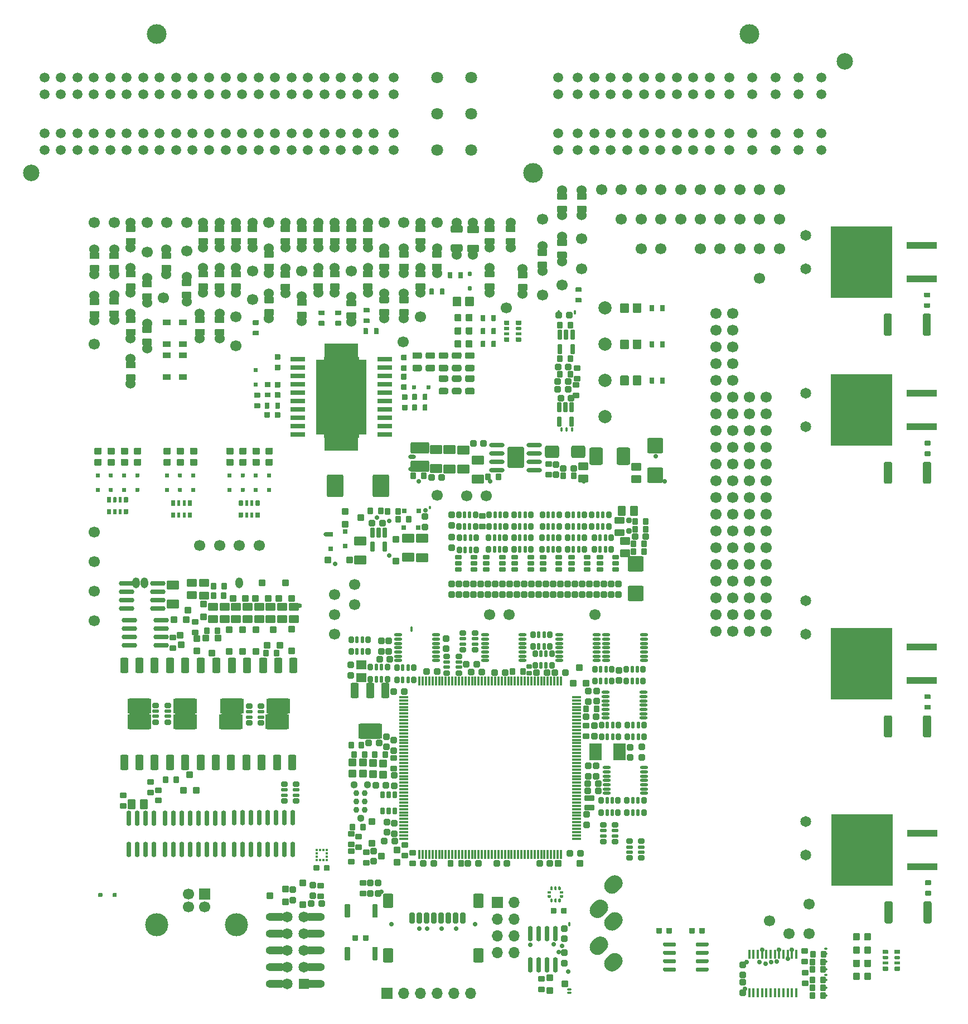
<source format=gts>
G75*
G70*
%OFA0B0*%
%FSLAX25Y25*%
%IPPOS*%
%LPD*%
%AMOC8*
5,1,8,0,0,1.08239X$1,22.5*
%
%AMM159*
21,1,0.038980,0.026770,-0.000000,0.000000,270.000000*
21,1,0.026770,0.038980,-0.000000,0.000000,270.000000*
1,1,0.012210,-0.013390,-0.013390*
1,1,0.012210,-0.013390,0.013390*
1,1,0.012210,0.013390,0.013390*
1,1,0.012210,0.013390,-0.013390*
%
%AMM160*
21,1,0.033070,0.030710,-0.000000,0.000000,90.000000*
21,1,0.022050,0.041730,-0.000000,0.000000,90.000000*
1,1,0.011020,0.015350,0.011020*
1,1,0.011020,0.015350,-0.011020*
1,1,0.011020,-0.015350,-0.011020*
1,1,0.011020,-0.015350,0.011020*
%
%AMM163*
21,1,0.038980,0.026770,-0.000000,0.000000,0.000000*
21,1,0.026770,0.038980,-0.000000,0.000000,0.000000*
1,1,0.012210,0.013390,-0.013390*
1,1,0.012210,-0.013390,-0.013390*
1,1,0.012210,-0.013390,0.013390*
1,1,0.012210,0.013390,0.013390*
%
%AMM186*
21,1,0.033070,0.030710,-0.000000,-0.000000,270.000000*
21,1,0.022050,0.041730,-0.000000,-0.000000,270.000000*
1,1,0.011020,-0.015350,-0.011020*
1,1,0.011020,-0.015350,0.011020*
1,1,0.011020,0.015350,0.011020*
1,1,0.011020,0.015350,-0.011020*
%
%AMM187*
21,1,0.092130,0.073230,-0.000000,-0.000000,90.000000*
21,1,0.069290,0.096060,-0.000000,-0.000000,90.000000*
1,1,0.022840,0.036610,0.034650*
1,1,0.022840,0.036610,-0.034650*
1,1,0.022840,-0.036610,-0.034650*
1,1,0.022840,-0.036610,0.034650*
%
%AMM188*
21,1,0.038980,0.026770,-0.000000,-0.000000,0.000000*
21,1,0.026770,0.038980,-0.000000,-0.000000,0.000000*
1,1,0.012210,0.013390,-0.013390*
1,1,0.012210,-0.013390,-0.013390*
1,1,0.012210,-0.013390,0.013390*
1,1,0.012210,0.013390,0.013390*
%
%AMM189*
21,1,0.033070,0.030710,-0.000000,-0.000000,180.000000*
21,1,0.022050,0.041730,-0.000000,-0.000000,180.000000*
1,1,0.011020,-0.011020,0.015350*
1,1,0.011020,0.011020,0.015350*
1,1,0.011020,0.011020,-0.015350*
1,1,0.011020,-0.011020,-0.015350*
%
%AMM190*
21,1,0.044880,0.049210,-0.000000,-0.000000,270.000000*
21,1,0.031500,0.062600,-0.000000,-0.000000,270.000000*
1,1,0.013390,-0.024610,-0.015750*
1,1,0.013390,-0.024610,0.015750*
1,1,0.013390,0.024610,0.015750*
1,1,0.013390,0.024610,-0.015750*
%
%AMM191*
21,1,0.023230,0.027950,-0.000000,-0.000000,180.000000*
21,1,0.014170,0.037010,-0.000000,-0.000000,180.000000*
1,1,0.009060,-0.007090,0.013980*
1,1,0.009060,0.007090,0.013980*
1,1,0.009060,0.007090,-0.013980*
1,1,0.009060,-0.007090,-0.013980*
%
%AMM192*
21,1,0.038980,0.026770,-0.000000,-0.000000,90.000000*
21,1,0.026770,0.038980,-0.000000,-0.000000,90.000000*
1,1,0.012210,0.013390,0.013390*
1,1,0.012210,0.013390,-0.013390*
1,1,0.012210,-0.013390,-0.013390*
1,1,0.012210,-0.013390,0.013390*
%
%AMM193*
21,1,0.029130,0.030710,-0.000000,-0.000000,270.000000*
21,1,0.018900,0.040950,-0.000000,-0.000000,270.000000*
1,1,0.010240,-0.015350,-0.009450*
1,1,0.010240,-0.015350,0.009450*
1,1,0.010240,0.015350,0.009450*
1,1,0.010240,0.015350,-0.009450*
%
%AMM194*
21,1,0.031100,0.026380,-0.000000,-0.000000,180.000000*
21,1,0.020470,0.037010,-0.000000,-0.000000,180.000000*
1,1,0.010630,-0.010240,0.013190*
1,1,0.010630,0.010240,0.013190*
1,1,0.010630,0.010240,-0.013190*
1,1,0.010630,-0.010240,-0.013190*
%
%AMM195*
21,1,0.044880,0.049210,-0.000000,-0.000000,0.000000*
21,1,0.031500,0.062600,-0.000000,-0.000000,0.000000*
1,1,0.013390,0.015750,-0.024610*
1,1,0.013390,-0.015750,-0.024610*
1,1,0.013390,-0.015750,0.024610*
1,1,0.013390,0.015750,0.024610*
%
%AMM196*
21,1,0.040950,0.050000,-0.000000,-0.000000,90.000000*
21,1,0.028350,0.062600,-0.000000,-0.000000,90.000000*
1,1,0.012600,0.025000,0.014170*
1,1,0.012600,0.025000,-0.014170*
1,1,0.012600,-0.025000,-0.014170*
1,1,0.012600,-0.025000,0.014170*
%
%AMM200*
21,1,0.038980,0.026770,-0.000000,0.000000,90.000000*
21,1,0.026770,0.038980,-0.000000,0.000000,90.000000*
1,1,0.012210,0.013390,0.013390*
1,1,0.012210,0.013390,-0.013390*
1,1,0.012210,-0.013390,-0.013390*
1,1,0.012210,-0.013390,0.013390*
%
%AMM201*
21,1,0.033070,0.030710,-0.000000,0.000000,0.000000*
21,1,0.022050,0.041730,-0.000000,0.000000,0.000000*
1,1,0.011020,0.011020,-0.015350*
1,1,0.011020,-0.011020,-0.015350*
1,1,0.011020,-0.011020,0.015350*
1,1,0.011020,0.011020,0.015350*
%
%AMM232*
21,1,0.033070,0.030710,-0.000000,0.000000,270.000000*
21,1,0.022050,0.041730,-0.000000,0.000000,270.000000*
1,1,0.011020,-0.015350,-0.011020*
1,1,0.011020,-0.015350,0.011020*
1,1,0.011020,0.015350,0.011020*
1,1,0.011020,0.015350,-0.011020*
%
%AMM240*
21,1,0.040950,0.030320,-0.000000,0.000000,270.000000*
21,1,0.028350,0.042910,-0.000000,0.000000,270.000000*
1,1,0.012600,-0.015160,-0.014170*
1,1,0.012600,-0.015160,0.014170*
1,1,0.012600,0.015160,0.014170*
1,1,0.012600,0.015160,-0.014170*
%
%AMM269*
21,1,0.041340,0.026770,-0.000000,-0.000000,0.000000*
21,1,0.029130,0.038980,-0.000000,-0.000000,0.000000*
1,1,0.012210,0.014570,-0.013390*
1,1,0.012210,-0.014570,-0.013390*
1,1,0.012210,-0.014570,0.013390*
1,1,0.012210,0.014570,0.013390*
%
%AMM270*
21,1,0.031100,0.026380,-0.000000,-0.000000,90.000000*
21,1,0.020470,0.037010,-0.000000,-0.000000,90.000000*
1,1,0.010630,0.013190,0.010240*
1,1,0.010630,0.013190,-0.010240*
1,1,0.010630,-0.013190,-0.010240*
1,1,0.010630,-0.013190,0.010240*
%
%AMM271*
21,1,0.029130,0.030710,-0.000000,-0.000000,0.000000*
21,1,0.018900,0.040950,-0.000000,-0.000000,0.000000*
1,1,0.010240,0.009450,-0.015350*
1,1,0.010240,-0.009450,-0.015350*
1,1,0.010240,-0.009450,0.015350*
1,1,0.010240,0.009450,0.015350*
%
%AMM272*
21,1,0.044880,0.035430,-0.000000,-0.000000,90.000000*
21,1,0.031500,0.048820,-0.000000,-0.000000,90.000000*
1,1,0.013390,0.017720,0.015750*
1,1,0.013390,0.017720,-0.015750*
1,1,0.013390,-0.017720,-0.015750*
1,1,0.013390,-0.017720,0.015750*
%
%AMM273*
21,1,0.033070,0.030710,-0.000000,-0.000000,0.000000*
21,1,0.022050,0.041730,-0.000000,-0.000000,0.000000*
1,1,0.011020,0.011020,-0.015350*
1,1,0.011020,-0.011020,-0.015350*
1,1,0.011020,-0.011020,0.015350*
1,1,0.011020,0.011020,0.015350*
%
%AMM274*
21,1,0.040950,0.030320,-0.000000,-0.000000,90.000000*
21,1,0.028350,0.042910,-0.000000,-0.000000,90.000000*
1,1,0.012600,0.015160,0.014170*
1,1,0.012600,0.015160,-0.014170*
1,1,0.012600,-0.015160,-0.014170*
1,1,0.012600,-0.015160,0.014170*
%
%AMM275*
21,1,0.040950,0.030320,-0.000000,-0.000000,0.000000*
21,1,0.028350,0.042910,-0.000000,-0.000000,0.000000*
1,1,0.012600,0.014170,-0.015160*
1,1,0.012600,-0.014170,-0.015160*
1,1,0.012600,-0.014170,0.015160*
1,1,0.012600,0.014170,0.015160*
%
%AMM276*
21,1,0.041340,0.026770,-0.000000,-0.000000,90.000000*
21,1,0.029130,0.038980,-0.000000,-0.000000,90.000000*
1,1,0.012210,0.013390,0.014570*
1,1,0.012210,0.013390,-0.014570*
1,1,0.012210,-0.013390,-0.014570*
1,1,0.012210,-0.013390,0.014570*
%
%AMM277*
21,1,0.033070,0.018900,-0.000000,-0.000000,0.000000*
21,1,0.022840,0.029130,-0.000000,-0.000000,0.000000*
1,1,0.010240,0.011420,-0.009450*
1,1,0.010240,-0.011420,-0.009450*
1,1,0.010240,-0.011420,0.009450*
1,1,0.010240,0.011420,0.009450*
%
%AMM278*
21,1,0.033070,0.049610,-0.000000,-0.000000,90.000000*
21,1,0.022050,0.060630,-0.000000,-0.000000,90.000000*
1,1,0.011020,0.024800,0.011020*
1,1,0.011020,0.024800,-0.011020*
1,1,0.011020,-0.024800,-0.011020*
1,1,0.011020,-0.024800,0.011020*
%
%AMM279*
21,1,0.015350,0.017720,-0.000000,-0.000000,0.000000*
21,1,0.000000,0.033070,-0.000000,-0.000000,0.000000*
1,1,0.015350,-0.000000,-0.008860*
1,1,0.015350,-0.000000,-0.008860*
1,1,0.015350,-0.000000,0.008860*
1,1,0.015350,-0.000000,0.008860*
%
%AMM280*
21,1,0.023230,0.027950,-0.000000,-0.000000,90.000000*
21,1,0.014170,0.037010,-0.000000,-0.000000,90.000000*
1,1,0.009060,0.013980,0.007090*
1,1,0.009060,0.013980,-0.007090*
1,1,0.009060,-0.013980,-0.007090*
1,1,0.009060,-0.013980,0.007090*
%
%AMM281*
21,1,0.048820,0.075990,-0.000000,-0.000000,180.000000*
21,1,0.034650,0.090160,-0.000000,-0.000000,180.000000*
1,1,0.014170,-0.017320,0.037990*
1,1,0.014170,0.017320,0.037990*
1,1,0.014170,0.017320,-0.037990*
1,1,0.014170,-0.017320,-0.037990*
%
%AMM282*
21,1,0.048820,0.075980,-0.000000,-0.000000,180.000000*
21,1,0.034650,0.090160,-0.000000,-0.000000,180.000000*
1,1,0.014170,-0.017320,0.037990*
1,1,0.014170,0.017320,0.037990*
1,1,0.014170,0.017320,-0.037990*
1,1,0.014170,-0.017320,-0.037990*
%
%AMM283*
21,1,0.143310,0.067720,-0.000000,-0.000000,180.000000*
21,1,0.120870,0.090160,-0.000000,-0.000000,180.000000*
1,1,0.022440,-0.060430,0.033860*
1,1,0.022440,0.060430,0.033860*
1,1,0.022440,0.060430,-0.033860*
1,1,0.022440,-0.060430,-0.033860*
%
%AMM298*
21,1,0.040950,0.030320,-0.000000,0.000000,90.000000*
21,1,0.028350,0.042910,-0.000000,0.000000,90.000000*
1,1,0.012600,0.015160,0.014170*
1,1,0.012600,0.015160,-0.014170*
1,1,0.012600,-0.015160,-0.014170*
1,1,0.012600,-0.015160,0.014170*
%
%AMM316*
21,1,0.076380,0.036220,-0.000000,-0.000000,180.000000*
21,1,0.061810,0.050790,-0.000000,-0.000000,180.000000*
1,1,0.014570,-0.030910,0.018110*
1,1,0.014570,0.030910,0.018110*
1,1,0.014570,0.030910,-0.018110*
1,1,0.014570,-0.030910,-0.018110*
%
%AMM317*
21,1,0.048820,0.075980,-0.000000,-0.000000,0.000000*
21,1,0.034650,0.090160,-0.000000,-0.000000,0.000000*
1,1,0.014170,0.017320,-0.037990*
1,1,0.014170,-0.017320,-0.037990*
1,1,0.014170,-0.017320,0.037990*
1,1,0.014170,0.017320,0.037990*
%
%AMM318*
21,1,0.040950,0.030320,-0.000000,-0.000000,180.000000*
21,1,0.028350,0.042910,-0.000000,-0.000000,180.000000*
1,1,0.012600,-0.014170,0.015160*
1,1,0.012600,0.014170,0.015160*
1,1,0.012600,0.014170,-0.015160*
1,1,0.012600,-0.014170,-0.015160*
%
%AMM319*
21,1,0.023230,0.027950,-0.000000,-0.000000,270.000000*
21,1,0.014170,0.037010,-0.000000,-0.000000,270.000000*
1,1,0.009060,-0.013980,-0.007090*
1,1,0.009060,-0.013980,0.007090*
1,1,0.009060,0.013980,0.007090*
1,1,0.009060,0.013980,-0.007090*
%
%AMM320*
21,1,0.031100,0.026380,-0.000000,-0.000000,270.000000*
21,1,0.020470,0.037010,-0.000000,-0.000000,270.000000*
1,1,0.010630,-0.013190,-0.010240*
1,1,0.010630,-0.013190,0.010240*
1,1,0.010630,0.013190,0.010240*
1,1,0.010630,0.013190,-0.010240*
%
%AMM321*
21,1,0.143310,0.067720,-0.000000,-0.000000,0.000000*
21,1,0.120870,0.090160,-0.000000,-0.000000,0.000000*
1,1,0.022440,0.060430,-0.033860*
1,1,0.022440,-0.060430,-0.033860*
1,1,0.022440,-0.060430,0.033860*
1,1,0.022440,0.060430,0.033860*
%
%AMM322*
21,1,0.048820,0.075990,-0.000000,-0.000000,0.000000*
21,1,0.034650,0.090160,-0.000000,-0.000000,0.000000*
1,1,0.014170,0.017320,-0.037990*
1,1,0.014170,-0.017320,-0.037990*
1,1,0.014170,-0.017320,0.037990*
1,1,0.014170,0.017320,0.037990*
%
%AMM323*
21,1,0.041340,0.026770,-0.000000,-0.000000,270.000000*
21,1,0.029130,0.038980,-0.000000,-0.000000,270.000000*
1,1,0.012210,-0.013390,-0.014570*
1,1,0.012210,-0.013390,0.014570*
1,1,0.012210,0.013390,0.014570*
1,1,0.012210,0.013390,-0.014570*
%
%AMM335*
21,1,0.041340,0.026770,-0.000000,0.000000,90.000000*
21,1,0.029130,0.038980,-0.000000,0.000000,90.000000*
1,1,0.012210,0.013390,0.014570*
1,1,0.012210,0.013390,-0.014570*
1,1,0.012210,-0.013390,-0.014570*
1,1,0.012210,-0.013390,0.014570*
%
%AMM34*
21,1,0.033070,0.030710,0.000000,0.000000,270.000000*
21,1,0.022050,0.041730,0.000000,0.000000,270.000000*
1,1,0.011020,-0.015350,-0.011020*
1,1,0.011020,-0.015350,0.011020*
1,1,0.011020,0.015350,0.011020*
1,1,0.011020,0.015350,-0.011020*
%
%AMM346*
21,1,0.027170,0.052760,0.000000,-0.000000,180.000000*
21,1,0.017320,0.062600,0.000000,-0.000000,180.000000*
1,1,0.009840,-0.008660,0.026380*
1,1,0.009840,0.008660,0.026380*
1,1,0.009840,0.008660,-0.026380*
1,1,0.009840,-0.008660,-0.026380*
%
%AMM347*
21,1,0.033070,0.030710,0.000000,-0.000000,180.000000*
21,1,0.022050,0.041730,0.000000,-0.000000,180.000000*
1,1,0.011020,-0.011020,0.015350*
1,1,0.011020,0.011020,0.015350*
1,1,0.011020,0.011020,-0.015350*
1,1,0.011020,-0.011020,-0.015350*
%
%AMM348*
21,1,0.033070,0.030710,0.000000,-0.000000,90.000000*
21,1,0.022050,0.041730,0.000000,-0.000000,90.000000*
1,1,0.011020,0.015350,0.011020*
1,1,0.011020,0.015350,-0.011020*
1,1,0.011020,-0.015350,-0.011020*
1,1,0.011020,-0.015350,0.011020*
%
%AMM349*
21,1,0.038980,0.026770,0.000000,-0.000000,180.000000*
21,1,0.026770,0.038980,0.000000,-0.000000,180.000000*
1,1,0.012210,-0.013390,0.013390*
1,1,0.012210,0.013390,0.013390*
1,1,0.012210,0.013390,-0.013390*
1,1,0.012210,-0.013390,-0.013390*
%
%AMM371*
21,1,0.029130,0.018900,-0.000000,-0.000000,90.000000*
21,1,0.018900,0.029130,-0.000000,-0.000000,90.000000*
1,1,0.010240,0.009450,0.009450*
1,1,0.010240,0.009450,-0.009450*
1,1,0.010240,-0.009450,-0.009450*
1,1,0.010240,-0.009450,0.009450*
%
%AMM372*
21,1,0.041340,0.026770,-0.000000,-0.000000,180.000000*
21,1,0.029130,0.038980,-0.000000,-0.000000,180.000000*
1,1,0.012210,-0.014570,0.013390*
1,1,0.012210,0.014570,0.013390*
1,1,0.012210,0.014570,-0.013390*
1,1,0.012210,-0.014570,-0.013390*
%
%AMM373*
21,1,0.100000,0.111020,-0.000000,-0.000000,0.000000*
21,1,0.075590,0.135430,-0.000000,-0.000000,0.000000*
1,1,0.024410,0.037800,-0.055510*
1,1,0.024410,-0.037800,-0.055510*
1,1,0.024410,-0.037800,0.055510*
1,1,0.024410,0.037800,0.055510*
%
%AMM374*
21,1,0.027170,0.052760,-0.000000,-0.000000,180.000000*
21,1,0.017320,0.062600,-0.000000,-0.000000,180.000000*
1,1,0.009840,-0.008660,0.026380*
1,1,0.009840,0.008660,0.026380*
1,1,0.009840,0.008660,-0.026380*
1,1,0.009840,-0.008660,-0.026380*
%
%AMM375*
21,1,0.040950,0.030320,-0.000000,-0.000000,270.000000*
21,1,0.028350,0.042910,-0.000000,-0.000000,270.000000*
1,1,0.012600,-0.015160,-0.014170*
1,1,0.012600,-0.015160,0.014170*
1,1,0.012600,0.015160,0.014170*
1,1,0.012600,0.015160,-0.014170*
%
%AMM376*
21,1,0.038980,0.026770,-0.000000,-0.000000,270.000000*
21,1,0.026770,0.038980,-0.000000,-0.000000,270.000000*
1,1,0.012210,-0.013390,-0.013390*
1,1,0.012210,-0.013390,0.013390*
1,1,0.012210,0.013390,0.013390*
1,1,0.012210,0.013390,-0.013390*
%
%AMM377*
21,1,0.029130,0.018900,-0.000000,-0.000000,0.000000*
21,1,0.018900,0.029130,-0.000000,-0.000000,0.000000*
1,1,0.010240,0.009450,-0.009450*
1,1,0.010240,-0.009450,-0.009450*
1,1,0.010240,-0.009450,0.009450*
1,1,0.010240,0.009450,0.009450*
%
%AMM396*
21,1,0.111810,0.050390,-0.000000,-0.000000,180.000000*
21,1,0.093700,0.068500,-0.000000,-0.000000,180.000000*
1,1,0.018110,-0.046850,0.025200*
1,1,0.018110,0.046850,0.025200*
1,1,0.018110,0.046850,-0.025200*
1,1,0.018110,-0.046850,-0.025200*
%
%AMM397*
21,1,0.076380,0.036220,-0.000000,-0.000000,0.000000*
21,1,0.061810,0.050790,-0.000000,-0.000000,0.000000*
1,1,0.014570,0.030910,-0.018110*
1,1,0.014570,-0.030910,-0.018110*
1,1,0.014570,-0.030910,0.018110*
1,1,0.014570,0.030910,0.018110*
%
%AMM398*
21,1,0.092130,0.073230,-0.000000,-0.000000,270.000000*
21,1,0.069290,0.096060,-0.000000,-0.000000,270.000000*
1,1,0.022840,-0.036610,-0.034650*
1,1,0.022840,-0.036610,0.034650*
1,1,0.022840,0.036610,0.034650*
1,1,0.022840,0.036610,-0.034650*
%
%AMM399*
21,1,0.084250,0.053540,-0.000000,-0.000000,0.000000*
21,1,0.065350,0.072440,-0.000000,-0.000000,0.000000*
1,1,0.018900,0.032680,-0.026770*
1,1,0.018900,-0.032680,-0.026770*
1,1,0.018900,-0.032680,0.026770*
1,1,0.018900,0.032680,0.026770*
%
%AMM400*
21,1,0.127560,0.075590,-0.000000,-0.000000,90.000000*
21,1,0.103150,0.100000,-0.000000,-0.000000,90.000000*
1,1,0.024410,0.037800,0.051580*
1,1,0.024410,0.037800,-0.051580*
1,1,0.024410,-0.037800,-0.051580*
1,1,0.024410,-0.037800,0.051580*
%
%AMM401*
21,1,0.080320,0.083460,-0.000000,-0.000000,0.000000*
21,1,0.059840,0.103940,-0.000000,-0.000000,0.000000*
1,1,0.020470,0.029920,-0.041730*
1,1,0.020470,-0.029920,-0.041730*
1,1,0.020470,-0.029920,0.041730*
1,1,0.020470,0.029920,0.041730*
%
%AMM79*
21,1,0.084250,0.045670,0.000000,0.000000,270.000000*
21,1,0.067320,0.062600,0.000000,0.000000,270.000000*
1,1,0.016930,-0.022840,-0.033660*
1,1,0.016930,-0.022840,0.033660*
1,1,0.016930,0.022840,0.033660*
1,1,0.016930,0.022840,-0.033660*
%
%AMM80*
21,1,0.064570,0.020470,0.000000,0.000000,270.000000*
21,1,0.053940,0.031100,0.000000,0.000000,270.000000*
1,1,0.010630,-0.010240,-0.026970*
1,1,0.010630,-0.010240,0.026970*
1,1,0.010630,0.010240,0.026970*
1,1,0.010630,0.010240,-0.026970*
%
%AMM81*
21,1,0.038980,0.026770,0.000000,0.000000,90.000000*
21,1,0.026770,0.038980,0.000000,0.000000,90.000000*
1,1,0.012210,0.013390,0.013390*
1,1,0.012210,0.013390,-0.013390*
1,1,0.012210,-0.013390,-0.013390*
1,1,0.012210,-0.013390,0.013390*
%
%ADD101C,0.03651*%
%ADD102C,0.04451*%
%ADD103R,0.37008X0.42520*%
%ADD105O,0.01969X0.00984*%
%ADD115C,0.07087*%
%ADD118C,0.09843*%
%ADD129O,0.03937X0.05906*%
%ADD130C,0.02362*%
%ADD132C,0.06496*%
%ADD138O,0.09213X0.02520*%
%ADD142C,0.13780*%
%ADD153R,0.30000X0.45000*%
%ADD158R,0.18110X0.04331*%
%ADD163O,0.02913X0.09213*%
%ADD174O,0.01417X0.05669*%
%ADD186O,0.04488X0.06457*%
%ADD19M79*%
%ADD196O,0.00984X0.01969*%
%ADD203C,0.03701*%
%ADD21M81*%
%ADD210R,0.01476X0.01378*%
%ADD212O,0.05669X0.01417*%
%ADD213C,0.00039*%
%ADD214R,0.20000X0.08000*%
%ADD217O,0.03701X0.02913*%
%ADD219R,0.01378X0.01476*%
%ADD222O,0.09213X0.02913*%
%ADD225O,0.04488X0.02520*%
%ADD229R,0.06457X0.05669*%
%ADD231C,0.06457*%
%ADD234O,0.03150X0.02362*%
%ADD238M80*%
%ADD245C,0.06000*%
%ADD258O,0.02520X0.01535*%
%ADD260R,0.06457X0.06457*%
%ADD276O,0.06693X0.06693*%
%ADD291O,0.02126X0.01339*%
%ADD292R,0.04724X0.03543*%
%ADD293M34*%
%ADD301O,0.01575X0.00787*%
%ADD324M159*%
%ADD325M160*%
%ADD328M163*%
%ADD33O,0.03937X0.01969*%
%ADD35O,0.02520X0.04488*%
%ADD351M186*%
%ADD352M187*%
%ADD353M188*%
%ADD354M189*%
%ADD355M190*%
%ADD356M191*%
%ADD357M192*%
%ADD358M193*%
%ADD359M194*%
%ADD360M195*%
%ADD361M196*%
%ADD367M200*%
%ADD368M201*%
%ADD369O,0.01535X0.05512*%
%ADD40C,0.06693*%
%ADD405M232*%
%ADD414M240*%
%ADD42C,0.07874*%
%ADD44C,0.05906*%
%ADD443M269*%
%ADD444M270*%
%ADD445M271*%
%ADD446M272*%
%ADD447M273*%
%ADD448M274*%
%ADD449M275*%
%ADD450M276*%
%ADD451M277*%
%ADD452M278*%
%ADD453M279*%
%ADD454M280*%
%ADD455M281*%
%ADD456M282*%
%ADD457M283*%
%ADD46R,0.07244X0.10000*%
%ADD47O,0.01339X0.02520*%
%ADD48R,0.06693X0.06693*%
%ADD487M298*%
%ADD505M316*%
%ADD506M317*%
%ADD507M318*%
%ADD508M319*%
%ADD509M320*%
%ADD510M321*%
%ADD511M322*%
%ADD512M323*%
%ADD525O,0.11772X0.04567*%
%ADD526M335*%
%ADD537M346*%
%ADD538M347*%
%ADD539M348*%
%ADD540M349*%
%ADD570M371*%
%ADD571M372*%
%ADD572M373*%
%ADD573M374*%
%ADD574M375*%
%ADD575M376*%
%ADD576M377*%
%ADD60O,0.04882X0.01732*%
%ADD603M396*%
%ADD604M397*%
%ADD605M398*%
%ADD606M399*%
%ADD607M400*%
%ADD608M401*%
%ADD69O,0.01535X0.02520*%
%ADD77C,0.11811*%
%ADD88C,0.02913*%
%ADD91R,0.08661X0.03150*%
%ADD98O,0.00787X0.01969*%
X0000000Y0000000D02*
%LPD*%
G01*
D213*
X0266306Y0405938D02*
X0266306Y0404290D01*
X0266306Y0404290D02*
X0245485Y0404290D01*
X0245485Y0404290D02*
X0245485Y0405938D01*
X0245485Y0405938D02*
X0266306Y0405938D01*
G36*
X0266306Y0404290D02*
G01*
X0245485Y0404290D01*
X0245485Y0405938D01*
X0266306Y0405938D01*
X0266306Y0404290D01*
G37*
X0266306Y0404290D02*
X0245485Y0404290D01*
X0245485Y0405938D01*
X0266306Y0405938D01*
X0266306Y0404290D01*
X0266306Y0359467D02*
X0266306Y0357890D01*
X0266306Y0357890D02*
X0245495Y0357890D01*
X0245495Y0357890D02*
X0245495Y0359467D01*
X0245495Y0359467D02*
X0266306Y0359467D01*
G36*
X0266306Y0357890D02*
G01*
X0245495Y0357890D01*
X0245495Y0359467D01*
X0266306Y0359467D01*
X0266306Y0357890D01*
G37*
X0266306Y0357890D02*
X0245495Y0357890D01*
X0245495Y0359467D01*
X0266306Y0359467D01*
X0266306Y0357890D01*
G36*
G01*
X0308465Y0443346D02*
X0308465Y0446417D01*
G75*
G02*
X0308740Y0446693I0000276J0000000D01*
G01*
X0310945Y0446693D01*
G75*
G02*
X0311220Y0446417I0000000J-000276D01*
G01*
X0311220Y0443346D01*
G75*
G02*
X0310945Y0443071I-000276J0000000D01*
G01*
X0308740Y0443071D01*
G75*
G02*
X0308465Y0443346I0000000J0000276D01*
G01*
G37*
G36*
G01*
X0314764Y0443346D02*
X0314764Y0446417D01*
G75*
G02*
X0315039Y0446693I0000276J0000000D01*
G01*
X0317244Y0446693D01*
G75*
G02*
X0317520Y0446417I0000000J-000276D01*
G01*
X0317520Y0443346D01*
G75*
G02*
X0317244Y0443071I-000276J0000000D01*
G01*
X0315039Y0443071D01*
G75*
G02*
X0314764Y0443346I0000000J0000276D01*
G01*
G37*
D40*
X0411417Y0505906D03*
D245*
X0129921Y0416909D03*
G36*
G01*
X0132382Y0418701D02*
X0127461Y0418701D01*
G75*
G02*
X0127067Y0419094I0000000J0000394D01*
G01*
X0127067Y0422244D01*
G75*
G02*
X0127461Y0422638I0000394J0000000D01*
G01*
X0132382Y0422638D01*
G75*
G02*
X0132776Y0422244I0000000J-000394D01*
G01*
X0132776Y0419094D01*
G75*
G02*
X0132382Y0418701I-000394J0000000D01*
G01*
G37*
X0129921Y0431909D03*
G36*
G01*
X0132382Y0426181D02*
X0127461Y0426181D01*
G75*
G02*
X0127067Y0426575I0000000J0000394D01*
G01*
X0127067Y0429724D01*
G75*
G02*
X0127461Y0430118I0000394J0000000D01*
G01*
X0132382Y0430118D01*
G75*
G02*
X0132776Y0429724I0000000J-000394D01*
G01*
X0132776Y0426575D01*
G75*
G02*
X0132382Y0426181I-000394J0000000D01*
G01*
G37*
G36*
G01*
X0608415Y0190650D02*
X0608415Y0179429D01*
G75*
G02*
X0607431Y0178445I-000984J0000000D01*
G01*
X0604577Y0178445D01*
G75*
G02*
X0603593Y0179429I0000000J0000984D01*
G01*
X0603593Y0190650D01*
G75*
G02*
X0604577Y0191634I0000984J0000000D01*
G01*
X0607431Y0191634D01*
G75*
G02*
X0608415Y0190650I0000000J-000984D01*
G01*
G37*
G36*
G01*
X0585089Y0190650D02*
X0585089Y0179429D01*
G75*
G02*
X0584104Y0178445I-000984J0000000D01*
G01*
X0581250Y0178445D01*
G75*
G02*
X0580266Y0179429I0000000J0000984D01*
G01*
X0580266Y0190650D01*
G75*
G02*
X0581250Y0191634I0000984J0000000D01*
G01*
X0584104Y0191634D01*
G75*
G02*
X0585089Y0190650I0000000J-000984D01*
G01*
G37*
D40*
X0505906Y0470472D03*
X0446850Y0488189D03*
D48*
X0282992Y0025591D03*
D276*
X0292992Y0025591D03*
X0302992Y0025591D03*
X0312992Y0025591D03*
X0322992Y0025591D03*
X0332992Y0025591D03*
D245*
X0334646Y0486024D03*
G36*
G01*
X0331102Y0480728D02*
X0331102Y0483445D01*
G75*
G02*
X0332008Y0484350I0000906J0000000D01*
G01*
X0337283Y0484350D01*
G75*
G02*
X0338189Y0483445I0000000J-000906D01*
G01*
X0338189Y0480728D01*
G75*
G02*
X0337283Y0479823I-000906J0000000D01*
G01*
X0332008Y0479823D01*
G75*
G02*
X0331102Y0480728I0000000J0000906D01*
G01*
G37*
G36*
G01*
X0331102Y0469311D02*
X0331102Y0472028D01*
G75*
G02*
X0332008Y0472933I0000906J0000000D01*
G01*
X0337283Y0472933D01*
G75*
G02*
X0338189Y0472028I0000000J-000906D01*
G01*
X0338189Y0469311D01*
G75*
G02*
X0337283Y0468405I-000906J0000000D01*
G01*
X0332008Y0468405D01*
G75*
G02*
X0331102Y0469311I0000000J0000906D01*
G01*
G37*
X0334646Y0466732D03*
G36*
G01*
X0291969Y0407106D02*
X0294646Y0407106D01*
G75*
G02*
X0294980Y0406772I0000000J-000335D01*
G01*
X0294980Y0404094D01*
G75*
G02*
X0294646Y0403760I-000335J0000000D01*
G01*
X0291969Y0403760D01*
G75*
G02*
X0291634Y0404094I0000000J0000335D01*
G01*
X0291634Y0406772D01*
G75*
G02*
X0291969Y0407106I0000335J0000000D01*
G01*
G37*
G36*
G01*
X0291969Y0400886D02*
X0294646Y0400886D01*
G75*
G02*
X0294980Y0400551I0000000J-000335D01*
G01*
X0294980Y0397874D01*
G75*
G02*
X0294646Y0397539I-000335J0000000D01*
G01*
X0291969Y0397539D01*
G75*
G02*
X0291634Y0397874I0000000J0000335D01*
G01*
X0291634Y0400551D01*
G75*
G02*
X0291969Y0400886I0000335J0000000D01*
G01*
G37*
D158*
X0603248Y0101319D03*
D103*
X0567224Y0111319D03*
D158*
X0603248Y0121319D03*
G36*
G01*
X0339173Y0419724D02*
X0339173Y0422795D01*
G75*
G02*
X0339449Y0423071I0000276J0000000D01*
G01*
X0341654Y0423071D01*
G75*
G02*
X0341929Y0422795I0000000J-000276D01*
G01*
X0341929Y0419724D01*
G75*
G02*
X0341654Y0419449I-000276J0000000D01*
G01*
X0339449Y0419449D01*
G75*
G02*
X0339173Y0419724I0000000J0000276D01*
G01*
G37*
G36*
G01*
X0345472Y0419724D02*
X0345472Y0422795D01*
G75*
G02*
X0345748Y0423071I0000276J0000000D01*
G01*
X0347953Y0423071D01*
G75*
G02*
X0348228Y0422795I0000000J-000276D01*
G01*
X0348228Y0419724D01*
G75*
G02*
X0347953Y0419449I-000276J0000000D01*
G01*
X0345748Y0419449D01*
G75*
G02*
X0345472Y0419724I0000000J0000276D01*
G01*
G37*
D40*
X0482283Y0505906D03*
X0499921Y0291772D03*
X0499921Y0301772D03*
X0499921Y0311772D03*
X0499921Y0321772D03*
X0499921Y0331772D03*
X0509921Y0291772D03*
X0509921Y0301772D03*
X0509921Y0311772D03*
X0509921Y0321772D03*
X0509921Y0331772D03*
G36*
G01*
X0210039Y0375236D02*
X0210039Y0378307D01*
G75*
G02*
X0210315Y0378583I0000276J0000000D01*
G01*
X0212520Y0378583D01*
G75*
G02*
X0212795Y0378307I0000000J-000276D01*
G01*
X0212795Y0375236D01*
G75*
G02*
X0212520Y0374961I-000276J0000000D01*
G01*
X0210315Y0374961D01*
G75*
G02*
X0210039Y0375236I0000000J0000276D01*
G01*
G37*
G36*
G01*
X0216339Y0375236D02*
X0216339Y0378307D01*
G75*
G02*
X0216614Y0378583I0000276J0000000D01*
G01*
X0218819Y0378583D01*
G75*
G02*
X0219094Y0378307I0000000J-000276D01*
G01*
X0219094Y0375236D01*
G75*
G02*
X0218819Y0374961I-000276J0000000D01*
G01*
X0216614Y0374961D01*
G75*
G02*
X0216339Y0375236I0000000J0000276D01*
G01*
G37*
X0312992Y0486240D03*
G36*
G01*
X0116929Y0325433D02*
X0116929Y0327323D01*
G75*
G02*
X0117165Y0327559I0000236J0000000D01*
G01*
X0119055Y0327559D01*
G75*
G02*
X0119291Y0327323I0000000J-000236D01*
G01*
X0119291Y0325433D01*
G75*
G02*
X0119055Y0325197I-000236J0000000D01*
G01*
X0117165Y0325197D01*
G75*
G02*
X0116929Y0325433I0000000J0000236D01*
G01*
G37*
G36*
G01*
X0116929Y0334094D02*
X0116929Y0335984D01*
G75*
G02*
X0117165Y0336220I0000236J0000000D01*
G01*
X0119055Y0336220D01*
G75*
G02*
X0119291Y0335984I0000000J-000236D01*
G01*
X0119291Y0334094D01*
G75*
G02*
X0119055Y0333858I-000236J0000000D01*
G01*
X0117165Y0333858D01*
G75*
G02*
X0116929Y0334094I0000000J0000236D01*
G01*
G37*
D77*
X0145325Y0598819D03*
D118*
X0556742Y0582677D03*
D77*
X0370522Y0515748D03*
D118*
X0070522Y0515748D03*
D77*
X0499656Y0598819D03*
D44*
X0542963Y0572835D03*
X0529183Y0572835D03*
X0515404Y0572835D03*
X0501624Y0572835D03*
X0487844Y0572835D03*
X0476033Y0572835D03*
X0466191Y0572835D03*
X0456348Y0572835D03*
X0446506Y0572835D03*
X0436663Y0572835D03*
X0426821Y0572835D03*
X0416978Y0572835D03*
X0407136Y0572835D03*
X0397293Y0572835D03*
X0385482Y0572835D03*
X0542963Y0562992D03*
X0529183Y0562992D03*
X0515404Y0562992D03*
X0501624Y0562992D03*
X0487844Y0562992D03*
X0476033Y0562992D03*
X0466191Y0562992D03*
X0456348Y0562992D03*
X0446506Y0562992D03*
X0436663Y0562992D03*
X0426821Y0562992D03*
X0416978Y0562992D03*
X0407136Y0562992D03*
X0397293Y0562992D03*
X0385482Y0562992D03*
X0542963Y0539370D03*
X0529183Y0539370D03*
X0515404Y0539370D03*
X0501624Y0539370D03*
X0487844Y0539370D03*
X0476033Y0539370D03*
X0466191Y0539370D03*
X0456348Y0539370D03*
X0446506Y0539370D03*
X0436663Y0539370D03*
X0426821Y0539370D03*
X0416978Y0539370D03*
X0407136Y0539370D03*
X0397293Y0539370D03*
X0385482Y0539370D03*
X0542963Y0529528D03*
X0529183Y0529528D03*
X0515404Y0529528D03*
X0501624Y0529528D03*
X0487844Y0529528D03*
X0476033Y0529528D03*
X0466191Y0529528D03*
X0456348Y0529528D03*
X0446506Y0529528D03*
X0436663Y0529528D03*
X0426821Y0529528D03*
X0416978Y0529528D03*
X0407136Y0529528D03*
X0397293Y0529528D03*
X0385482Y0529528D03*
D115*
X0333514Y0572835D03*
X0313041Y0572835D03*
X0333514Y0551181D03*
X0313041Y0551181D03*
X0333514Y0529528D03*
X0313041Y0529528D03*
D44*
X0287057Y0572835D03*
X0275246Y0572835D03*
X0265404Y0572835D03*
X0255561Y0572835D03*
X0245719Y0572835D03*
X0235876Y0572835D03*
X0226033Y0572835D03*
X0216191Y0572835D03*
X0206348Y0572835D03*
X0196506Y0572835D03*
X0186663Y0572835D03*
X0176821Y0572835D03*
X0166978Y0572835D03*
X0157136Y0572835D03*
X0147293Y0572835D03*
X0137451Y0572835D03*
X0127608Y0572835D03*
X0117766Y0572835D03*
X0107923Y0572835D03*
X0098081Y0572835D03*
X0088238Y0572835D03*
X0078396Y0572835D03*
X0287057Y0562992D03*
X0275246Y0562992D03*
X0265404Y0562992D03*
X0255561Y0562992D03*
X0245719Y0562992D03*
X0235876Y0562992D03*
X0226033Y0562992D03*
X0216191Y0562992D03*
X0206348Y0562992D03*
X0196506Y0562992D03*
X0186663Y0562992D03*
X0176821Y0562992D03*
X0166978Y0562992D03*
X0157136Y0562992D03*
X0147293Y0562992D03*
X0137451Y0562992D03*
X0127608Y0562992D03*
X0117766Y0562992D03*
X0107923Y0562992D03*
X0098081Y0562992D03*
X0088238Y0562992D03*
X0078396Y0562992D03*
X0287057Y0539370D03*
X0275246Y0539370D03*
X0265404Y0539370D03*
X0255561Y0539370D03*
X0245719Y0539370D03*
X0235876Y0539370D03*
X0226033Y0539370D03*
X0216191Y0539370D03*
X0206348Y0539370D03*
X0196506Y0539370D03*
X0186663Y0539370D03*
X0176821Y0539370D03*
X0166978Y0539370D03*
X0157136Y0539370D03*
X0147293Y0539370D03*
X0137451Y0539370D03*
X0127608Y0539370D03*
X0117766Y0539370D03*
X0107923Y0539370D03*
X0098081Y0539370D03*
X0088238Y0539370D03*
X0078396Y0539370D03*
X0287057Y0529528D03*
X0275246Y0529528D03*
X0265404Y0529528D03*
X0255561Y0529528D03*
X0245719Y0529528D03*
X0235876Y0529528D03*
X0226033Y0529528D03*
X0216191Y0529528D03*
X0206348Y0529528D03*
X0196506Y0529528D03*
X0186663Y0529528D03*
X0176821Y0529528D03*
X0166978Y0529528D03*
X0157136Y0529528D03*
X0147293Y0529528D03*
X0137451Y0529528D03*
X0127608Y0529528D03*
X0117766Y0529528D03*
X0107923Y0529528D03*
X0098081Y0529528D03*
X0088238Y0529528D03*
X0078396Y0529528D03*
G36*
G01*
X0165846Y0440748D02*
X0160925Y0440748D01*
G75*
G02*
X0160531Y0441142I0000000J0000394D01*
G01*
X0160531Y0444291D01*
G75*
G02*
X0160925Y0444685I0000394J0000000D01*
G01*
X0165846Y0444685D01*
G75*
G02*
X0166240Y0444291I0000000J-000394D01*
G01*
X0166240Y0441142D01*
G75*
G02*
X0165846Y0440748I-000394J0000000D01*
G01*
G37*
D245*
X0163386Y0438957D03*
X0163386Y0453957D03*
G36*
G01*
X0165846Y0448228D02*
X0160925Y0448228D01*
G75*
G02*
X0160531Y0448622I0000000J0000394D01*
G01*
X0160531Y0451772D01*
G75*
G02*
X0160925Y0452165I0000394J0000000D01*
G01*
X0165846Y0452165D01*
G75*
G02*
X0166240Y0451772I0000000J-000394D01*
G01*
X0166240Y0448622D01*
G75*
G02*
X0165846Y0448228I-000394J0000000D01*
G01*
G37*
G36*
G01*
X0463720Y0061654D02*
X0463720Y0064331D01*
G75*
G02*
X0464055Y0064665I0000335J0000000D01*
G01*
X0466732Y0064665D01*
G75*
G02*
X0467067Y0064331I0000000J-000335D01*
G01*
X0467067Y0061654D01*
G75*
G02*
X0466732Y0061319I-000335J0000000D01*
G01*
X0464055Y0061319D01*
G75*
G02*
X0463720Y0061654I0000000J0000335D01*
G01*
G37*
G36*
G01*
X0469941Y0061654D02*
X0469941Y0064331D01*
G75*
G02*
X0470276Y0064665I0000335J0000000D01*
G01*
X0472953Y0064665D01*
G75*
G02*
X0473287Y0064331I0000000J-000335D01*
G01*
X0473287Y0061654D01*
G75*
G02*
X0472953Y0061319I-000335J0000000D01*
G01*
X0470276Y0061319D01*
G75*
G02*
X0469941Y0061654I0000000J0000335D01*
G01*
G37*
D40*
X0458661Y0505906D03*
G36*
G01*
X0440158Y0433504D02*
X0440158Y0436575D01*
G75*
G02*
X0440433Y0436850I0000276J0000000D01*
G01*
X0442638Y0436850D01*
G75*
G02*
X0442913Y0436575I0000000J-000276D01*
G01*
X0442913Y0433504D01*
G75*
G02*
X0442638Y0433228I-000276J0000000D01*
G01*
X0440433Y0433228D01*
G75*
G02*
X0440158Y0433504I0000000J0000276D01*
G01*
G37*
G36*
G01*
X0446457Y0433504D02*
X0446457Y0436575D01*
G75*
G02*
X0446732Y0436850I0000276J0000000D01*
G01*
X0448937Y0436850D01*
G75*
G02*
X0449213Y0436575I0000000J-000276D01*
G01*
X0449213Y0433504D01*
G75*
G02*
X0448937Y0433228I-000276J0000000D01*
G01*
X0446732Y0433228D01*
G75*
G02*
X0446457Y0433504I0000000J0000276D01*
G01*
G37*
D245*
X0139764Y0438169D03*
G36*
G01*
X0142224Y0439961D02*
X0137303Y0439961D01*
G75*
G02*
X0136909Y0440354I0000000J0000394D01*
G01*
X0136909Y0443504D01*
G75*
G02*
X0137303Y0443898I0000394J0000000D01*
G01*
X0142224Y0443898D01*
G75*
G02*
X0142618Y0443504I0000000J-000394D01*
G01*
X0142618Y0440354D01*
G75*
G02*
X0142224Y0439961I-000394J0000000D01*
G01*
G37*
G36*
G01*
X0142224Y0447441D02*
X0137303Y0447441D01*
G75*
G02*
X0136909Y0447835I0000000J0000394D01*
G01*
X0136909Y0450984D01*
G75*
G02*
X0137303Y0451378I0000394J0000000D01*
G01*
X0142224Y0451378D01*
G75*
G02*
X0142618Y0450984I0000000J-000394D01*
G01*
X0142618Y0447835D01*
G75*
G02*
X0142224Y0447441I-000394J0000000D01*
G01*
G37*
X0139764Y0453169D03*
G36*
G01*
X0254429Y0445866D02*
X0249508Y0445866D01*
G75*
G02*
X0249114Y0446260I0000000J0000394D01*
G01*
X0249114Y0449409D01*
G75*
G02*
X0249508Y0449803I0000394J0000000D01*
G01*
X0254429Y0449803D01*
G75*
G02*
X0254823Y0449409I0000000J-000394D01*
G01*
X0254823Y0446260D01*
G75*
G02*
X0254429Y0445866I-000394J0000000D01*
G01*
G37*
X0251969Y0444075D03*
G36*
G01*
X0254429Y0453347D02*
X0249508Y0453347D01*
G75*
G02*
X0249114Y0453740I0000000J0000394D01*
G01*
X0249114Y0456890D01*
G75*
G02*
X0249508Y0457284I0000394J0000000D01*
G01*
X0254429Y0457284D01*
G75*
G02*
X0254823Y0456890I0000000J-000394D01*
G01*
X0254823Y0453740D01*
G75*
G02*
X0254429Y0453347I-000394J0000000D01*
G01*
G37*
X0251969Y0459075D03*
D48*
X0174213Y0084951D03*
D40*
X0164370Y0084951D03*
X0164370Y0077077D03*
X0174213Y0077077D03*
D142*
X0192992Y0066407D03*
X0145591Y0066407D03*
D40*
X0375984Y0442913D03*
G36*
G01*
X0448189Y0054154D02*
X0448189Y0055335D01*
G75*
G02*
X0448780Y0055925I0000591J0000000D01*
G01*
X0455276Y0055925D01*
G75*
G02*
X0455866Y0055335I0000000J-000591D01*
G01*
X0455866Y0054154D01*
G75*
G02*
X0455276Y0053563I-000591J0000000D01*
G01*
X0448780Y0053563D01*
G75*
G02*
X0448189Y0054154I0000000J0000591D01*
G01*
G37*
G36*
G01*
X0448189Y0049154D02*
X0448189Y0050335D01*
G75*
G02*
X0448780Y0050925I0000591J0000000D01*
G01*
X0455276Y0050925D01*
G75*
G02*
X0455866Y0050335I0000000J-000591D01*
G01*
X0455866Y0049154D01*
G75*
G02*
X0455276Y0048563I-000591J0000000D01*
G01*
X0448780Y0048563D01*
G75*
G02*
X0448189Y0049154I0000000J0000591D01*
G01*
G37*
G36*
G01*
X0448189Y0044154D02*
X0448189Y0045335D01*
G75*
G02*
X0448780Y0045925I0000591J0000000D01*
G01*
X0455276Y0045925D01*
G75*
G02*
X0455866Y0045335I0000000J-000591D01*
G01*
X0455866Y0044154D01*
G75*
G02*
X0455276Y0043563I-000591J0000000D01*
G01*
X0448780Y0043563D01*
G75*
G02*
X0448189Y0044154I0000000J0000591D01*
G01*
G37*
G36*
G01*
X0448189Y0039154D02*
X0448189Y0040335D01*
G75*
G02*
X0448780Y0040925I0000591J0000000D01*
G01*
X0455276Y0040925D01*
G75*
G02*
X0455866Y0040335I0000000J-000591D01*
G01*
X0455866Y0039154D01*
G75*
G02*
X0455276Y0038563I-000591J0000000D01*
G01*
X0448780Y0038563D01*
G75*
G02*
X0448189Y0039154I0000000J0000591D01*
G01*
G37*
G36*
G01*
X0467677Y0039154D02*
X0467677Y0040335D01*
G75*
G02*
X0468268Y0040925I0000591J0000000D01*
G01*
X0474764Y0040925D01*
G75*
G02*
X0475354Y0040335I0000000J-000591D01*
G01*
X0475354Y0039154D01*
G75*
G02*
X0474764Y0038563I-000591J0000000D01*
G01*
X0468268Y0038563D01*
G75*
G02*
X0467677Y0039154I0000000J0000591D01*
G01*
G37*
G36*
G01*
X0467677Y0044154D02*
X0467677Y0045335D01*
G75*
G02*
X0468268Y0045925I0000591J0000000D01*
G01*
X0474764Y0045925D01*
G75*
G02*
X0475354Y0045335I0000000J-000591D01*
G01*
X0475354Y0044154D01*
G75*
G02*
X0474764Y0043563I-000591J0000000D01*
G01*
X0468268Y0043563D01*
G75*
G02*
X0467677Y0044154I0000000J0000591D01*
G01*
G37*
G36*
G01*
X0467677Y0049154D02*
X0467677Y0050335D01*
G75*
G02*
X0468268Y0050925I0000591J0000000D01*
G01*
X0474764Y0050925D01*
G75*
G02*
X0475354Y0050335I0000000J-000591D01*
G01*
X0475354Y0049154D01*
G75*
G02*
X0474764Y0048563I-000591J0000000D01*
G01*
X0468268Y0048563D01*
G75*
G02*
X0467677Y0049154I0000000J0000591D01*
G01*
G37*
G36*
G01*
X0467677Y0054154D02*
X0467677Y0055335D01*
G75*
G02*
X0468268Y0055925I0000591J0000000D01*
G01*
X0474764Y0055925D01*
G75*
G02*
X0475354Y0055335I0000000J-000591D01*
G01*
X0475354Y0054154D01*
G75*
G02*
X0474764Y0053563I-000591J0000000D01*
G01*
X0468268Y0053563D01*
G75*
G02*
X0467677Y0054154I0000000J0000591D01*
G01*
G37*
X0458661Y0488189D03*
G36*
G01*
X0608415Y0342224D02*
X0608415Y0331004D01*
G75*
G02*
X0607431Y0330020I-000984J0000000D01*
G01*
X0604577Y0330020D01*
G75*
G02*
X0603593Y0331004I0000000J0000984D01*
G01*
X0603593Y0342224D01*
G75*
G02*
X0604577Y0343209I0000984J0000000D01*
G01*
X0607431Y0343209D01*
G75*
G02*
X0608415Y0342224I0000000J-000984D01*
G01*
G37*
G36*
G01*
X0585089Y0342224D02*
X0585089Y0331004D01*
G75*
G02*
X0584104Y0330020I-000984J0000000D01*
G01*
X0581250Y0330020D01*
G75*
G02*
X0580266Y0331004I0000000J0000984D01*
G01*
X0580266Y0342224D01*
G75*
G02*
X0581250Y0343209I0000984J0000000D01*
G01*
X0584104Y0343209D01*
G75*
G02*
X0585089Y0342224I0000000J-000984D01*
G01*
G37*
X0171260Y0293307D03*
X0292913Y0414961D03*
G36*
G01*
X0187402Y0351575D02*
X0190945Y0351575D01*
G75*
G02*
X0191339Y0351181I0000000J-000394D01*
G01*
X0191339Y0348031D01*
G75*
G02*
X0190945Y0347638I-000394J0000000D01*
G01*
X0187402Y0347638D01*
G75*
G02*
X0187008Y0348031I0000000J0000394D01*
G01*
X0187008Y0351181D01*
G75*
G02*
X0187402Y0351575I0000394J0000000D01*
G01*
G37*
G36*
G01*
X0187402Y0344882D02*
X0190945Y0344882D01*
G75*
G02*
X0191339Y0344488I0000000J-000394D01*
G01*
X0191339Y0341339D01*
G75*
G02*
X0190945Y0340945I-000394J0000000D01*
G01*
X0187402Y0340945D01*
G75*
G02*
X0187008Y0341339I0000000J0000394D01*
G01*
X0187008Y0344488D01*
G75*
G02*
X0187402Y0344882I0000394J0000000D01*
G01*
G37*
X0263780Y0269685D03*
D245*
X0183071Y0471240D03*
G36*
G01*
X0185531Y0473031D02*
X0180610Y0473031D01*
G75*
G02*
X0180217Y0473425I0000000J0000394D01*
G01*
X0180217Y0476575D01*
G75*
G02*
X0180610Y0476969I0000394J0000000D01*
G01*
X0185531Y0476969D01*
G75*
G02*
X0185925Y0476575I0000000J-000394D01*
G01*
X0185925Y0473425D01*
G75*
G02*
X0185531Y0473031I-000394J0000000D01*
G01*
G37*
X0183071Y0486240D03*
G36*
G01*
X0185531Y0480512D02*
X0180610Y0480512D01*
G75*
G02*
X0180217Y0480906I0000000J0000394D01*
G01*
X0180217Y0484055D01*
G75*
G02*
X0180610Y0484449I0000394J0000000D01*
G01*
X0185531Y0484449D01*
G75*
G02*
X0185925Y0484055I0000000J-000394D01*
G01*
X0185925Y0480906D01*
G75*
G02*
X0185531Y0480512I-000394J0000000D01*
G01*
G37*
G36*
G01*
X0224902Y0445669D02*
X0219980Y0445669D01*
G75*
G02*
X0219587Y0446063I0000000J0000394D01*
G01*
X0219587Y0449213D01*
G75*
G02*
X0219980Y0449606I0000394J0000000D01*
G01*
X0224902Y0449606D01*
G75*
G02*
X0225295Y0449213I0000000J-000394D01*
G01*
X0225295Y0446063D01*
G75*
G02*
X0224902Y0445669I-000394J0000000D01*
G01*
G37*
X0222441Y0443878D03*
X0222441Y0458878D03*
G36*
G01*
X0224902Y0453150D02*
X0219980Y0453150D01*
G75*
G02*
X0219587Y0453543I0000000J0000394D01*
G01*
X0219587Y0456693D01*
G75*
G02*
X0219980Y0457087I0000394J0000000D01*
G01*
X0224902Y0457087D01*
G75*
G02*
X0225295Y0456693I0000000J-000394D01*
G01*
X0225295Y0453543D01*
G75*
G02*
X0224902Y0453150I-000394J0000000D01*
G01*
G37*
G36*
G01*
X0323622Y0427559D02*
X0323622Y0431102D01*
G75*
G02*
X0324016Y0431496I0000394J0000000D01*
G01*
X0327165Y0431496D01*
G75*
G02*
X0327559Y0431102I0000000J-000394D01*
G01*
X0327559Y0427559D01*
G75*
G02*
X0327165Y0427165I-000394J0000000D01*
G01*
X0324016Y0427165D01*
G75*
G02*
X0323622Y0427559I0000000J0000394D01*
G01*
G37*
G36*
G01*
X0330315Y0427559D02*
X0330315Y0431102D01*
G75*
G02*
X0330709Y0431496I0000394J0000000D01*
G01*
X0333858Y0431496D01*
G75*
G02*
X0334252Y0431102I0000000J-000394D01*
G01*
X0334252Y0427559D01*
G75*
G02*
X0333858Y0427165I-000394J0000000D01*
G01*
X0330709Y0427165D01*
G75*
G02*
X0330315Y0427559I0000000J0000394D01*
G01*
G37*
D40*
X0494094Y0488189D03*
G36*
G01*
X0274114Y0445866D02*
X0269193Y0445866D01*
G75*
G02*
X0268799Y0446260I0000000J0000394D01*
G01*
X0268799Y0449409D01*
G75*
G02*
X0269193Y0449803I0000394J0000000D01*
G01*
X0274114Y0449803D01*
G75*
G02*
X0274508Y0449409I0000000J-000394D01*
G01*
X0274508Y0446260D01*
G75*
G02*
X0274114Y0445866I-000394J0000000D01*
G01*
G37*
D245*
X0271654Y0444075D03*
X0271654Y0459075D03*
G36*
G01*
X0274114Y0453347D02*
X0269193Y0453347D01*
G75*
G02*
X0268799Y0453740I0000000J0000394D01*
G01*
X0268799Y0456890D01*
G75*
G02*
X0269193Y0457284I0000394J0000000D01*
G01*
X0274114Y0457284D01*
G75*
G02*
X0274508Y0456890I0000000J-000394D01*
G01*
X0274508Y0453740D01*
G75*
G02*
X0274114Y0453347I-000394J0000000D01*
G01*
G37*
G36*
G01*
X0604764Y0204134D02*
X0607835Y0204134D01*
G75*
G02*
X0608110Y0203858I0000000J-000276D01*
G01*
X0608110Y0201654D01*
G75*
G02*
X0607835Y0201378I-000276J0000000D01*
G01*
X0604764Y0201378D01*
G75*
G02*
X0604488Y0201654I0000000J0000276D01*
G01*
X0604488Y0203858D01*
G75*
G02*
X0604764Y0204134I0000276J0000000D01*
G01*
G37*
G36*
G01*
X0604764Y0197835D02*
X0607835Y0197835D01*
G75*
G02*
X0608110Y0197559I0000000J-000276D01*
G01*
X0608110Y0195354D01*
G75*
G02*
X0607835Y0195079I-000276J0000000D01*
G01*
X0604764Y0195079D01*
G75*
G02*
X0604488Y0195354I0000000J0000276D01*
G01*
X0604488Y0197559D01*
G75*
G02*
X0604764Y0197835I0000276J0000000D01*
G01*
G37*
G36*
G01*
X0299311Y0408661D02*
X0303051Y0408661D01*
G75*
G02*
X0304035Y0407677I0000000J-000984D01*
G01*
X0304035Y0405709D01*
G75*
G02*
X0303051Y0404724I-000984J0000000D01*
G01*
X0299311Y0404724D01*
G75*
G02*
X0298327Y0405709I0000000J0000984D01*
G01*
X0298327Y0407677D01*
G75*
G02*
X0299311Y0408661I0000984J0000000D01*
G01*
G37*
G36*
G01*
X0299311Y0401181D02*
X0303051Y0401181D01*
G75*
G02*
X0304035Y0400197I0000000J-000984D01*
G01*
X0304035Y0398228D01*
G75*
G02*
X0303051Y0397244I-000984J0000000D01*
G01*
X0299311Y0397244D01*
G75*
G02*
X0298327Y0398228I0000000J0000984D01*
G01*
X0298327Y0400197D01*
G75*
G02*
X0299311Y0401181I0000984J0000000D01*
G01*
G37*
G36*
G01*
X0323622Y0419685D02*
X0323622Y0423228D01*
G75*
G02*
X0324016Y0423622I0000394J0000000D01*
G01*
X0327165Y0423622D01*
G75*
G02*
X0327559Y0423228I0000000J-000394D01*
G01*
X0327559Y0419685D01*
G75*
G02*
X0327165Y0419291I-000394J0000000D01*
G01*
X0324016Y0419291D01*
G75*
G02*
X0323622Y0419685I0000000J0000394D01*
G01*
G37*
G36*
G01*
X0330315Y0419685D02*
X0330315Y0423228D01*
G75*
G02*
X0330709Y0423622I0000394J0000000D01*
G01*
X0333858Y0423622D01*
G75*
G02*
X0334252Y0423228I0000000J-000394D01*
G01*
X0334252Y0419685D01*
G75*
G02*
X0333858Y0419291I-000394J0000000D01*
G01*
X0330709Y0419291D01*
G75*
G02*
X0330315Y0419685I0000000J0000394D01*
G01*
G37*
G36*
G01*
X0154035Y0310098D02*
X0154035Y0312736D01*
G75*
G02*
X0154291Y0312992I0000256J0000000D01*
G01*
X0156339Y0312992D01*
G75*
G02*
X0156594Y0312736I0000000J-000256D01*
G01*
X0156594Y0310098D01*
G75*
G02*
X0156339Y0309843I-000256J0000000D01*
G01*
X0154291Y0309843D01*
G75*
G02*
X0154035Y0310098I0000000J0000256D01*
G01*
G37*
G36*
G01*
X0157874Y0310020D02*
X0157874Y0312815D01*
G75*
G02*
X0158051Y0312992I0000177J0000000D01*
G01*
X0159469Y0312992D01*
G75*
G02*
X0159646Y0312815I0000000J-000177D01*
G01*
X0159646Y0310020D01*
G75*
G02*
X0159469Y0309843I-000177J0000000D01*
G01*
X0158051Y0309843D01*
G75*
G02*
X0157874Y0310020I0000000J0000177D01*
G01*
G37*
G36*
G01*
X0161024Y0310020D02*
X0161024Y0312815D01*
G75*
G02*
X0161201Y0312992I0000177J0000000D01*
G01*
X0162618Y0312992D01*
G75*
G02*
X0162795Y0312815I0000000J-000177D01*
G01*
X0162795Y0310020D01*
G75*
G02*
X0162618Y0309843I-000177J0000000D01*
G01*
X0161201Y0309843D01*
G75*
G02*
X0161024Y0310020I0000000J0000177D01*
G01*
G37*
G36*
G01*
X0164075Y0310098D02*
X0164075Y0312736D01*
G75*
G02*
X0164331Y0312992I0000256J0000000D01*
G01*
X0166378Y0312992D01*
G75*
G02*
X0166634Y0312736I0000000J-000256D01*
G01*
X0166634Y0310098D01*
G75*
G02*
X0166378Y0309843I-000256J0000000D01*
G01*
X0164331Y0309843D01*
G75*
G02*
X0164075Y0310098I0000000J0000256D01*
G01*
G37*
G36*
G01*
X0164075Y0317185D02*
X0164075Y0319823D01*
G75*
G02*
X0164331Y0320079I0000256J0000000D01*
G01*
X0166378Y0320079D01*
G75*
G02*
X0166634Y0319823I0000000J-000256D01*
G01*
X0166634Y0317185D01*
G75*
G02*
X0166378Y0316929I-000256J0000000D01*
G01*
X0164331Y0316929D01*
G75*
G02*
X0164075Y0317185I0000000J0000256D01*
G01*
G37*
G36*
G01*
X0161024Y0317106D02*
X0161024Y0319902D01*
G75*
G02*
X0161201Y0320079I0000177J0000000D01*
G01*
X0162618Y0320079D01*
G75*
G02*
X0162795Y0319902I0000000J-000177D01*
G01*
X0162795Y0317106D01*
G75*
G02*
X0162618Y0316929I-000177J0000000D01*
G01*
X0161201Y0316929D01*
G75*
G02*
X0161024Y0317106I0000000J0000177D01*
G01*
G37*
G36*
G01*
X0157874Y0317106D02*
X0157874Y0319902D01*
G75*
G02*
X0158051Y0320079I0000177J0000000D01*
G01*
X0159469Y0320079D01*
G75*
G02*
X0159646Y0319902I0000000J-000177D01*
G01*
X0159646Y0317106D01*
G75*
G02*
X0159469Y0316929I-000177J0000000D01*
G01*
X0158051Y0316929D01*
G75*
G02*
X0157874Y0317106I0000000J0000177D01*
G01*
G37*
G36*
G01*
X0154035Y0317185D02*
X0154035Y0319823D01*
G75*
G02*
X0154291Y0320079I0000256J0000000D01*
G01*
X0156339Y0320079D01*
G75*
G02*
X0156594Y0319823I0000000J-000256D01*
G01*
X0156594Y0317185D01*
G75*
G02*
X0156339Y0316929I-000256J0000000D01*
G01*
X0154291Y0316929D01*
G75*
G02*
X0154035Y0317185I0000000J0000256D01*
G01*
G37*
D292*
X0161178Y0406811D03*
X0161178Y0393819D03*
G36*
G01*
X0215059Y0430512D02*
X0210138Y0430512D01*
G75*
G02*
X0209744Y0430906I0000000J0000394D01*
G01*
X0209744Y0434055D01*
G75*
G02*
X0210138Y0434449I0000394J0000000D01*
G01*
X0215059Y0434449D01*
G75*
G02*
X0215453Y0434055I0000000J-000394D01*
G01*
X0215453Y0430906D01*
G75*
G02*
X0215059Y0430512I-000394J0000000D01*
G01*
G37*
D245*
X0212598Y0428720D03*
X0212598Y0443720D03*
G36*
G01*
X0215059Y0437992D02*
X0210138Y0437992D01*
G75*
G02*
X0209744Y0438386I0000000J0000394D01*
G01*
X0209744Y0441536D01*
G75*
G02*
X0210138Y0441929I0000394J0000000D01*
G01*
X0215059Y0441929D01*
G75*
G02*
X0215453Y0441536I0000000J-000394D01*
G01*
X0215453Y0438386D01*
G75*
G02*
X0215059Y0437992I-000394J0000000D01*
G01*
G37*
D40*
X0482283Y0470472D03*
D245*
X0139764Y0411004D03*
G36*
G01*
X0142224Y0412795D02*
X0137303Y0412795D01*
G75*
G02*
X0136909Y0413189I0000000J0000394D01*
G01*
X0136909Y0416339D01*
G75*
G02*
X0137303Y0416732I0000394J0000000D01*
G01*
X0142224Y0416732D01*
G75*
G02*
X0142618Y0416339I0000000J-000394D01*
G01*
X0142618Y0413189D01*
G75*
G02*
X0142224Y0412795I-000394J0000000D01*
G01*
G37*
G36*
G01*
X0142224Y0420276D02*
X0137303Y0420276D01*
G75*
G02*
X0136909Y0420669I0000000J0000394D01*
G01*
X0136909Y0423819D01*
G75*
G02*
X0137303Y0424213I0000394J0000000D01*
G01*
X0142224Y0424213D01*
G75*
G02*
X0142618Y0423819I0000000J-000394D01*
G01*
X0142618Y0420669D01*
G75*
G02*
X0142224Y0420276I-000394J0000000D01*
G01*
G37*
X0139764Y0426004D03*
G36*
G01*
X0608268Y0430807D02*
X0608268Y0419587D01*
G75*
G02*
X0607283Y0418602I-000984J0000000D01*
G01*
X0604429Y0418602D01*
G75*
G02*
X0603445Y0419587I0000000J0000984D01*
G01*
X0603445Y0430807D01*
G75*
G02*
X0604429Y0431791I0000984J0000000D01*
G01*
X0607283Y0431791D01*
G75*
G02*
X0608268Y0430807I0000000J-000984D01*
G01*
G37*
G36*
G01*
X0584941Y0430807D02*
X0584941Y0419587D01*
G75*
G02*
X0583957Y0418602I-000984J0000000D01*
G01*
X0581102Y0418602D01*
G75*
G02*
X0580118Y0419587I0000000J0000984D01*
G01*
X0580118Y0430807D01*
G75*
G02*
X0581102Y0431791I0000984J0000000D01*
G01*
X0583957Y0431791D01*
G75*
G02*
X0584941Y0430807I0000000J-000984D01*
G01*
G37*
G36*
G01*
X0108661Y0351575D02*
X0112205Y0351575D01*
G75*
G02*
X0112598Y0351181I0000000J-000394D01*
G01*
X0112598Y0348031D01*
G75*
G02*
X0112205Y0347638I-000394J0000000D01*
G01*
X0108661Y0347638D01*
G75*
G02*
X0108268Y0348031I0000000J0000394D01*
G01*
X0108268Y0351181D01*
G75*
G02*
X0108661Y0351575I0000394J0000000D01*
G01*
G37*
G36*
G01*
X0108661Y0344882D02*
X0112205Y0344882D01*
G75*
G02*
X0112598Y0344488I0000000J-000394D01*
G01*
X0112598Y0341339D01*
G75*
G02*
X0112205Y0340945I-000394J0000000D01*
G01*
X0108661Y0340945D01*
G75*
G02*
X0108268Y0341339I0000000J0000394D01*
G01*
X0108268Y0344488D01*
G75*
G02*
X0108661Y0344882I0000394J0000000D01*
G01*
G37*
D91*
X0229921Y0404390D03*
X0229921Y0399390D03*
X0229921Y0394390D03*
X0229921Y0389390D03*
X0229921Y0384390D03*
X0229921Y0379390D03*
X0229921Y0374390D03*
X0229921Y0369390D03*
X0229921Y0364390D03*
X0229921Y0359390D03*
X0281890Y0359390D03*
X0281890Y0364390D03*
X0281890Y0369390D03*
X0281890Y0374390D03*
X0281890Y0379390D03*
X0281890Y0384390D03*
X0281890Y0389390D03*
X0281890Y0394390D03*
X0281890Y0399390D03*
X0281890Y0404390D03*
D214*
X0255906Y0409890D03*
D153*
X0255906Y0381890D03*
D214*
X0255906Y0353890D03*
D40*
X0499921Y0341772D03*
X0499921Y0351772D03*
X0499921Y0361772D03*
X0499921Y0371772D03*
X0499921Y0381772D03*
X0509921Y0341772D03*
X0509921Y0351772D03*
X0509921Y0361772D03*
X0509921Y0371772D03*
X0509921Y0381772D03*
X0356299Y0251969D03*
X0108268Y0413386D03*
G36*
G01*
X0381043Y0073465D02*
X0381043Y0076142D01*
G75*
G02*
X0381378Y0076476I0000335J0000000D01*
G01*
X0384055Y0076476D01*
G75*
G02*
X0384390Y0076142I0000000J-000335D01*
G01*
X0384390Y0073465D01*
G75*
G02*
X0384055Y0073130I-000335J0000000D01*
G01*
X0381378Y0073130D01*
G75*
G02*
X0381043Y0073465I0000000J0000335D01*
G01*
G37*
G36*
G01*
X0387264Y0073465D02*
X0387264Y0076142D01*
G75*
G02*
X0387598Y0076476I0000335J0000000D01*
G01*
X0390276Y0076476D01*
G75*
G02*
X0390610Y0076142I0000000J-000335D01*
G01*
X0390610Y0073465D01*
G75*
G02*
X0390276Y0073130I-000335J0000000D01*
G01*
X0387598Y0073130D01*
G75*
G02*
X0387264Y0073465I0000000J0000335D01*
G01*
G37*
X0435039Y0488189D03*
X0505906Y0488189D03*
X0505906Y0505906D03*
G36*
G01*
X0305610Y0473031D02*
X0300689Y0473031D01*
G75*
G02*
X0300295Y0473425I0000000J0000394D01*
G01*
X0300295Y0476575D01*
G75*
G02*
X0300689Y0476969I0000394J0000000D01*
G01*
X0305610Y0476969D01*
G75*
G02*
X0306004Y0476575I0000000J-000394D01*
G01*
X0306004Y0473425D01*
G75*
G02*
X0305610Y0473031I-000394J0000000D01*
G01*
G37*
D245*
X0303150Y0471240D03*
G36*
G01*
X0305610Y0480512D02*
X0300689Y0480512D01*
G75*
G02*
X0300295Y0480906I0000000J0000394D01*
G01*
X0300295Y0484055D01*
G75*
G02*
X0300689Y0484449I0000394J0000000D01*
G01*
X0305610Y0484449D01*
G75*
G02*
X0306004Y0484055I0000000J-000394D01*
G01*
X0306004Y0480906D01*
G75*
G02*
X0305610Y0480512I-000394J0000000D01*
G01*
G37*
X0303150Y0486240D03*
D40*
X0470472Y0505906D03*
G36*
G01*
X0307283Y0383425D02*
X0307283Y0380354D01*
G75*
G02*
X0307008Y0380079I-000276J0000000D01*
G01*
X0304803Y0380079D01*
G75*
G02*
X0304528Y0380354I0000000J0000276D01*
G01*
X0304528Y0383425D01*
G75*
G02*
X0304803Y0383701I0000276J0000000D01*
G01*
X0307008Y0383701D01*
G75*
G02*
X0307283Y0383425I0000000J-000276D01*
G01*
G37*
G36*
G01*
X0300984Y0383425D02*
X0300984Y0380354D01*
G75*
G02*
X0300709Y0380079I-000276J0000000D01*
G01*
X0298504Y0380079D01*
G75*
G02*
X0298228Y0380354I0000000J0000276D01*
G01*
X0298228Y0383425D01*
G75*
G02*
X0298504Y0383701I0000276J0000000D01*
G01*
X0300709Y0383701D01*
G75*
G02*
X0300984Y0383425I0000000J-000276D01*
G01*
G37*
G36*
G01*
X0402067Y0492323D02*
X0397146Y0492323D01*
G75*
G02*
X0396752Y0492717I0000000J0000394D01*
G01*
X0396752Y0495866D01*
G75*
G02*
X0397146Y0496260I0000394J0000000D01*
G01*
X0402067Y0496260D01*
G75*
G02*
X0402461Y0495866I0000000J-000394D01*
G01*
X0402461Y0492717D01*
G75*
G02*
X0402067Y0492323I-000394J0000000D01*
G01*
G37*
D245*
X0399606Y0490531D03*
X0399606Y0505531D03*
G36*
G01*
X0402067Y0499803D02*
X0397146Y0499803D01*
G75*
G02*
X0396752Y0500197I0000000J0000394D01*
G01*
X0396752Y0503347D01*
G75*
G02*
X0397146Y0503740I0000394J0000000D01*
G01*
X0402067Y0503740D01*
G75*
G02*
X0402461Y0503347I0000000J-000394D01*
G01*
X0402461Y0500197D01*
G75*
G02*
X0402067Y0499803I-000394J0000000D01*
G01*
G37*
G36*
G01*
X0224902Y0473031D02*
X0219980Y0473031D01*
G75*
G02*
X0219587Y0473425I0000000J0000394D01*
G01*
X0219587Y0476575D01*
G75*
G02*
X0219980Y0476969I0000394J0000000D01*
G01*
X0224902Y0476969D01*
G75*
G02*
X0225295Y0476575I0000000J-000394D01*
G01*
X0225295Y0473425D01*
G75*
G02*
X0224902Y0473031I-000394J0000000D01*
G01*
G37*
X0222441Y0471240D03*
X0222441Y0486240D03*
G36*
G01*
X0224902Y0480512D02*
X0219980Y0480512D01*
G75*
G02*
X0219587Y0480906I0000000J0000394D01*
G01*
X0219587Y0484055D01*
G75*
G02*
X0219980Y0484449I0000394J0000000D01*
G01*
X0224902Y0484449D01*
G75*
G02*
X0225295Y0484055I0000000J-000394D01*
G01*
X0225295Y0480906D01*
G75*
G02*
X0224902Y0480512I-000394J0000000D01*
G01*
G37*
G36*
G01*
X0427756Y0437480D02*
X0427756Y0432598D01*
G75*
G02*
X0427244Y0432087I-000512J0000000D01*
G01*
X0423150Y0432087D01*
G75*
G02*
X0422638Y0432598I0000000J0000512D01*
G01*
X0422638Y0437480D01*
G75*
G02*
X0423150Y0437992I0000512J0000000D01*
G01*
X0427244Y0437992D01*
G75*
G02*
X0427756Y0437480I0000000J-000512D01*
G01*
G37*
G36*
G01*
X0435236Y0437480D02*
X0435236Y0432598D01*
G75*
G02*
X0434724Y0432087I-000512J0000000D01*
G01*
X0430630Y0432087D01*
G75*
G02*
X0430118Y0432598I0000000J0000512D01*
G01*
X0430118Y0437480D01*
G75*
G02*
X0430630Y0437992I0000512J0000000D01*
G01*
X0434724Y0437992D01*
G75*
G02*
X0435236Y0437480I0000000J-000512D01*
G01*
G37*
D40*
X0139764Y0468504D03*
X0479921Y0241772D03*
X0479921Y0251772D03*
X0479921Y0261772D03*
X0479921Y0271772D03*
X0479921Y0281772D03*
X0489921Y0241772D03*
X0489921Y0251772D03*
X0489921Y0261772D03*
X0489921Y0271772D03*
X0489921Y0281772D03*
G36*
G01*
X0255472Y0424606D02*
X0252402Y0424606D01*
G75*
G02*
X0252126Y0424882I0000000J0000276D01*
G01*
X0252126Y0427087D01*
G75*
G02*
X0252402Y0427362I0000276J0000000D01*
G01*
X0255472Y0427362D01*
G75*
G02*
X0255748Y0427087I0000000J-000276D01*
G01*
X0255748Y0424882D01*
G75*
G02*
X0255472Y0424606I-000276J0000000D01*
G01*
G37*
G36*
G01*
X0255472Y0430906D02*
X0252402Y0430906D01*
G75*
G02*
X0252126Y0431181I0000000J0000276D01*
G01*
X0252126Y0433386D01*
G75*
G02*
X0252402Y0433661I0000276J0000000D01*
G01*
X0255472Y0433661D01*
G75*
G02*
X0255748Y0433386I0000000J-000276D01*
G01*
X0255748Y0431181D01*
G75*
G02*
X0255472Y0430906I-000276J0000000D01*
G01*
G37*
X0535433Y0078740D03*
X0232283Y0457087D03*
X0505906Y0452756D03*
X0120079Y0486220D03*
G36*
G01*
X0234744Y0428937D02*
X0229823Y0428937D01*
G75*
G02*
X0229429Y0429331I0000000J0000394D01*
G01*
X0229429Y0432480D01*
G75*
G02*
X0229823Y0432874I0000394J0000000D01*
G01*
X0234744Y0432874D01*
G75*
G02*
X0235138Y0432480I0000000J-000394D01*
G01*
X0235138Y0429331D01*
G75*
G02*
X0234744Y0428937I-000394J0000000D01*
G01*
G37*
D245*
X0232283Y0427146D03*
X0232283Y0442146D03*
G36*
G01*
X0234744Y0436417D02*
X0229823Y0436417D01*
G75*
G02*
X0229429Y0436811I0000000J0000394D01*
G01*
X0229429Y0439961D01*
G75*
G02*
X0229823Y0440354I0000394J0000000D01*
G01*
X0234744Y0440354D01*
G75*
G02*
X0235138Y0439961I0000000J-000394D01*
G01*
X0235138Y0436811D01*
G75*
G02*
X0234744Y0436417I-000394J0000000D01*
G01*
G37*
G36*
G01*
X0331496Y0445906D02*
X0331496Y0447795D01*
G75*
G02*
X0331732Y0448031I0000236J0000000D01*
G01*
X0333622Y0448031D01*
G75*
G02*
X0333858Y0447795I0000000J-000236D01*
G01*
X0333858Y0445906D01*
G75*
G02*
X0333622Y0445669I-000236J0000000D01*
G01*
X0331732Y0445669D01*
G75*
G02*
X0331496Y0445906I0000000J0000236D01*
G01*
G37*
G36*
G01*
X0331496Y0454567D02*
X0331496Y0456457D01*
G75*
G02*
X0331732Y0456693I0000236J0000000D01*
G01*
X0333622Y0456693D01*
G75*
G02*
X0333858Y0456457I0000000J-000236D01*
G01*
X0333858Y0454567D01*
G75*
G02*
X0333622Y0454331I-000236J0000000D01*
G01*
X0331732Y0454331D01*
G75*
G02*
X0331496Y0454567I0000000J0000236D01*
G01*
G37*
D40*
X0183071Y0293307D03*
D245*
X0108268Y0427539D03*
G36*
G01*
X0110728Y0429331D02*
X0105807Y0429331D01*
G75*
G02*
X0105413Y0429724I0000000J0000394D01*
G01*
X0105413Y0432874D01*
G75*
G02*
X0105807Y0433268I0000394J0000000D01*
G01*
X0110728Y0433268D01*
G75*
G02*
X0111122Y0432874I0000000J-000394D01*
G01*
X0111122Y0429724D01*
G75*
G02*
X0110728Y0429331I-000394J0000000D01*
G01*
G37*
G36*
G01*
X0110728Y0436811D02*
X0105807Y0436811D01*
G75*
G02*
X0105413Y0437205I0000000J0000394D01*
G01*
X0105413Y0440354D01*
G75*
G02*
X0105807Y0440748I0000394J0000000D01*
G01*
X0110728Y0440748D01*
G75*
G02*
X0111122Y0440354I0000000J-000394D01*
G01*
X0111122Y0437205D01*
G75*
G02*
X0110728Y0436811I-000394J0000000D01*
G01*
G37*
X0108268Y0442539D03*
G36*
G01*
X0195374Y0445866D02*
X0190453Y0445866D01*
G75*
G02*
X0190059Y0446260I0000000J0000394D01*
G01*
X0190059Y0449409D01*
G75*
G02*
X0190453Y0449803I0000394J0000000D01*
G01*
X0195374Y0449803D01*
G75*
G02*
X0195768Y0449409I0000000J-000394D01*
G01*
X0195768Y0446260D01*
G75*
G02*
X0195374Y0445866I-000394J0000000D01*
G01*
G37*
X0192913Y0444075D03*
G36*
G01*
X0195374Y0453347D02*
X0190453Y0453347D01*
G75*
G02*
X0190059Y0453740I0000000J0000394D01*
G01*
X0190059Y0456890D01*
G75*
G02*
X0190453Y0457284I0000394J0000000D01*
G01*
X0195374Y0457284D01*
G75*
G02*
X0195768Y0456890I0000000J-000394D01*
G01*
X0195768Y0453740D01*
G75*
G02*
X0195374Y0453347I-000394J0000000D01*
G01*
G37*
X0192913Y0459075D03*
G36*
G01*
X0132382Y0445866D02*
X0127461Y0445866D01*
G75*
G02*
X0127067Y0446260I0000000J0000394D01*
G01*
X0127067Y0449409D01*
G75*
G02*
X0127461Y0449803I0000394J0000000D01*
G01*
X0132382Y0449803D01*
G75*
G02*
X0132776Y0449409I0000000J-000394D01*
G01*
X0132776Y0446260D01*
G75*
G02*
X0132382Y0445866I-000394J0000000D01*
G01*
G37*
X0129921Y0444075D03*
X0129921Y0459075D03*
G36*
G01*
X0132382Y0453347D02*
X0127461Y0453347D01*
G75*
G02*
X0127067Y0453740I0000000J0000394D01*
G01*
X0127067Y0456890D01*
G75*
G02*
X0127461Y0457284I0000394J0000000D01*
G01*
X0132382Y0457284D01*
G75*
G02*
X0132776Y0456890I0000000J-000394D01*
G01*
X0132776Y0453740D01*
G75*
G02*
X0132382Y0453347I-000394J0000000D01*
G01*
G37*
X0344488Y0471220D03*
G36*
G01*
X0346949Y0473012D02*
X0342028Y0473012D01*
G75*
G02*
X0341634Y0473406I0000000J0000394D01*
G01*
X0341634Y0476555D01*
G75*
G02*
X0342028Y0476949I0000394J0000000D01*
G01*
X0346949Y0476949D01*
G75*
G02*
X0347343Y0476555I0000000J-000394D01*
G01*
X0347343Y0473406D01*
G75*
G02*
X0346949Y0473012I-000394J0000000D01*
G01*
G37*
G36*
G01*
X0346949Y0480492D02*
X0342028Y0480492D01*
G75*
G02*
X0341634Y0480886I0000000J0000394D01*
G01*
X0341634Y0484036D01*
G75*
G02*
X0342028Y0484429I0000394J0000000D01*
G01*
X0346949Y0484429D01*
G75*
G02*
X0347343Y0484036I0000000J-000394D01*
G01*
X0347343Y0480886D01*
G75*
G02*
X0346949Y0480492I-000394J0000000D01*
G01*
G37*
X0344488Y0486220D03*
G36*
G01*
X0185531Y0418701D02*
X0180610Y0418701D01*
G75*
G02*
X0180217Y0419094I0000000J0000394D01*
G01*
X0180217Y0422244D01*
G75*
G02*
X0180610Y0422638I0000394J0000000D01*
G01*
X0185531Y0422638D01*
G75*
G02*
X0185925Y0422244I0000000J-000394D01*
G01*
X0185925Y0419094D01*
G75*
G02*
X0185531Y0418701I-000394J0000000D01*
G01*
G37*
X0183071Y0416909D03*
G36*
G01*
X0185531Y0426181D02*
X0180610Y0426181D01*
G75*
G02*
X0180217Y0426575I0000000J0000394D01*
G01*
X0180217Y0429724D01*
G75*
G02*
X0180610Y0430118I0000394J0000000D01*
G01*
X0185531Y0430118D01*
G75*
G02*
X0185925Y0429724I0000000J-000394D01*
G01*
X0185925Y0426575D01*
G75*
G02*
X0185531Y0426181I-000394J0000000D01*
G01*
G37*
X0183071Y0431909D03*
D40*
X0163386Y0486220D03*
D158*
X0602953Y0212441D03*
D103*
X0566929Y0222441D03*
D158*
X0602953Y0232441D03*
G36*
G01*
X0132382Y0391535D02*
X0127461Y0391535D01*
G75*
G02*
X0127067Y0391929I0000000J0000394D01*
G01*
X0127067Y0395079D01*
G75*
G02*
X0127461Y0395472I0000394J0000000D01*
G01*
X0132382Y0395472D01*
G75*
G02*
X0132776Y0395079I0000000J-000394D01*
G01*
X0132776Y0391929D01*
G75*
G02*
X0132382Y0391535I-000394J0000000D01*
G01*
G37*
D245*
X0129921Y0389744D03*
X0129921Y0404744D03*
G36*
G01*
X0132382Y0399016D02*
X0127461Y0399016D01*
G75*
G02*
X0127067Y0399410I0000000J0000394D01*
G01*
X0127067Y0402559D01*
G75*
G02*
X0127461Y0402953I0000394J0000000D01*
G01*
X0132382Y0402953D01*
G75*
G02*
X0132776Y0402559I0000000J-000394D01*
G01*
X0132776Y0399410D01*
G75*
G02*
X0132382Y0399016I-000394J0000000D01*
G01*
G37*
D40*
X0446850Y0470472D03*
D42*
X0413386Y0413386D03*
G36*
G01*
X0329921Y0436535D02*
X0329921Y0441417D01*
G75*
G02*
X0330433Y0441929I0000512J0000000D01*
G01*
X0334528Y0441929D01*
G75*
G02*
X0335039Y0441417I0000000J-000512D01*
G01*
X0335039Y0436535D01*
G75*
G02*
X0334528Y0436024I-000512J0000000D01*
G01*
X0330433Y0436024D01*
G75*
G02*
X0329921Y0436535I0000000J0000512D01*
G01*
G37*
G36*
G01*
X0322441Y0436535D02*
X0322441Y0441417D01*
G75*
G02*
X0322953Y0441929I0000512J0000000D01*
G01*
X0327047Y0441929D01*
G75*
G02*
X0327559Y0441417I0000000J-000512D01*
G01*
X0327559Y0436535D01*
G75*
G02*
X0327047Y0436024I-000512J0000000D01*
G01*
X0322953Y0436024D01*
G75*
G02*
X0322441Y0436535I0000000J0000512D01*
G01*
G37*
D40*
X0517717Y0505906D03*
G36*
G01*
X0307283Y0377126D02*
X0307283Y0374055D01*
G75*
G02*
X0307008Y0373780I-000276J0000000D01*
G01*
X0304803Y0373780D01*
G75*
G02*
X0304528Y0374055I0000000J0000276D01*
G01*
X0304528Y0377126D01*
G75*
G02*
X0304803Y0377402I0000276J0000000D01*
G01*
X0307008Y0377402D01*
G75*
G02*
X0307283Y0377126I0000000J-000276D01*
G01*
G37*
G36*
G01*
X0300984Y0377126D02*
X0300984Y0374055D01*
G75*
G02*
X0300709Y0373780I-000276J0000000D01*
G01*
X0298504Y0373780D01*
G75*
G02*
X0298228Y0374055I0000000J0000276D01*
G01*
X0298228Y0377126D01*
G75*
G02*
X0298504Y0377402I0000276J0000000D01*
G01*
X0300709Y0377402D01*
G75*
G02*
X0300984Y0377126I0000000J-000276D01*
G01*
G37*
G36*
G01*
X0122539Y0429724D02*
X0117618Y0429724D01*
G75*
G02*
X0117224Y0430118I0000000J0000394D01*
G01*
X0117224Y0433268D01*
G75*
G02*
X0117618Y0433661I0000394J0000000D01*
G01*
X0122539Y0433661D01*
G75*
G02*
X0122933Y0433268I0000000J-000394D01*
G01*
X0122933Y0430118D01*
G75*
G02*
X0122539Y0429724I-000394J0000000D01*
G01*
G37*
D245*
X0120079Y0427933D03*
G36*
G01*
X0122539Y0437205D02*
X0117618Y0437205D01*
G75*
G02*
X0117224Y0437599I0000000J0000394D01*
G01*
X0117224Y0440748D01*
G75*
G02*
X0117618Y0441142I0000394J0000000D01*
G01*
X0122539Y0441142D01*
G75*
G02*
X0122933Y0440748I0000000J-000394D01*
G01*
X0122933Y0437599D01*
G75*
G02*
X0122539Y0437205I-000394J0000000D01*
G01*
G37*
X0120079Y0442933D03*
G36*
G01*
X0339173Y0427598D02*
X0339173Y0430669D01*
G75*
G02*
X0339449Y0430945I0000276J0000000D01*
G01*
X0341654Y0430945D01*
G75*
G02*
X0341929Y0430669I0000000J-000276D01*
G01*
X0341929Y0427598D01*
G75*
G02*
X0341654Y0427323I-000276J0000000D01*
G01*
X0339449Y0427323D01*
G75*
G02*
X0339173Y0427598I0000000J0000276D01*
G01*
G37*
G36*
G01*
X0345472Y0427598D02*
X0345472Y0430669D01*
G75*
G02*
X0345748Y0430945I0000276J0000000D01*
G01*
X0347953Y0430945D01*
G75*
G02*
X0348228Y0430669I0000000J-000276D01*
G01*
X0348228Y0427598D01*
G75*
G02*
X0347953Y0427323I-000276J0000000D01*
G01*
X0345748Y0427323D01*
G75*
G02*
X0345472Y0427598I0000000J0000276D01*
G01*
G37*
G36*
G01*
X0307185Y0408661D02*
X0310925Y0408661D01*
G75*
G02*
X0311909Y0407677I0000000J-000984D01*
G01*
X0311909Y0405709D01*
G75*
G02*
X0310925Y0404724I-000984J0000000D01*
G01*
X0307185Y0404724D01*
G75*
G02*
X0306201Y0405709I0000000J0000984D01*
G01*
X0306201Y0407677D01*
G75*
G02*
X0307185Y0408661I0000984J0000000D01*
G01*
G37*
G36*
G01*
X0307185Y0401181D02*
X0310925Y0401181D01*
G75*
G02*
X0311909Y0400197I0000000J-000984D01*
G01*
X0311909Y0398228D01*
G75*
G02*
X0310925Y0397244I-000984J0000000D01*
G01*
X0307185Y0397244D01*
G75*
G02*
X0306201Y0398228I0000000J0000984D01*
G01*
X0306201Y0400197D01*
G75*
G02*
X0307185Y0401181I0000984J0000000D01*
G01*
G37*
D40*
X0535433Y0061024D03*
X0108268Y0248031D03*
D42*
X0413386Y0391732D03*
G36*
G01*
X0211024Y0351575D02*
X0214567Y0351575D01*
G75*
G02*
X0214961Y0351181I0000000J-000394D01*
G01*
X0214961Y0348031D01*
G75*
G02*
X0214567Y0347638I-000394J0000000D01*
G01*
X0211024Y0347638D01*
G75*
G02*
X0210630Y0348031I0000000J0000394D01*
G01*
X0210630Y0351181D01*
G75*
G02*
X0211024Y0351575I0000394J0000000D01*
G01*
G37*
G36*
G01*
X0211024Y0344882D02*
X0214567Y0344882D01*
G75*
G02*
X0214961Y0344488I0000000J-000394D01*
G01*
X0214961Y0341339D01*
G75*
G02*
X0214567Y0340945I-000394J0000000D01*
G01*
X0211024Y0340945D01*
G75*
G02*
X0210630Y0341339I0000000J0000394D01*
G01*
X0210630Y0344488D01*
G75*
G02*
X0211024Y0344882I0000394J0000000D01*
G01*
G37*
G36*
G01*
X0561811Y0041732D02*
X0561811Y0045276D01*
G75*
G02*
X0562205Y0045669I0000394J0000000D01*
G01*
X0565354Y0045669D01*
G75*
G02*
X0565748Y0045276I0000000J-000394D01*
G01*
X0565748Y0041732D01*
G75*
G02*
X0565354Y0041339I-000394J0000000D01*
G01*
X0562205Y0041339D01*
G75*
G02*
X0561811Y0041732I0000000J0000394D01*
G01*
G37*
G36*
G01*
X0568504Y0041732D02*
X0568504Y0045276D01*
G75*
G02*
X0568898Y0045669I0000394J0000000D01*
G01*
X0572047Y0045669D01*
G75*
G02*
X0572441Y0045276I0000000J-000394D01*
G01*
X0572441Y0041732D01*
G75*
G02*
X0572047Y0041339I-000394J0000000D01*
G01*
X0568898Y0041339D01*
G75*
G02*
X0568504Y0041732I0000000J0000394D01*
G01*
G37*
D40*
X0479921Y0391772D03*
X0479921Y0401772D03*
X0479921Y0411772D03*
X0479921Y0421772D03*
X0479921Y0431772D03*
X0489921Y0391772D03*
X0489921Y0401772D03*
X0489921Y0411772D03*
X0489921Y0421772D03*
X0489921Y0431772D03*
G36*
G01*
X0295039Y0373996D02*
X0292362Y0373996D01*
G75*
G02*
X0292028Y0374331I0000000J0000335D01*
G01*
X0292028Y0377008D01*
G75*
G02*
X0292362Y0377343I0000335J0000000D01*
G01*
X0295039Y0377343D01*
G75*
G02*
X0295374Y0377008I0000000J-000335D01*
G01*
X0295374Y0374331D01*
G75*
G02*
X0295039Y0373996I-000335J0000000D01*
G01*
G37*
G36*
G01*
X0295039Y0380217D02*
X0292362Y0380217D01*
G75*
G02*
X0292028Y0380551I0000000J0000335D01*
G01*
X0292028Y0383228D01*
G75*
G02*
X0292362Y0383563I0000335J0000000D01*
G01*
X0295039Y0383563D01*
G75*
G02*
X0295374Y0383228I0000000J-000335D01*
G01*
X0295374Y0380551D01*
G75*
G02*
X0295039Y0380217I-000335J0000000D01*
G01*
G37*
G36*
G01*
X0121411Y0083120D02*
X0119522Y0083120D01*
G75*
G02*
X0119285Y0083356I0000000J0000236D01*
G01*
X0119285Y0085246D01*
G75*
G02*
X0119522Y0085482I0000236J0000000D01*
G01*
X0121411Y0085482D01*
G75*
G02*
X0121648Y0085246I0000000J-000236D01*
G01*
X0121648Y0083356D01*
G75*
G02*
X0121411Y0083120I-000236J0000000D01*
G01*
G37*
G36*
G01*
X0112750Y0083120D02*
X0110860Y0083120D01*
G75*
G02*
X0110624Y0083356I0000000J0000236D01*
G01*
X0110624Y0085246D01*
G75*
G02*
X0110860Y0085482I0000236J0000000D01*
G01*
X0112750Y0085482D01*
G75*
G02*
X0112986Y0085246I0000000J-000236D01*
G01*
X0112986Y0083356D01*
G75*
G02*
X0112750Y0083120I-000236J0000000D01*
G01*
G37*
G36*
G01*
X0328543Y0456260D02*
X0328543Y0453189D01*
G75*
G02*
X0328268Y0452913I-000276J0000000D01*
G01*
X0326063Y0452913D01*
G75*
G02*
X0325787Y0453189I0000000J0000276D01*
G01*
X0325787Y0456260D01*
G75*
G02*
X0326063Y0456535I0000276J0000000D01*
G01*
X0328268Y0456535D01*
G75*
G02*
X0328543Y0456260I0000000J-000276D01*
G01*
G37*
G36*
G01*
X0322244Y0456260D02*
X0322244Y0453189D01*
G75*
G02*
X0321969Y0452913I-000276J0000000D01*
G01*
X0319764Y0452913D01*
G75*
G02*
X0319488Y0453189I0000000J0000276D01*
G01*
X0319488Y0456260D01*
G75*
G02*
X0319764Y0456535I0000276J0000000D01*
G01*
X0321969Y0456535D01*
G75*
G02*
X0322244Y0456260I0000000J-000276D01*
G01*
G37*
X0479921Y0291772D03*
X0479921Y0301772D03*
X0479921Y0311772D03*
X0479921Y0321772D03*
X0479921Y0331772D03*
X0489921Y0291772D03*
X0489921Y0301772D03*
X0489921Y0311772D03*
X0489921Y0321772D03*
X0489921Y0331772D03*
D292*
X0151335Y0406811D03*
X0151335Y0393819D03*
G36*
G01*
X0257874Y0071181D02*
X0257874Y0078425D01*
G75*
G02*
X0258189Y0078740I0000315J0000000D01*
G01*
X0260709Y0078740D01*
G75*
G02*
X0261024Y0078425I0000000J-000315D01*
G01*
X0261024Y0071181D01*
G75*
G02*
X0260709Y0070866I-000315J0000000D01*
G01*
X0258189Y0070866D01*
G75*
G02*
X0257874Y0071181I0000000J0000315D01*
G01*
G37*
G36*
G01*
X0274409Y0071181D02*
X0274409Y0078425D01*
G75*
G02*
X0274724Y0078740I0000315J0000000D01*
G01*
X0277244Y0078740D01*
G75*
G02*
X0277559Y0078425I0000000J-000315D01*
G01*
X0277559Y0071181D01*
G75*
G02*
X0277244Y0070866I-000315J0000000D01*
G01*
X0274724Y0070866D01*
G75*
G02*
X0274409Y0071181I0000000J0000315D01*
G01*
G37*
D40*
X0163386Y0469291D03*
D132*
X0533465Y0478661D03*
X0533465Y0458661D03*
G36*
G01*
X0589508Y0038976D02*
X0586870Y0038976D01*
G75*
G02*
X0586614Y0039232I0000000J0000256D01*
G01*
X0586614Y0041280D01*
G75*
G02*
X0586870Y0041535I0000256J0000000D01*
G01*
X0589508Y0041535D01*
G75*
G02*
X0589764Y0041280I0000000J-000256D01*
G01*
X0589764Y0039232D01*
G75*
G02*
X0589508Y0038976I-000256J0000000D01*
G01*
G37*
G36*
G01*
X0589587Y0042815D02*
X0586791Y0042815D01*
G75*
G02*
X0586614Y0042992I0000000J0000177D01*
G01*
X0586614Y0044409D01*
G75*
G02*
X0586791Y0044587I0000177J0000000D01*
G01*
X0589587Y0044587D01*
G75*
G02*
X0589764Y0044409I0000000J-000177D01*
G01*
X0589764Y0042992D01*
G75*
G02*
X0589587Y0042815I-000177J0000000D01*
G01*
G37*
G36*
G01*
X0589587Y0045965D02*
X0586791Y0045965D01*
G75*
G02*
X0586614Y0046142I0000000J0000177D01*
G01*
X0586614Y0047559D01*
G75*
G02*
X0586791Y0047736I0000177J0000000D01*
G01*
X0589587Y0047736D01*
G75*
G02*
X0589764Y0047559I0000000J-000177D01*
G01*
X0589764Y0046142D01*
G75*
G02*
X0589587Y0045965I-000177J0000000D01*
G01*
G37*
G36*
G01*
X0589508Y0049016D02*
X0586870Y0049016D01*
G75*
G02*
X0586614Y0049272I0000000J0000256D01*
G01*
X0586614Y0051319D01*
G75*
G02*
X0586870Y0051575I0000256J0000000D01*
G01*
X0589508Y0051575D01*
G75*
G02*
X0589764Y0051319I0000000J-000256D01*
G01*
X0589764Y0049272D01*
G75*
G02*
X0589508Y0049016I-000256J0000000D01*
G01*
G37*
G36*
G01*
X0582421Y0049016D02*
X0579783Y0049016D01*
G75*
G02*
X0579528Y0049272I0000000J0000256D01*
G01*
X0579528Y0051319D01*
G75*
G02*
X0579783Y0051575I0000256J0000000D01*
G01*
X0582421Y0051575D01*
G75*
G02*
X0582677Y0051319I0000000J-000256D01*
G01*
X0582677Y0049272D01*
G75*
G02*
X0582421Y0049016I-000256J0000000D01*
G01*
G37*
G36*
G01*
X0582500Y0045965D02*
X0579705Y0045965D01*
G75*
G02*
X0579528Y0046142I0000000J0000177D01*
G01*
X0579528Y0047559D01*
G75*
G02*
X0579705Y0047736I0000177J0000000D01*
G01*
X0582500Y0047736D01*
G75*
G02*
X0582677Y0047559I0000000J-000177D01*
G01*
X0582677Y0046142D01*
G75*
G02*
X0582500Y0045965I-000177J0000000D01*
G01*
G37*
G36*
G01*
X0582500Y0042815D02*
X0579705Y0042815D01*
G75*
G02*
X0579528Y0042992I0000000J0000177D01*
G01*
X0579528Y0044409D01*
G75*
G02*
X0579705Y0044587I0000177J0000000D01*
G01*
X0582500Y0044587D01*
G75*
G02*
X0582677Y0044409I0000000J-000177D01*
G01*
X0582677Y0042992D01*
G75*
G02*
X0582500Y0042815I-000177J0000000D01*
G01*
G37*
G36*
G01*
X0582421Y0038976D02*
X0579783Y0038976D01*
G75*
G02*
X0579528Y0039232I0000000J0000256D01*
G01*
X0579528Y0041280D01*
G75*
G02*
X0579783Y0041535I0000256J0000000D01*
G01*
X0582421Y0041535D01*
G75*
G02*
X0582677Y0041280I0000000J-000256D01*
G01*
X0582677Y0039232D01*
G75*
G02*
X0582421Y0038976I-000256J0000000D01*
G01*
G37*
D245*
X0242126Y0444075D03*
G36*
G01*
X0244587Y0445866D02*
X0239665Y0445866D01*
G75*
G02*
X0239272Y0446260I0000000J0000394D01*
G01*
X0239272Y0449409D01*
G75*
G02*
X0239665Y0449803I0000394J0000000D01*
G01*
X0244587Y0449803D01*
G75*
G02*
X0244980Y0449409I0000000J-000394D01*
G01*
X0244980Y0446260D01*
G75*
G02*
X0244587Y0445866I-000394J0000000D01*
G01*
G37*
G36*
G01*
X0244587Y0453347D02*
X0239665Y0453347D01*
G75*
G02*
X0239272Y0453740I0000000J0000394D01*
G01*
X0239272Y0456890D01*
G75*
G02*
X0239665Y0457284I0000394J0000000D01*
G01*
X0244587Y0457284D01*
G75*
G02*
X0244980Y0456890I0000000J-000394D01*
G01*
X0244980Y0453740D01*
G75*
G02*
X0244587Y0453347I-000394J0000000D01*
G01*
G37*
X0242126Y0459075D03*
D132*
X0533465Y0260157D03*
X0533465Y0240157D03*
D245*
X0120079Y0455098D03*
G36*
G01*
X0122539Y0456890D02*
X0117618Y0456890D01*
G75*
G02*
X0117224Y0457283I0000000J0000394D01*
G01*
X0117224Y0460433D01*
G75*
G02*
X0117618Y0460827I0000394J0000000D01*
G01*
X0122539Y0460827D01*
G75*
G02*
X0122933Y0460433I0000000J-000394D01*
G01*
X0122933Y0457283D01*
G75*
G02*
X0122539Y0456890I-000394J0000000D01*
G01*
G37*
X0120079Y0470098D03*
G36*
G01*
X0122539Y0464370D02*
X0117618Y0464370D01*
G75*
G02*
X0117224Y0464764I0000000J0000394D01*
G01*
X0117224Y0467913D01*
G75*
G02*
X0117618Y0468307I0000394J0000000D01*
G01*
X0122539Y0468307D01*
G75*
G02*
X0122933Y0467913I0000000J-000394D01*
G01*
X0122933Y0464764D01*
G75*
G02*
X0122539Y0464370I-000394J0000000D01*
G01*
G37*
X0171260Y0416909D03*
G36*
G01*
X0173720Y0418701D02*
X0168799Y0418701D01*
G75*
G02*
X0168406Y0419094I0000000J0000394D01*
G01*
X0168406Y0422244D01*
G75*
G02*
X0168799Y0422638I0000394J0000000D01*
G01*
X0173720Y0422638D01*
G75*
G02*
X0174114Y0422244I0000000J-000394D01*
G01*
X0174114Y0419094D01*
G75*
G02*
X0173720Y0418701I-000394J0000000D01*
G01*
G37*
X0171260Y0431909D03*
G36*
G01*
X0173720Y0426181D02*
X0168799Y0426181D01*
G75*
G02*
X0168406Y0426575I0000000J0000394D01*
G01*
X0168406Y0429724D01*
G75*
G02*
X0168799Y0430118I0000394J0000000D01*
G01*
X0173720Y0430118D01*
G75*
G02*
X0174114Y0429724I0000000J-000394D01*
G01*
X0174114Y0426575D01*
G75*
G02*
X0173720Y0426181I-000394J0000000D01*
G01*
G37*
G36*
G01*
X0210276Y0390748D02*
X0213346Y0390748D01*
G75*
G02*
X0213622Y0390472I0000000J-000276D01*
G01*
X0213622Y0388268D01*
G75*
G02*
X0213346Y0387992I-000276J0000000D01*
G01*
X0210276Y0387992D01*
G75*
G02*
X0210000Y0388268I0000000J0000276D01*
G01*
X0210000Y0390472D01*
G75*
G02*
X0210276Y0390748I0000276J0000000D01*
G01*
G37*
G36*
G01*
X0210276Y0384449D02*
X0213346Y0384449D01*
G75*
G02*
X0213622Y0384173I0000000J-000276D01*
G01*
X0213622Y0381969D01*
G75*
G02*
X0213346Y0381693I-000276J0000000D01*
G01*
X0210276Y0381693D01*
G75*
G02*
X0210000Y0381969I0000000J0000276D01*
G01*
X0210000Y0384173D01*
G75*
G02*
X0210276Y0384449I0000276J0000000D01*
G01*
G37*
G36*
G01*
X0175689Y0473031D02*
X0170768Y0473031D01*
G75*
G02*
X0170374Y0473425I0000000J0000394D01*
G01*
X0170374Y0476575D01*
G75*
G02*
X0170768Y0476969I0000394J0000000D01*
G01*
X0175689Y0476969D01*
G75*
G02*
X0176083Y0476575I0000000J-000394D01*
G01*
X0176083Y0473425D01*
G75*
G02*
X0175689Y0473031I-000394J0000000D01*
G01*
G37*
X0173228Y0471240D03*
X0173228Y0486240D03*
G36*
G01*
X0175689Y0480512D02*
X0170768Y0480512D01*
G75*
G02*
X0170374Y0480906I0000000J0000394D01*
G01*
X0170374Y0484055D01*
G75*
G02*
X0170768Y0484449I0000394J0000000D01*
G01*
X0175689Y0484449D01*
G75*
G02*
X0176083Y0484055I0000000J-000394D01*
G01*
X0176083Y0480906D01*
G75*
G02*
X0175689Y0480512I-000394J0000000D01*
G01*
G37*
G36*
G01*
X0321260Y0480925D02*
X0321260Y0483642D01*
G75*
G02*
X0322165Y0484547I0000906J0000000D01*
G01*
X0327441Y0484547D01*
G75*
G02*
X0328346Y0483642I0000000J-000906D01*
G01*
X0328346Y0480925D01*
G75*
G02*
X0327441Y0480020I-000906J0000000D01*
G01*
X0322165Y0480020D01*
G75*
G02*
X0321260Y0480925I0000000J0000906D01*
G01*
G37*
X0324803Y0486220D03*
G36*
G01*
X0321260Y0469508D02*
X0321260Y0472224D01*
G75*
G02*
X0322165Y0473130I0000906J0000000D01*
G01*
X0327441Y0473130D01*
G75*
G02*
X0328346Y0472224I0000000J-000906D01*
G01*
X0328346Y0469508D01*
G75*
G02*
X0327441Y0468602I-000906J0000000D01*
G01*
X0322165Y0468602D01*
G75*
G02*
X0321260Y0469508I0000000J0000906D01*
G01*
G37*
X0324803Y0466929D03*
G36*
G01*
X0165748Y0351575D02*
X0169291Y0351575D01*
G75*
G02*
X0169685Y0351181I0000000J-000394D01*
G01*
X0169685Y0348031D01*
G75*
G02*
X0169291Y0347638I-000394J0000000D01*
G01*
X0165748Y0347638D01*
G75*
G02*
X0165354Y0348031I0000000J0000394D01*
G01*
X0165354Y0351181D01*
G75*
G02*
X0165748Y0351575I0000394J0000000D01*
G01*
G37*
G36*
G01*
X0165748Y0344882D02*
X0169291Y0344882D01*
G75*
G02*
X0169685Y0344488I0000000J-000394D01*
G01*
X0169685Y0341339D01*
G75*
G02*
X0169291Y0340945I-000394J0000000D01*
G01*
X0165748Y0340945D01*
G75*
G02*
X0165354Y0341339I0000000J0000394D01*
G01*
X0165354Y0344488D01*
G75*
G02*
X0165748Y0344882I0000394J0000000D01*
G01*
G37*
G36*
G01*
X0203150Y0351575D02*
X0206693Y0351575D01*
G75*
G02*
X0207087Y0351181I0000000J-000394D01*
G01*
X0207087Y0348031D01*
G75*
G02*
X0206693Y0347638I-000394J0000000D01*
G01*
X0203150Y0347638D01*
G75*
G02*
X0202756Y0348031I0000000J0000394D01*
G01*
X0202756Y0351181D01*
G75*
G02*
X0203150Y0351575I0000394J0000000D01*
G01*
G37*
G36*
G01*
X0203150Y0344882D02*
X0206693Y0344882D01*
G75*
G02*
X0207087Y0344488I0000000J-000394D01*
G01*
X0207087Y0341339D01*
G75*
G02*
X0206693Y0340945I-000394J0000000D01*
G01*
X0203150Y0340945D01*
G75*
G02*
X0202756Y0341339I0000000J0000394D01*
G01*
X0202756Y0344488D01*
G75*
G02*
X0203150Y0344882I0000394J0000000D01*
G01*
G37*
G36*
G01*
X0150000Y0351575D02*
X0153543Y0351575D01*
G75*
G02*
X0153937Y0351181I0000000J-000394D01*
G01*
X0153937Y0348031D01*
G75*
G02*
X0153543Y0347638I-000394J0000000D01*
G01*
X0150000Y0347638D01*
G75*
G02*
X0149606Y0348031I0000000J0000394D01*
G01*
X0149606Y0351181D01*
G75*
G02*
X0150000Y0351575I0000394J0000000D01*
G01*
G37*
G36*
G01*
X0150000Y0344882D02*
X0153543Y0344882D01*
G75*
G02*
X0153937Y0344488I0000000J-000394D01*
G01*
X0153937Y0341339D01*
G75*
G02*
X0153543Y0340945I-000394J0000000D01*
G01*
X0150000Y0340945D01*
G75*
G02*
X0149606Y0341339I0000000J0000394D01*
G01*
X0149606Y0344488D01*
G75*
G02*
X0150000Y0344882I0000394J0000000D01*
G01*
G37*
D40*
X0435039Y0470472D03*
D245*
X0151181Y0455098D03*
G36*
G01*
X0153642Y0456890D02*
X0148720Y0456890D01*
G75*
G02*
X0148327Y0457283I0000000J0000394D01*
G01*
X0148327Y0460433D01*
G75*
G02*
X0148720Y0460827I0000394J0000000D01*
G01*
X0153642Y0460827D01*
G75*
G02*
X0154035Y0460433I0000000J-000394D01*
G01*
X0154035Y0457283D01*
G75*
G02*
X0153642Y0456890I-000394J0000000D01*
G01*
G37*
G36*
G01*
X0153642Y0464370D02*
X0148720Y0464370D01*
G75*
G02*
X0148327Y0464764I0000000J0000394D01*
G01*
X0148327Y0467913D01*
G75*
G02*
X0148720Y0468307I0000394J0000000D01*
G01*
X0153642Y0468307D01*
G75*
G02*
X0154035Y0467913I0000000J-000394D01*
G01*
X0154035Y0464764D01*
G75*
G02*
X0153642Y0464370I-000394J0000000D01*
G01*
G37*
X0151181Y0470098D03*
G36*
G01*
X0216378Y0390965D02*
X0219055Y0390965D01*
G75*
G02*
X0219390Y0390630I0000000J-000335D01*
G01*
X0219390Y0387953D01*
G75*
G02*
X0219055Y0387618I-000335J0000000D01*
G01*
X0216378Y0387618D01*
G75*
G02*
X0216043Y0387953I0000000J0000335D01*
G01*
X0216043Y0390630D01*
G75*
G02*
X0216378Y0390965I0000335J0000000D01*
G01*
G37*
G36*
G01*
X0216378Y0384744D02*
X0219055Y0384744D01*
G75*
G02*
X0219390Y0384409I0000000J-000335D01*
G01*
X0219390Y0381732D01*
G75*
G02*
X0219055Y0381398I-000335J0000000D01*
G01*
X0216378Y0381398D01*
G75*
G02*
X0216043Y0381732I0000000J0000335D01*
G01*
X0216043Y0384409D01*
G75*
G02*
X0216378Y0384744I0000335J0000000D01*
G01*
G37*
X0375984Y0457067D03*
G36*
G01*
X0378445Y0458858D02*
X0373524Y0458858D01*
G75*
G02*
X0373130Y0459252I0000000J0000394D01*
G01*
X0373130Y0462402D01*
G75*
G02*
X0373524Y0462795I0000394J0000000D01*
G01*
X0378445Y0462795D01*
G75*
G02*
X0378839Y0462402I0000000J-000394D01*
G01*
X0378839Y0459252D01*
G75*
G02*
X0378445Y0458858I-000394J0000000D01*
G01*
G37*
X0375984Y0472067D03*
G36*
G01*
X0378445Y0466339D02*
X0373524Y0466339D01*
G75*
G02*
X0373130Y0466732I0000000J0000394D01*
G01*
X0373130Y0469882D01*
G75*
G02*
X0373524Y0470276I0000394J0000000D01*
G01*
X0378445Y0470276D01*
G75*
G02*
X0378839Y0469882I0000000J-000394D01*
G01*
X0378839Y0466732D01*
G75*
G02*
X0378445Y0466339I-000394J0000000D01*
G01*
G37*
D40*
X0423228Y0488189D03*
G36*
G01*
X0414018Y0080160D02*
X0414018Y0080160D01*
G75*
G02*
X0414018Y0073479I-003341J-003341D01*
G01*
X0412348Y0071808D01*
G75*
G02*
X0405667Y0071808I-003341J0003341D01*
G01*
X0405667Y0071808D01*
G75*
G02*
X0405667Y0078490I0003341J0003341D01*
G01*
X0407337Y0080160D01*
G75*
G02*
X0414018Y0080160I0003341J-003341D01*
G01*
G37*
G36*
G01*
X0422680Y0072680D02*
X0422680Y0072680D01*
G75*
G02*
X0422680Y0065998I-003341J-003341D01*
G01*
X0421009Y0064328D01*
G75*
G02*
X0414328Y0064328I-003341J0003341D01*
G01*
X0414328Y0064328D01*
G75*
G02*
X0414328Y0071009I0003341J0003341D01*
G01*
X0415998Y0072680D01*
G75*
G02*
X0422680Y0072680I0003341J-003341D01*
G01*
G37*
G36*
G01*
X0422680Y0048270D02*
X0422680Y0048270D01*
G75*
G02*
X0422680Y0041589I-003341J-003341D01*
G01*
X0421009Y0039919D01*
G75*
G02*
X0414328Y0039919I-003341J0003341D01*
G01*
X0414328Y0039919D01*
G75*
G02*
X0414328Y0046600I0003341J0003341D01*
G01*
X0415998Y0048270D01*
G75*
G02*
X0422680Y0048270I0003341J-003341D01*
G01*
G37*
G36*
G01*
X0414018Y0058113D02*
X0414018Y0058113D01*
G75*
G02*
X0414018Y0051432I-003341J-003341D01*
G01*
X0412348Y0049761D01*
G75*
G02*
X0405667Y0049761I-003341J0003341D01*
G01*
X0405667Y0049761D01*
G75*
G02*
X0405667Y0056443I0003341J0003341D01*
G01*
X0407337Y0058113D01*
G75*
G02*
X0414018Y0058113I0003341J-003341D01*
G01*
G37*
G36*
G01*
X0422680Y0094727D02*
X0422680Y0094727D01*
G75*
G02*
X0422680Y0088046I-003341J-003341D01*
G01*
X0421009Y0086375D01*
G75*
G02*
X0414328Y0086375I-003341J0003341D01*
G01*
X0414328Y0086375D01*
G75*
G02*
X0414328Y0093057I0003341J0003341D01*
G01*
X0415998Y0094727D01*
G75*
G02*
X0422680Y0094727I0003341J-003341D01*
G01*
G37*
G36*
G01*
X0132283Y0351575D02*
X0135827Y0351575D01*
G75*
G02*
X0136220Y0351181I0000000J-000394D01*
G01*
X0136220Y0348031D01*
G75*
G02*
X0135827Y0347638I-000394J0000000D01*
G01*
X0132283Y0347638D01*
G75*
G02*
X0131890Y0348031I0000000J0000394D01*
G01*
X0131890Y0351181D01*
G75*
G02*
X0132283Y0351575I0000394J0000000D01*
G01*
G37*
G36*
G01*
X0132283Y0344882D02*
X0135827Y0344882D01*
G75*
G02*
X0136220Y0344488I0000000J-000394D01*
G01*
X0136220Y0341339D01*
G75*
G02*
X0135827Y0340945I-000394J0000000D01*
G01*
X0132283Y0340945D01*
G75*
G02*
X0131890Y0341339I0000000J0000394D01*
G01*
X0131890Y0344488D01*
G75*
G02*
X0132283Y0344882I0000394J0000000D01*
G01*
G37*
D158*
X0602953Y0452598D03*
D103*
X0566929Y0462598D03*
D158*
X0602953Y0472598D03*
G36*
G01*
X0283957Y0430512D02*
X0279035Y0430512D01*
G75*
G02*
X0278642Y0430906I0000000J0000394D01*
G01*
X0278642Y0434055D01*
G75*
G02*
X0279035Y0434449I0000394J0000000D01*
G01*
X0283957Y0434449D01*
G75*
G02*
X0284350Y0434055I0000000J-000394D01*
G01*
X0284350Y0430906D01*
G75*
G02*
X0283957Y0430512I-000394J0000000D01*
G01*
G37*
D245*
X0281496Y0428720D03*
X0281496Y0443720D03*
G36*
G01*
X0283957Y0437992D02*
X0279035Y0437992D01*
G75*
G02*
X0278642Y0438386I0000000J0000394D01*
G01*
X0278642Y0441536D01*
G75*
G02*
X0279035Y0441929I0000394J0000000D01*
G01*
X0283957Y0441929D01*
G75*
G02*
X0284350Y0441536I0000000J-000394D01*
G01*
X0284350Y0438386D01*
G75*
G02*
X0283957Y0437992I-000394J0000000D01*
G01*
G37*
D40*
X0149606Y0441339D03*
X0399606Y0458661D03*
D132*
X0533465Y0128268D03*
X0533465Y0108268D03*
D40*
X0251969Y0251969D03*
X0511811Y0068898D03*
D48*
X0349311Y0079921D03*
D276*
X0359311Y0079921D03*
X0349311Y0069921D03*
X0359311Y0069921D03*
X0349311Y0059921D03*
X0359311Y0059921D03*
X0349311Y0049921D03*
X0359311Y0049921D03*
G36*
G01*
X0206260Y0418701D02*
X0203189Y0418701D01*
G75*
G02*
X0202913Y0418976I0000000J0000276D01*
G01*
X0202913Y0421181D01*
G75*
G02*
X0203189Y0421457I0000276J0000000D01*
G01*
X0206260Y0421457D01*
G75*
G02*
X0206535Y0421181I0000000J-000276D01*
G01*
X0206535Y0418976D01*
G75*
G02*
X0206260Y0418701I-000276J0000000D01*
G01*
G37*
G36*
G01*
X0206260Y0425000D02*
X0203189Y0425000D01*
G75*
G02*
X0202913Y0425276I0000000J0000276D01*
G01*
X0202913Y0427480D01*
G75*
G02*
X0203189Y0427756I0000276J0000000D01*
G01*
X0206260Y0427756D01*
G75*
G02*
X0206535Y0427480I0000000J-000276D01*
G01*
X0206535Y0425276D01*
G75*
G02*
X0206260Y0425000I-000276J0000000D01*
G01*
G37*
G36*
G01*
X0239311Y0099055D02*
X0239311Y0101732D01*
G75*
G02*
X0239646Y0102067I0000335J0000000D01*
G01*
X0242323Y0102067D01*
G75*
G02*
X0242657Y0101732I0000000J-000335D01*
G01*
X0242657Y0099055D01*
G75*
G02*
X0242323Y0098720I-000335J0000000D01*
G01*
X0239646Y0098720D01*
G75*
G02*
X0239311Y0099055I0000000J0000335D01*
G01*
G37*
G36*
G01*
X0245532Y0099055D02*
X0245532Y0101732D01*
G75*
G02*
X0245866Y0102067I0000335J0000000D01*
G01*
X0248543Y0102067D01*
G75*
G02*
X0248878Y0101732I0000000J-000335D01*
G01*
X0248878Y0099055D01*
G75*
G02*
X0248543Y0098720I-000335J0000000D01*
G01*
X0245866Y0098720D01*
G75*
G02*
X0245532Y0099055I0000000J0000335D01*
G01*
G37*
G36*
G01*
X0203543Y0388425D02*
X0203543Y0390315D01*
G75*
G02*
X0203780Y0390551I0000236J0000000D01*
G01*
X0205669Y0390551D01*
G75*
G02*
X0205906Y0390315I0000000J-000236D01*
G01*
X0205906Y0388425D01*
G75*
G02*
X0205669Y0388189I-000236J0000000D01*
G01*
X0203780Y0388189D01*
G75*
G02*
X0203543Y0388425I0000000J0000236D01*
G01*
G37*
G36*
G01*
X0203543Y0397087D02*
X0203543Y0398976D01*
G75*
G02*
X0203780Y0399213I0000236J0000000D01*
G01*
X0205669Y0399213D01*
G75*
G02*
X0205906Y0398976I0000000J-000236D01*
G01*
X0205906Y0397087D01*
G75*
G02*
X0205669Y0396850I-000236J0000000D01*
G01*
X0203780Y0396850D01*
G75*
G02*
X0203543Y0397087I0000000J0000236D01*
G01*
G37*
D40*
X0517717Y0470472D03*
G36*
G01*
X0124803Y0325433D02*
X0124803Y0327323D01*
G75*
G02*
X0125039Y0327559I0000236J0000000D01*
G01*
X0126929Y0327559D01*
G75*
G02*
X0127165Y0327323I0000000J-000236D01*
G01*
X0127165Y0325433D01*
G75*
G02*
X0126929Y0325197I-000236J0000000D01*
G01*
X0125039Y0325197D01*
G75*
G02*
X0124803Y0325433I0000000J0000236D01*
G01*
G37*
G36*
G01*
X0124803Y0334094D02*
X0124803Y0335984D01*
G75*
G02*
X0125039Y0336220I0000236J0000000D01*
G01*
X0126929Y0336220D01*
G75*
G02*
X0127165Y0335984I0000000J-000236D01*
G01*
X0127165Y0334094D01*
G75*
G02*
X0126929Y0333858I-000236J0000000D01*
G01*
X0125039Y0333858D01*
G75*
G02*
X0124803Y0334094I0000000J0000236D01*
G01*
G37*
X0139764Y0486220D03*
D245*
X0192913Y0471240D03*
G36*
G01*
X0195374Y0473031D02*
X0190453Y0473031D01*
G75*
G02*
X0190059Y0473425I0000000J0000394D01*
G01*
X0190059Y0476575D01*
G75*
G02*
X0190453Y0476969I0000394J0000000D01*
G01*
X0195374Y0476969D01*
G75*
G02*
X0195768Y0476575I0000000J-000394D01*
G01*
X0195768Y0473425D01*
G75*
G02*
X0195374Y0473031I-000394J0000000D01*
G01*
G37*
X0192913Y0486240D03*
G36*
G01*
X0195374Y0480512D02*
X0190453Y0480512D01*
G75*
G02*
X0190059Y0480906I0000000J0000394D01*
G01*
X0190059Y0484055D01*
G75*
G02*
X0190453Y0484449I0000394J0000000D01*
G01*
X0195374Y0484449D01*
G75*
G02*
X0195768Y0484055I0000000J-000394D01*
G01*
X0195768Y0480906D01*
G75*
G02*
X0195374Y0480512I-000394J0000000D01*
G01*
G37*
X0232283Y0471240D03*
G36*
G01*
X0234744Y0473031D02*
X0229823Y0473031D01*
G75*
G02*
X0229429Y0473425I0000000J0000394D01*
G01*
X0229429Y0476575D01*
G75*
G02*
X0229823Y0476969I0000394J0000000D01*
G01*
X0234744Y0476969D01*
G75*
G02*
X0235138Y0476575I0000000J-000394D01*
G01*
X0235138Y0473425D01*
G75*
G02*
X0234744Y0473031I-000394J0000000D01*
G01*
G37*
X0232283Y0486240D03*
G36*
G01*
X0234744Y0480512D02*
X0229823Y0480512D01*
G75*
G02*
X0229429Y0480906I0000000J0000394D01*
G01*
X0229429Y0484055D01*
G75*
G02*
X0229823Y0484449I0000394J0000000D01*
G01*
X0234744Y0484449D01*
G75*
G02*
X0235138Y0484055I0000000J-000394D01*
G01*
X0235138Y0480906D01*
G75*
G02*
X0234744Y0480512I-000394J0000000D01*
G01*
G37*
G36*
G01*
X0245630Y0424606D02*
X0242559Y0424606D01*
G75*
G02*
X0242283Y0424882I0000000J0000276D01*
G01*
X0242283Y0427087D01*
G75*
G02*
X0242559Y0427362I0000276J0000000D01*
G01*
X0245630Y0427362D01*
G75*
G02*
X0245906Y0427087I0000000J-000276D01*
G01*
X0245906Y0424882D01*
G75*
G02*
X0245630Y0424606I-000276J0000000D01*
G01*
G37*
G36*
G01*
X0245630Y0430906D02*
X0242559Y0430906D01*
G75*
G02*
X0242283Y0431181I0000000J0000276D01*
G01*
X0242283Y0433386D01*
G75*
G02*
X0242559Y0433661I0000276J0000000D01*
G01*
X0245630Y0433661D01*
G75*
G02*
X0245906Y0433386I0000000J-000276D01*
G01*
X0245906Y0431181D01*
G75*
G02*
X0245630Y0430906I-000276J0000000D01*
G01*
G37*
X0357087Y0471220D03*
G36*
G01*
X0359547Y0473012D02*
X0354626Y0473012D01*
G75*
G02*
X0354232Y0473406I0000000J0000394D01*
G01*
X0354232Y0476555D01*
G75*
G02*
X0354626Y0476949I0000394J0000000D01*
G01*
X0359547Y0476949D01*
G75*
G02*
X0359941Y0476555I0000000J-000394D01*
G01*
X0359941Y0473406D01*
G75*
G02*
X0359547Y0473012I-000394J0000000D01*
G01*
G37*
G36*
G01*
X0359547Y0480492D02*
X0354626Y0480492D01*
G75*
G02*
X0354232Y0480886I0000000J0000394D01*
G01*
X0354232Y0484036D01*
G75*
G02*
X0354626Y0484429I0000394J0000000D01*
G01*
X0359547Y0484429D01*
G75*
G02*
X0359941Y0484036I0000000J-000394D01*
G01*
X0359941Y0480886D01*
G75*
G02*
X0359547Y0480492I-000394J0000000D01*
G01*
G37*
X0357087Y0486220D03*
D301*
X0545419Y0052381D03*
X0545419Y0049389D03*
X0545419Y0044763D03*
X0545419Y0040137D03*
X0545419Y0036831D03*
X0545419Y0033878D03*
X0545419Y0029252D03*
X0545419Y0024626D03*
D130*
X0505657Y0044468D03*
X0507330Y0051693D03*
X0509496Y0043622D03*
X0512940Y0044468D03*
X0516287Y0044763D03*
X0517566Y0051693D03*
X0522684Y0046535D03*
X0525244Y0051693D03*
X0496995Y0028366D03*
X0498177Y0044409D03*
D158*
X0602953Y0364016D03*
D103*
X0566929Y0374016D03*
D158*
X0602953Y0384016D03*
G36*
G01*
X0604469Y0444291D02*
X0607539Y0444291D01*
G75*
G02*
X0607815Y0444016I0000000J-000276D01*
G01*
X0607815Y0441811D01*
G75*
G02*
X0607539Y0441535I-000276J0000000D01*
G01*
X0604469Y0441535D01*
G75*
G02*
X0604193Y0441811I0000000J0000276D01*
G01*
X0604193Y0444016D01*
G75*
G02*
X0604469Y0444291I0000276J0000000D01*
G01*
G37*
G36*
G01*
X0604469Y0437992D02*
X0607539Y0437992D01*
G75*
G02*
X0607815Y0437717I0000000J-000276D01*
G01*
X0607815Y0435512D01*
G75*
G02*
X0607539Y0435236I-000276J0000000D01*
G01*
X0604469Y0435236D01*
G75*
G02*
X0604193Y0435512I0000000J0000276D01*
G01*
X0604193Y0437717D01*
G75*
G02*
X0604469Y0437992I0000276J0000000D01*
G01*
G37*
D132*
X0533465Y0384016D03*
X0533465Y0364016D03*
D130*
X0449117Y0331545D03*
D33*
X0298002Y0346211D03*
D130*
X0344931Y0331545D03*
X0302018Y0331545D03*
X0400837Y0331545D03*
D33*
X0298002Y0338730D03*
D130*
X0443652Y0346506D03*
D245*
X0293307Y0455886D03*
G36*
G01*
X0295768Y0457677D02*
X0290846Y0457677D01*
G75*
G02*
X0290453Y0458071I0000000J0000394D01*
G01*
X0290453Y0461220D01*
G75*
G02*
X0290846Y0461614I0000394J0000000D01*
G01*
X0295768Y0461614D01*
G75*
G02*
X0296161Y0461220I0000000J-000394D01*
G01*
X0296161Y0458071D01*
G75*
G02*
X0295768Y0457677I-000394J0000000D01*
G01*
G37*
X0293307Y0470886D03*
G36*
G01*
X0295768Y0465158D02*
X0290846Y0465158D01*
G75*
G02*
X0290453Y0465551I0000000J0000394D01*
G01*
X0290453Y0468701D01*
G75*
G02*
X0290846Y0469095I0000394J0000000D01*
G01*
X0295768Y0469095D01*
G75*
G02*
X0296161Y0468701I0000000J-000394D01*
G01*
X0296161Y0465551D01*
G75*
G02*
X0295768Y0465158I-000394J0000000D01*
G01*
G37*
D33*
X0247602Y0299755D03*
D98*
X0308724Y0315700D03*
D130*
X0252228Y0282039D03*
X0284610Y0287255D03*
X0284541Y0307856D03*
X0277130Y0309795D03*
X0306067Y0314224D03*
G36*
G01*
X0297470Y0242436D02*
X0297470Y0244207D01*
G75*
G02*
X0297963Y0244699I0000492J0000000D01*
G01*
X0297963Y0244699D01*
G75*
G02*
X0298455Y0244207I0000000J-000492D01*
G01*
X0298455Y0242436D01*
G75*
G02*
X0297963Y0241943I-000492J0000000D01*
G01*
X0297963Y0241943D01*
G75*
G02*
X0297470Y0242436I0000000J0000492D01*
G01*
G37*
D40*
X0523622Y0061024D03*
X0151575Y0486220D03*
G36*
G01*
X0295768Y0430512D02*
X0290846Y0430512D01*
G75*
G02*
X0290453Y0430906I0000000J0000394D01*
G01*
X0290453Y0434055D01*
G75*
G02*
X0290846Y0434449I0000394J0000000D01*
G01*
X0295768Y0434449D01*
G75*
G02*
X0296161Y0434055I0000000J-000394D01*
G01*
X0296161Y0430906D01*
G75*
G02*
X0295768Y0430512I-000394J0000000D01*
G01*
G37*
D245*
X0293307Y0428720D03*
G36*
G01*
X0295768Y0437992D02*
X0290846Y0437992D01*
G75*
G02*
X0290453Y0438386I0000000J0000394D01*
G01*
X0290453Y0441536D01*
G75*
G02*
X0290846Y0441929I0000394J0000000D01*
G01*
X0295768Y0441929D01*
G75*
G02*
X0296161Y0441536I0000000J-000394D01*
G01*
X0296161Y0438386D01*
G75*
G02*
X0295768Y0437992I-000394J0000000D01*
G01*
G37*
X0293307Y0443720D03*
D130*
X0279675Y0086161D03*
X0285876Y0066850D03*
X0335892Y0066885D03*
X0302510Y0064212D03*
X0307136Y0064212D03*
X0315699Y0064212D03*
X0324459Y0064212D03*
D40*
X0281496Y0486220D03*
X0494094Y0470472D03*
G36*
G01*
X0194488Y0310098D02*
X0194488Y0312736D01*
G75*
G02*
X0194744Y0312992I0000256J0000000D01*
G01*
X0196791Y0312992D01*
G75*
G02*
X0197047Y0312736I0000000J-000256D01*
G01*
X0197047Y0310098D01*
G75*
G02*
X0196791Y0309843I-000256J0000000D01*
G01*
X0194744Y0309843D01*
G75*
G02*
X0194488Y0310098I0000000J0000256D01*
G01*
G37*
G36*
G01*
X0198327Y0310020D02*
X0198327Y0312815D01*
G75*
G02*
X0198504Y0312992I0000177J0000000D01*
G01*
X0199921Y0312992D01*
G75*
G02*
X0200098Y0312815I0000000J-000177D01*
G01*
X0200098Y0310020D01*
G75*
G02*
X0199921Y0309843I-000177J0000000D01*
G01*
X0198504Y0309843D01*
G75*
G02*
X0198327Y0310020I0000000J0000177D01*
G01*
G37*
G36*
G01*
X0201476Y0310020D02*
X0201476Y0312815D01*
G75*
G02*
X0201654Y0312992I0000177J0000000D01*
G01*
X0203071Y0312992D01*
G75*
G02*
X0203248Y0312815I0000000J-000177D01*
G01*
X0203248Y0310020D01*
G75*
G02*
X0203071Y0309843I-000177J0000000D01*
G01*
X0201654Y0309843D01*
G75*
G02*
X0201476Y0310020I0000000J0000177D01*
G01*
G37*
G36*
G01*
X0204528Y0310098D02*
X0204528Y0312736D01*
G75*
G02*
X0204783Y0312992I0000256J0000000D01*
G01*
X0206831Y0312992D01*
G75*
G02*
X0207087Y0312736I0000000J-000256D01*
G01*
X0207087Y0310098D01*
G75*
G02*
X0206831Y0309843I-000256J0000000D01*
G01*
X0204783Y0309843D01*
G75*
G02*
X0204528Y0310098I0000000J0000256D01*
G01*
G37*
G36*
G01*
X0204528Y0317185D02*
X0204528Y0319823D01*
G75*
G02*
X0204783Y0320079I0000256J0000000D01*
G01*
X0206831Y0320079D01*
G75*
G02*
X0207087Y0319823I0000000J-000256D01*
G01*
X0207087Y0317185D01*
G75*
G02*
X0206831Y0316929I-000256J0000000D01*
G01*
X0204783Y0316929D01*
G75*
G02*
X0204528Y0317185I0000000J0000256D01*
G01*
G37*
G36*
G01*
X0201476Y0317106D02*
X0201476Y0319902D01*
G75*
G02*
X0201654Y0320079I0000177J0000000D01*
G01*
X0203071Y0320079D01*
G75*
G02*
X0203248Y0319902I0000000J-000177D01*
G01*
X0203248Y0317106D01*
G75*
G02*
X0203071Y0316929I-000177J0000000D01*
G01*
X0201654Y0316929D01*
G75*
G02*
X0201476Y0317106I0000000J0000177D01*
G01*
G37*
G36*
G01*
X0198327Y0317106D02*
X0198327Y0319902D01*
G75*
G02*
X0198504Y0320079I0000177J0000000D01*
G01*
X0199921Y0320079D01*
G75*
G02*
X0200098Y0319902I0000000J-000177D01*
G01*
X0200098Y0317106D01*
G75*
G02*
X0199921Y0316929I-000177J0000000D01*
G01*
X0198504Y0316929D01*
G75*
G02*
X0198327Y0317106I0000000J0000177D01*
G01*
G37*
G36*
G01*
X0194488Y0317185D02*
X0194488Y0319823D01*
G75*
G02*
X0194744Y0320079I0000256J0000000D01*
G01*
X0196791Y0320079D01*
G75*
G02*
X0197047Y0319823I0000000J-000256D01*
G01*
X0197047Y0317185D01*
G75*
G02*
X0196791Y0316929I-000256J0000000D01*
G01*
X0194744Y0316929D01*
G75*
G02*
X0194488Y0317185I0000000J0000256D01*
G01*
G37*
D292*
X0161178Y0413504D03*
X0161178Y0426496D03*
G36*
G01*
X0294646Y0386122D02*
X0291969Y0386122D01*
G75*
G02*
X0291634Y0386457I0000000J0000335D01*
G01*
X0291634Y0389134D01*
G75*
G02*
X0291969Y0389469I0000335J0000000D01*
G01*
X0294646Y0389469D01*
G75*
G02*
X0294980Y0389134I0000000J-000335D01*
G01*
X0294980Y0386457D01*
G75*
G02*
X0294646Y0386122I-000335J0000000D01*
G01*
G37*
G36*
G01*
X0294646Y0392343D02*
X0291969Y0392343D01*
G75*
G02*
X0291634Y0392677I0000000J0000335D01*
G01*
X0291634Y0395354D01*
G75*
G02*
X0291969Y0395689I0000335J0000000D01*
G01*
X0294646Y0395689D01*
G75*
G02*
X0294980Y0395354I0000000J-000335D01*
G01*
X0294980Y0392677D01*
G75*
G02*
X0294646Y0392343I-000335J0000000D01*
G01*
G37*
D245*
X0281496Y0455886D03*
G36*
G01*
X0283957Y0457677D02*
X0279035Y0457677D01*
G75*
G02*
X0278642Y0458071I0000000J0000394D01*
G01*
X0278642Y0461220D01*
G75*
G02*
X0279035Y0461614I0000394J0000000D01*
G01*
X0283957Y0461614D01*
G75*
G02*
X0284350Y0461220I0000000J-000394D01*
G01*
X0284350Y0458071D01*
G75*
G02*
X0283957Y0457677I-000394J0000000D01*
G01*
G37*
X0281496Y0470886D03*
G36*
G01*
X0283957Y0465158D02*
X0279035Y0465158D01*
G75*
G02*
X0278642Y0465551I0000000J0000394D01*
G01*
X0278642Y0468701D01*
G75*
G02*
X0279035Y0469095I0000394J0000000D01*
G01*
X0283957Y0469095D01*
G75*
G02*
X0284350Y0468701I0000000J-000394D01*
G01*
X0284350Y0465551D01*
G75*
G02*
X0283957Y0465158I-000394J0000000D01*
G01*
G37*
D40*
X0263780Y0257874D03*
G36*
G01*
X0109055Y0325433D02*
X0109055Y0327323D01*
G75*
G02*
X0109291Y0327559I0000236J0000000D01*
G01*
X0111181Y0327559D01*
G75*
G02*
X0111417Y0327323I0000000J-000236D01*
G01*
X0111417Y0325433D01*
G75*
G02*
X0111181Y0325197I-000236J0000000D01*
G01*
X0109291Y0325197D01*
G75*
G02*
X0109055Y0325433I0000000J0000236D01*
G01*
G37*
G36*
G01*
X0109055Y0334094D02*
X0109055Y0335984D01*
G75*
G02*
X0109291Y0336220I0000236J0000000D01*
G01*
X0111181Y0336220D01*
G75*
G02*
X0111417Y0335984I0000000J-000236D01*
G01*
X0111417Y0334094D01*
G75*
G02*
X0111181Y0333858I-000236J0000000D01*
G01*
X0109291Y0333858D01*
G75*
G02*
X0109055Y0334094I0000000J0000236D01*
G01*
G37*
G36*
G01*
X0315059Y0408661D02*
X0318799Y0408661D01*
G75*
G02*
X0319783Y0407677I0000000J-000984D01*
G01*
X0319783Y0405709D01*
G75*
G02*
X0318799Y0404724I-000984J0000000D01*
G01*
X0315059Y0404724D01*
G75*
G02*
X0314075Y0405709I0000000J0000984D01*
G01*
X0314075Y0407677D01*
G75*
G02*
X0315059Y0408661I0000984J0000000D01*
G01*
G37*
G36*
G01*
X0315059Y0401181D02*
X0318799Y0401181D01*
G75*
G02*
X0319783Y0400197I0000000J-000984D01*
G01*
X0319783Y0398228D01*
G75*
G02*
X0318799Y0397244I-000984J0000000D01*
G01*
X0315059Y0397244D01*
G75*
G02*
X0314075Y0398228I0000000J0000984D01*
G01*
X0314075Y0400197D01*
G75*
G02*
X0315059Y0401181I0000984J0000000D01*
G01*
G37*
X0344488Y0251969D03*
X0108268Y0283465D03*
G36*
G01*
X0187795Y0325433D02*
X0187795Y0327323D01*
G75*
G02*
X0188031Y0327559I0000236J0000000D01*
G01*
X0189921Y0327559D01*
G75*
G02*
X0190157Y0327323I0000000J-000236D01*
G01*
X0190157Y0325433D01*
G75*
G02*
X0189921Y0325197I-000236J0000000D01*
G01*
X0188031Y0325197D01*
G75*
G02*
X0187795Y0325433I0000000J0000236D01*
G01*
G37*
G36*
G01*
X0187795Y0334094D02*
X0187795Y0335984D01*
G75*
G02*
X0188031Y0336220I0000236J0000000D01*
G01*
X0189921Y0336220D01*
G75*
G02*
X0190157Y0335984I0000000J-000236D01*
G01*
X0190157Y0334094D01*
G75*
G02*
X0189921Y0333858I-000236J0000000D01*
G01*
X0188031Y0333858D01*
G75*
G02*
X0187795Y0334094I0000000J0000236D01*
G01*
G37*
X0470472Y0488189D03*
G36*
G01*
X0175689Y0445866D02*
X0170768Y0445866D01*
G75*
G02*
X0170374Y0446260I0000000J0000394D01*
G01*
X0170374Y0449409D01*
G75*
G02*
X0170768Y0449803I0000394J0000000D01*
G01*
X0175689Y0449803D01*
G75*
G02*
X0176083Y0449409I0000000J-000394D01*
G01*
X0176083Y0446260D01*
G75*
G02*
X0175689Y0445866I-000394J0000000D01*
G01*
G37*
D245*
X0173228Y0444075D03*
G36*
G01*
X0175689Y0453347D02*
X0170768Y0453347D01*
G75*
G02*
X0170374Y0453740I0000000J0000394D01*
G01*
X0170374Y0456890D01*
G75*
G02*
X0170768Y0457284I0000394J0000000D01*
G01*
X0175689Y0457284D01*
G75*
G02*
X0176083Y0456890I0000000J-000394D01*
G01*
X0176083Y0453740D01*
G75*
G02*
X0175689Y0453347I-000394J0000000D01*
G01*
G37*
X0173228Y0459075D03*
G36*
G01*
X0216378Y0407500D02*
X0219055Y0407500D01*
G75*
G02*
X0219390Y0407165I0000000J-000335D01*
G01*
X0219390Y0404488D01*
G75*
G02*
X0219055Y0404154I-000335J0000000D01*
G01*
X0216378Y0404154D01*
G75*
G02*
X0216043Y0404488I0000000J0000335D01*
G01*
X0216043Y0407165D01*
G75*
G02*
X0216378Y0407500I0000335J0000000D01*
G01*
G37*
G36*
G01*
X0216378Y0401280D02*
X0219055Y0401280D01*
G75*
G02*
X0219390Y0400945I0000000J-000335D01*
G01*
X0219390Y0398268D01*
G75*
G02*
X0219055Y0397933I-000335J0000000D01*
G01*
X0216378Y0397933D01*
G75*
G02*
X0216043Y0398268I0000000J0000335D01*
G01*
X0216043Y0400945D01*
G75*
G02*
X0216378Y0401280I0000335J0000000D01*
G01*
G37*
G36*
G01*
X0269312Y0435110D02*
X0272383Y0435110D01*
G75*
G02*
X0272658Y0434835I0000000J-000276D01*
G01*
X0272658Y0432630D01*
G75*
G02*
X0272383Y0432354I-000276J0000000D01*
G01*
X0269312Y0432354D01*
G75*
G02*
X0269036Y0432630I0000000J0000276D01*
G01*
X0269036Y0434835D01*
G75*
G02*
X0269312Y0435110I0000276J0000000D01*
G01*
G37*
G36*
G01*
X0269312Y0428811D02*
X0272383Y0428811D01*
G75*
G02*
X0272658Y0428535I0000000J-000276D01*
G01*
X0272658Y0426331D01*
G75*
G02*
X0272383Y0426055I-000276J0000000D01*
G01*
X0269312Y0426055D01*
G75*
G02*
X0269036Y0426331I0000000J0000276D01*
G01*
X0269036Y0428535D01*
G75*
G02*
X0269312Y0428811I0000276J0000000D01*
G01*
G37*
G36*
G01*
X0132677Y0325433D02*
X0132677Y0327323D01*
G75*
G02*
X0132913Y0327559I0000236J0000000D01*
G01*
X0134803Y0327559D01*
G75*
G02*
X0135039Y0327323I0000000J-000236D01*
G01*
X0135039Y0325433D01*
G75*
G02*
X0134803Y0325197I-000236J0000000D01*
G01*
X0132913Y0325197D01*
G75*
G02*
X0132677Y0325433I0000000J0000236D01*
G01*
G37*
G36*
G01*
X0132677Y0334094D02*
X0132677Y0335984D01*
G75*
G02*
X0132913Y0336220I0000236J0000000D01*
G01*
X0134803Y0336220D01*
G75*
G02*
X0135039Y0335984I0000000J-000236D01*
G01*
X0135039Y0334094D01*
G75*
G02*
X0134803Y0333858I-000236J0000000D01*
G01*
X0132913Y0333858D01*
G75*
G02*
X0132677Y0334094I0000000J0000236D01*
G01*
G37*
G36*
G01*
X0298274Y0388927D02*
X0300163Y0388927D01*
G75*
G02*
X0300400Y0388691I0000000J-000236D01*
G01*
X0300400Y0386801D01*
G75*
G02*
X0300163Y0386565I-000236J0000000D01*
G01*
X0298274Y0386565D01*
G75*
G02*
X0298037Y0386801I0000000J0000236D01*
G01*
X0298037Y0388691D01*
G75*
G02*
X0298274Y0388927I0000236J0000000D01*
G01*
G37*
G36*
G01*
X0306935Y0388927D02*
X0308825Y0388927D01*
G75*
G02*
X0309061Y0388691I0000000J-000236D01*
G01*
X0309061Y0386801D01*
G75*
G02*
X0308825Y0386565I-000236J0000000D01*
G01*
X0306935Y0386565D01*
G75*
G02*
X0306699Y0386801I0000000J0000236D01*
G01*
X0306699Y0388691D01*
G75*
G02*
X0306935Y0388927I0000236J0000000D01*
G01*
G37*
D40*
X0387795Y0448819D03*
X0202756Y0440157D03*
G36*
G01*
X0326673Y0383465D02*
X0322933Y0383465D01*
G75*
G02*
X0321949Y0384449I0000000J0000984D01*
G01*
X0321949Y0386417D01*
G75*
G02*
X0322933Y0387402I0000984J0000000D01*
G01*
X0326673Y0387402D01*
G75*
G02*
X0327657Y0386417I0000000J-000984D01*
G01*
X0327657Y0384449D01*
G75*
G02*
X0326673Y0383465I-000984J0000000D01*
G01*
G37*
G36*
G01*
X0326673Y0390945D02*
X0322933Y0390945D01*
G75*
G02*
X0321949Y0391929I0000000J0000984D01*
G01*
X0321949Y0393898D01*
G75*
G02*
X0322933Y0394882I0000984J0000000D01*
G01*
X0326673Y0394882D01*
G75*
G02*
X0327657Y0393898I0000000J-000984D01*
G01*
X0327657Y0391929D01*
G75*
G02*
X0326673Y0390945I-000984J0000000D01*
G01*
G37*
G36*
G01*
X0150394Y0325433D02*
X0150394Y0327323D01*
G75*
G02*
X0150630Y0327559I0000236J0000000D01*
G01*
X0152520Y0327559D01*
G75*
G02*
X0152756Y0327323I0000000J-000236D01*
G01*
X0152756Y0325433D01*
G75*
G02*
X0152520Y0325197I-000236J0000000D01*
G01*
X0150630Y0325197D01*
G75*
G02*
X0150394Y0325433I0000000J0000236D01*
G01*
G37*
G36*
G01*
X0150394Y0334094D02*
X0150394Y0335984D01*
G75*
G02*
X0150630Y0336220I0000236J0000000D01*
G01*
X0152520Y0336220D01*
G75*
G02*
X0152756Y0335984I0000000J-000236D01*
G01*
X0152756Y0334094D01*
G75*
G02*
X0152520Y0333858I-000236J0000000D01*
G01*
X0150630Y0333858D01*
G75*
G02*
X0150394Y0334094I0000000J0000236D01*
G01*
G37*
G36*
G01*
X0605059Y0093012D02*
X0608130Y0093012D01*
G75*
G02*
X0608406Y0092736I0000000J-000276D01*
G01*
X0608406Y0090532D01*
G75*
G02*
X0608130Y0090256I-000276J0000000D01*
G01*
X0605059Y0090256D01*
G75*
G02*
X0604783Y0090532I0000000J0000276D01*
G01*
X0604783Y0092736D01*
G75*
G02*
X0605059Y0093012I0000276J0000000D01*
G01*
G37*
G36*
G01*
X0605059Y0086713D02*
X0608130Y0086713D01*
G75*
G02*
X0608406Y0086437I0000000J-000276D01*
G01*
X0608406Y0084232D01*
G75*
G02*
X0608130Y0083957I-000276J0000000D01*
G01*
X0605059Y0083957D01*
G75*
G02*
X0604783Y0084232I0000000J0000276D01*
G01*
X0604783Y0086437D01*
G75*
G02*
X0605059Y0086713I0000276J0000000D01*
G01*
G37*
X0251969Y0240157D03*
X0202756Y0457087D03*
G36*
G01*
X0396102Y0447441D02*
X0399173Y0447441D01*
G75*
G02*
X0399449Y0447165I0000000J-000276D01*
G01*
X0399449Y0444961D01*
G75*
G02*
X0399173Y0444685I-000276J0000000D01*
G01*
X0396102Y0444685D01*
G75*
G02*
X0395827Y0444961I0000000J0000276D01*
G01*
X0395827Y0447165D01*
G75*
G02*
X0396102Y0447441I0000276J0000000D01*
G01*
G37*
G36*
G01*
X0396102Y0441142D02*
X0399173Y0441142D01*
G75*
G02*
X0399449Y0440866I0000000J-000276D01*
G01*
X0399449Y0438661D01*
G75*
G02*
X0399173Y0438386I-000276J0000000D01*
G01*
X0396102Y0438386D01*
G75*
G02*
X0395827Y0438661I0000000J0000276D01*
G01*
X0395827Y0440866D01*
G75*
G02*
X0396102Y0441142I0000276J0000000D01*
G01*
G37*
G36*
G01*
X0158268Y0325433D02*
X0158268Y0327323D01*
G75*
G02*
X0158504Y0327559I0000236J0000000D01*
G01*
X0160394Y0327559D01*
G75*
G02*
X0160630Y0327323I0000000J-000236D01*
G01*
X0160630Y0325433D01*
G75*
G02*
X0160394Y0325197I-000236J0000000D01*
G01*
X0158504Y0325197D01*
G75*
G02*
X0158268Y0325433I0000000J0000236D01*
G01*
G37*
G36*
G01*
X0158268Y0334094D02*
X0158268Y0335984D01*
G75*
G02*
X0158504Y0336220I0000236J0000000D01*
G01*
X0160394Y0336220D01*
G75*
G02*
X0160630Y0335984I0000000J-000236D01*
G01*
X0160630Y0334094D01*
G75*
G02*
X0160394Y0333858I-000236J0000000D01*
G01*
X0158504Y0333858D01*
G75*
G02*
X0158268Y0334094I0000000J0000236D01*
G01*
G37*
G36*
G01*
X0318799Y0383465D02*
X0315059Y0383465D01*
G75*
G02*
X0314075Y0384449I0000000J0000984D01*
G01*
X0314075Y0386417D01*
G75*
G02*
X0315059Y0387402I0000984J0000000D01*
G01*
X0318799Y0387402D01*
G75*
G02*
X0319783Y0386417I0000000J-000984D01*
G01*
X0319783Y0384449D01*
G75*
G02*
X0318799Y0383465I-000984J0000000D01*
G01*
G37*
G36*
G01*
X0318799Y0390945D02*
X0315059Y0390945D01*
G75*
G02*
X0314075Y0391929I0000000J0000984D01*
G01*
X0314075Y0393898D01*
G75*
G02*
X0315059Y0394882I0000984J0000000D01*
G01*
X0318799Y0394882D01*
G75*
G02*
X0319783Y0393898I0000000J-000984D01*
G01*
X0319783Y0391929D01*
G75*
G02*
X0318799Y0390945I-000984J0000000D01*
G01*
G37*
G36*
G01*
X0388583Y0083858D02*
X0388583Y0083071D01*
G75*
G02*
X0388189Y0082677I-000394J0000000D01*
G01*
X0386811Y0082677D01*
G75*
G02*
X0386417Y0083071I0000000J0000394D01*
G01*
X0386417Y0083858D01*
G75*
G02*
X0386811Y0084252I0000394J0000000D01*
G01*
X0388189Y0084252D01*
G75*
G02*
X0388583Y0083858I0000000J-000394D01*
G01*
G37*
G36*
G01*
X0388583Y0086220D02*
X0388583Y0085433D01*
G75*
G02*
X0388189Y0085039I-000394J0000000D01*
G01*
X0386811Y0085039D01*
G75*
G02*
X0386417Y0085433I0000000J0000394D01*
G01*
X0386417Y0086220D01*
G75*
G02*
X0386811Y0086614I0000394J0000000D01*
G01*
X0388189Y0086614D01*
G75*
G02*
X0388583Y0086220I0000000J-000394D01*
G01*
G37*
G36*
G01*
X0387008Y0088976D02*
X0387008Y0087598D01*
G75*
G02*
X0386614Y0087205I-000394J0000000D01*
G01*
X0385827Y0087205D01*
G75*
G02*
X0385433Y0087598I0000000J0000394D01*
G01*
X0385433Y0088976D01*
G75*
G02*
X0385827Y0089370I0000394J0000000D01*
G01*
X0386614Y0089370D01*
G75*
G02*
X0387008Y0088976I0000000J-000394D01*
G01*
G37*
G36*
G01*
X0384646Y0088976D02*
X0384646Y0087598D01*
G75*
G02*
X0384252Y0087205I-000394J0000000D01*
G01*
X0383465Y0087205D01*
G75*
G02*
X0383071Y0087598I0000000J0000394D01*
G01*
X0383071Y0088976D01*
G75*
G02*
X0383465Y0089370I0000394J0000000D01*
G01*
X0384252Y0089370D01*
G75*
G02*
X0384646Y0088976I0000000J-000394D01*
G01*
G37*
G36*
G01*
X0382283Y0088976D02*
X0382283Y0087598D01*
G75*
G02*
X0381890Y0087205I-000394J0000000D01*
G01*
X0381102Y0087205D01*
G75*
G02*
X0380709Y0087598I0000000J0000394D01*
G01*
X0380709Y0088976D01*
G75*
G02*
X0381102Y0089370I0000394J0000000D01*
G01*
X0381890Y0089370D01*
G75*
G02*
X0382283Y0088976I0000000J-000394D01*
G01*
G37*
G36*
G01*
X0381299Y0086220D02*
X0381299Y0085433D01*
G75*
G02*
X0380906Y0085039I-000394J0000000D01*
G01*
X0379528Y0085039D01*
G75*
G02*
X0379134Y0085433I0000000J0000394D01*
G01*
X0379134Y0086220D01*
G75*
G02*
X0379528Y0086614I0000394J0000000D01*
G01*
X0380906Y0086614D01*
G75*
G02*
X0381299Y0086220I0000000J-000394D01*
G01*
G37*
G36*
G01*
X0381299Y0083858D02*
X0381299Y0083071D01*
G75*
G02*
X0380906Y0082677I-000394J0000000D01*
G01*
X0379528Y0082677D01*
G75*
G02*
X0379134Y0083071I0000000J0000394D01*
G01*
X0379134Y0083858D01*
G75*
G02*
X0379528Y0084252I0000394J0000000D01*
G01*
X0380906Y0084252D01*
G75*
G02*
X0381299Y0083858I0000000J-000394D01*
G01*
G37*
G36*
G01*
X0382283Y0081693D02*
X0382283Y0080315D01*
G75*
G02*
X0381890Y0079921I-000394J0000000D01*
G01*
X0381102Y0079921D01*
G75*
G02*
X0380709Y0080315I0000000J0000394D01*
G01*
X0380709Y0081693D01*
G75*
G02*
X0381102Y0082087I0000394J0000000D01*
G01*
X0381890Y0082087D01*
G75*
G02*
X0382283Y0081693I0000000J-000394D01*
G01*
G37*
G36*
G01*
X0384646Y0081693D02*
X0384646Y0080315D01*
G75*
G02*
X0384252Y0079921I-000394J0000000D01*
G01*
X0383465Y0079921D01*
G75*
G02*
X0383071Y0080315I0000000J0000394D01*
G01*
X0383071Y0081693D01*
G75*
G02*
X0383465Y0082087I0000394J0000000D01*
G01*
X0384252Y0082087D01*
G75*
G02*
X0384646Y0081693I0000000J-000394D01*
G01*
G37*
G36*
G01*
X0387008Y0081693D02*
X0387008Y0080315D01*
G75*
G02*
X0386614Y0079921I-000394J0000000D01*
G01*
X0385827Y0079921D01*
G75*
G02*
X0385433Y0080315I0000000J0000394D01*
G01*
X0385433Y0081693D01*
G75*
G02*
X0385827Y0082087I0000394J0000000D01*
G01*
X0386614Y0082087D01*
G75*
G02*
X0387008Y0081693I0000000J-000394D01*
G01*
G37*
D245*
X0344488Y0444075D03*
G36*
G01*
X0346949Y0445866D02*
X0342028Y0445866D01*
G75*
G02*
X0341634Y0446260I0000000J0000394D01*
G01*
X0341634Y0449409D01*
G75*
G02*
X0342028Y0449803I0000394J0000000D01*
G01*
X0346949Y0449803D01*
G75*
G02*
X0347343Y0449409I0000000J-000394D01*
G01*
X0347343Y0446260D01*
G75*
G02*
X0346949Y0445866I-000394J0000000D01*
G01*
G37*
X0344488Y0459075D03*
G36*
G01*
X0346949Y0453347D02*
X0342028Y0453347D01*
G75*
G02*
X0341634Y0453740I0000000J0000394D01*
G01*
X0341634Y0456890D01*
G75*
G02*
X0342028Y0457284I0000394J0000000D01*
G01*
X0346949Y0457284D01*
G75*
G02*
X0347343Y0456890I0000000J-000394D01*
G01*
X0347343Y0453740D01*
G75*
G02*
X0346949Y0453347I-000394J0000000D01*
G01*
G37*
G36*
G01*
X0195669Y0325433D02*
X0195669Y0327323D01*
G75*
G02*
X0195906Y0327559I0000236J0000000D01*
G01*
X0197795Y0327559D01*
G75*
G02*
X0198031Y0327323I0000000J-000236D01*
G01*
X0198031Y0325433D01*
G75*
G02*
X0197795Y0325197I-000236J0000000D01*
G01*
X0195906Y0325197D01*
G75*
G02*
X0195669Y0325433I0000000J0000236D01*
G01*
G37*
G36*
G01*
X0195669Y0334094D02*
X0195669Y0335984D01*
G75*
G02*
X0195906Y0336220I0000236J0000000D01*
G01*
X0197795Y0336220D01*
G75*
G02*
X0198031Y0335984I0000000J-000236D01*
G01*
X0198031Y0334094D01*
G75*
G02*
X0197795Y0333858I-000236J0000000D01*
G01*
X0195906Y0333858D01*
G75*
G02*
X0195669Y0334094I0000000J0000236D01*
G01*
G37*
G36*
G01*
X0115748Y0312067D02*
X0115748Y0314705D01*
G75*
G02*
X0116004Y0314961I0000256J0000000D01*
G01*
X0118051Y0314961D01*
G75*
G02*
X0118307Y0314705I0000000J-000256D01*
G01*
X0118307Y0312067D01*
G75*
G02*
X0118051Y0311811I-000256J0000000D01*
G01*
X0116004Y0311811D01*
G75*
G02*
X0115748Y0312067I0000000J0000256D01*
G01*
G37*
G36*
G01*
X0119587Y0311988D02*
X0119587Y0314783D01*
G75*
G02*
X0119764Y0314961I0000177J0000000D01*
G01*
X0121181Y0314961D01*
G75*
G02*
X0121358Y0314783I0000000J-000177D01*
G01*
X0121358Y0311988D01*
G75*
G02*
X0121181Y0311811I-000177J0000000D01*
G01*
X0119764Y0311811D01*
G75*
G02*
X0119587Y0311988I0000000J0000177D01*
G01*
G37*
G36*
G01*
X0122736Y0311988D02*
X0122736Y0314783D01*
G75*
G02*
X0122913Y0314961I0000177J0000000D01*
G01*
X0124331Y0314961D01*
G75*
G02*
X0124508Y0314783I0000000J-000177D01*
G01*
X0124508Y0311988D01*
G75*
G02*
X0124331Y0311811I-000177J0000000D01*
G01*
X0122913Y0311811D01*
G75*
G02*
X0122736Y0311988I0000000J0000177D01*
G01*
G37*
G36*
G01*
X0125787Y0312067D02*
X0125787Y0314705D01*
G75*
G02*
X0126043Y0314961I0000256J0000000D01*
G01*
X0128091Y0314961D01*
G75*
G02*
X0128346Y0314705I0000000J-000256D01*
G01*
X0128346Y0312067D01*
G75*
G02*
X0128091Y0311811I-000256J0000000D01*
G01*
X0126043Y0311811D01*
G75*
G02*
X0125787Y0312067I0000000J0000256D01*
G01*
G37*
G36*
G01*
X0125787Y0319154D02*
X0125787Y0321791D01*
G75*
G02*
X0126043Y0322047I0000256J0000000D01*
G01*
X0128091Y0322047D01*
G75*
G02*
X0128346Y0321791I0000000J-000256D01*
G01*
X0128346Y0319154D01*
G75*
G02*
X0128091Y0318898I-000256J0000000D01*
G01*
X0126043Y0318898D01*
G75*
G02*
X0125787Y0319154I0000000J0000256D01*
G01*
G37*
G36*
G01*
X0122736Y0319075D02*
X0122736Y0321870D01*
G75*
G02*
X0122913Y0322047I0000177J0000000D01*
G01*
X0124331Y0322047D01*
G75*
G02*
X0124508Y0321870I0000000J-000177D01*
G01*
X0124508Y0319075D01*
G75*
G02*
X0124331Y0318898I-000177J0000000D01*
G01*
X0122913Y0318898D01*
G75*
G02*
X0122736Y0319075I0000000J0000177D01*
G01*
G37*
G36*
G01*
X0119587Y0319075D02*
X0119587Y0321870D01*
G75*
G02*
X0119764Y0322047I0000177J0000000D01*
G01*
X0121181Y0322047D01*
G75*
G02*
X0121358Y0321870I0000000J-000177D01*
G01*
X0121358Y0319075D01*
G75*
G02*
X0121181Y0318898I-000177J0000000D01*
G01*
X0119764Y0318898D01*
G75*
G02*
X0119587Y0319075I0000000J0000177D01*
G01*
G37*
G36*
G01*
X0115748Y0319154D02*
X0115748Y0321791D01*
G75*
G02*
X0116004Y0322047I0000256J0000000D01*
G01*
X0118051Y0322047D01*
G75*
G02*
X0118307Y0321791I0000000J-000256D01*
G01*
X0118307Y0319154D01*
G75*
G02*
X0118051Y0318898I-000256J0000000D01*
G01*
X0116004Y0318898D01*
G75*
G02*
X0115748Y0319154I0000000J0000256D01*
G01*
G37*
G36*
G01*
X0330807Y0408661D02*
X0334547Y0408661D01*
G75*
G02*
X0335531Y0407677I0000000J-000984D01*
G01*
X0335531Y0405709D01*
G75*
G02*
X0334547Y0404724I-000984J0000000D01*
G01*
X0330807Y0404724D01*
G75*
G02*
X0329823Y0405709I0000000J0000984D01*
G01*
X0329823Y0407677D01*
G75*
G02*
X0330807Y0408661I0000984J0000000D01*
G01*
G37*
G36*
G01*
X0330807Y0401181D02*
X0334547Y0401181D01*
G75*
G02*
X0335531Y0400197I0000000J-000984D01*
G01*
X0335531Y0398228D01*
G75*
G02*
X0334547Y0397244I-000984J0000000D01*
G01*
X0330807Y0397244D01*
G75*
G02*
X0329823Y0398228I0000000J0000984D01*
G01*
X0329823Y0400197D01*
G75*
G02*
X0330807Y0401181I0000984J0000000D01*
G01*
G37*
G36*
G01*
X0440158Y0411850D02*
X0440158Y0414921D01*
G75*
G02*
X0440433Y0415197I0000276J0000000D01*
G01*
X0442638Y0415197D01*
G75*
G02*
X0442913Y0414921I0000000J-000276D01*
G01*
X0442913Y0411850D01*
G75*
G02*
X0442638Y0411575I-000276J0000000D01*
G01*
X0440433Y0411575D01*
G75*
G02*
X0440158Y0411850I0000000J0000276D01*
G01*
G37*
G36*
G01*
X0446457Y0411850D02*
X0446457Y0414921D01*
G75*
G02*
X0446732Y0415197I0000276J0000000D01*
G01*
X0448937Y0415197D01*
G75*
G02*
X0449213Y0414921I0000000J-000276D01*
G01*
X0449213Y0411850D01*
G75*
G02*
X0448937Y0411575I-000276J0000000D01*
G01*
X0446732Y0411575D01*
G75*
G02*
X0446457Y0411850I0000000J0000276D01*
G01*
G37*
G36*
G01*
X0334547Y0383465D02*
X0330807Y0383465D01*
G75*
G02*
X0329823Y0384449I0000000J0000984D01*
G01*
X0329823Y0386417D01*
G75*
G02*
X0330807Y0387402I0000984J0000000D01*
G01*
X0334547Y0387402D01*
G75*
G02*
X0335531Y0386417I0000000J-000984D01*
G01*
X0335531Y0384449D01*
G75*
G02*
X0334547Y0383465I-000984J0000000D01*
G01*
G37*
G36*
G01*
X0334547Y0390945D02*
X0330807Y0390945D01*
G75*
G02*
X0329823Y0391929I0000000J0000984D01*
G01*
X0329823Y0393898D01*
G75*
G02*
X0330807Y0394882I0000984J0000000D01*
G01*
X0334547Y0394882D01*
G75*
G02*
X0335531Y0393898I0000000J-000984D01*
G01*
X0335531Y0391929D01*
G75*
G02*
X0334547Y0390945I-000984J0000000D01*
G01*
G37*
D40*
X0330709Y0322835D03*
X0261811Y0457087D03*
G36*
G01*
X0315453Y0457677D02*
X0310531Y0457677D01*
G75*
G02*
X0310138Y0458071I0000000J0000394D01*
G01*
X0310138Y0461220D01*
G75*
G02*
X0310531Y0461614I0000394J0000000D01*
G01*
X0315453Y0461614D01*
G75*
G02*
X0315846Y0461220I0000000J-000394D01*
G01*
X0315846Y0458071D01*
G75*
G02*
X0315453Y0457677I-000394J0000000D01*
G01*
G37*
D245*
X0312992Y0455886D03*
G36*
G01*
X0315453Y0465158D02*
X0310531Y0465158D01*
G75*
G02*
X0310138Y0465551I0000000J0000394D01*
G01*
X0310138Y0468701D01*
G75*
G02*
X0310531Y0469095I0000394J0000000D01*
G01*
X0315453Y0469095D01*
G75*
G02*
X0315846Y0468701I0000000J-000394D01*
G01*
X0315846Y0465551D01*
G75*
G02*
X0315453Y0465158I-000394J0000000D01*
G01*
G37*
X0312992Y0470886D03*
D219*
X0247047Y0111270D03*
X0245079Y0111270D03*
X0243110Y0111270D03*
X0241142Y0111270D03*
D210*
X0241093Y0109252D03*
X0241093Y0107283D03*
D219*
X0241142Y0105266D03*
X0243110Y0105266D03*
X0245079Y0105266D03*
X0247047Y0105266D03*
D210*
X0247096Y0107283D03*
X0247096Y0109252D03*
D245*
X0183071Y0444075D03*
G36*
G01*
X0185531Y0445866D02*
X0180610Y0445866D01*
G75*
G02*
X0180217Y0446260I0000000J0000394D01*
G01*
X0180217Y0449409D01*
G75*
G02*
X0180610Y0449803I0000394J0000000D01*
G01*
X0185531Y0449803D01*
G75*
G02*
X0185925Y0449409I0000000J-000394D01*
G01*
X0185925Y0446260D01*
G75*
G02*
X0185531Y0445866I-000394J0000000D01*
G01*
G37*
X0183071Y0459075D03*
G36*
G01*
X0185531Y0453347D02*
X0180610Y0453347D01*
G75*
G02*
X0180217Y0453740I0000000J0000394D01*
G01*
X0180217Y0456890D01*
G75*
G02*
X0180610Y0457284I0000394J0000000D01*
G01*
X0185531Y0457284D01*
G75*
G02*
X0185925Y0456890I0000000J-000394D01*
G01*
X0185925Y0453740D01*
G75*
G02*
X0185531Y0453347I-000394J0000000D01*
G01*
G37*
G36*
G01*
X0124409Y0351575D02*
X0127953Y0351575D01*
G75*
G02*
X0128346Y0351181I0000000J-000394D01*
G01*
X0128346Y0348031D01*
G75*
G02*
X0127953Y0347638I-000394J0000000D01*
G01*
X0124409Y0347638D01*
G75*
G02*
X0124016Y0348031I0000000J0000394D01*
G01*
X0124016Y0351181D01*
G75*
G02*
X0124409Y0351575I0000394J0000000D01*
G01*
G37*
G36*
G01*
X0124409Y0344882D02*
X0127953Y0344882D01*
G75*
G02*
X0128346Y0344488I0000000J-000394D01*
G01*
X0128346Y0341339D01*
G75*
G02*
X0127953Y0340945I-000394J0000000D01*
G01*
X0124409Y0340945D01*
G75*
G02*
X0124016Y0341339I0000000J0000394D01*
G01*
X0124016Y0344488D01*
G75*
G02*
X0124409Y0344882I0000394J0000000D01*
G01*
G37*
G36*
G01*
X0390256Y0464764D02*
X0385335Y0464764D01*
G75*
G02*
X0384941Y0465157I0000000J0000394D01*
G01*
X0384941Y0468307D01*
G75*
G02*
X0385335Y0468701I0000394J0000000D01*
G01*
X0390256Y0468701D01*
G75*
G02*
X0390650Y0468307I0000000J-000394D01*
G01*
X0390650Y0465157D01*
G75*
G02*
X0390256Y0464764I-000394J0000000D01*
G01*
G37*
X0387795Y0462972D03*
G36*
G01*
X0390256Y0472244D02*
X0385335Y0472244D01*
G75*
G02*
X0384941Y0472638I0000000J0000394D01*
G01*
X0384941Y0475787D01*
G75*
G02*
X0385335Y0476181I0000394J0000000D01*
G01*
X0390256Y0476181D01*
G75*
G02*
X0390650Y0475787I0000000J-000394D01*
G01*
X0390650Y0472638D01*
G75*
G02*
X0390256Y0472244I-000394J0000000D01*
G01*
G37*
X0387795Y0477972D03*
G36*
G01*
X0211417Y0325433D02*
X0211417Y0327323D01*
G75*
G02*
X0211654Y0327559I0000236J0000000D01*
G01*
X0213543Y0327559D01*
G75*
G02*
X0213780Y0327323I0000000J-000236D01*
G01*
X0213780Y0325433D01*
G75*
G02*
X0213543Y0325197I-000236J0000000D01*
G01*
X0211654Y0325197D01*
G75*
G02*
X0211417Y0325433I0000000J0000236D01*
G01*
G37*
G36*
G01*
X0211417Y0334094D02*
X0211417Y0335984D01*
G75*
G02*
X0211654Y0336220I0000236J0000000D01*
G01*
X0213543Y0336220D01*
G75*
G02*
X0213780Y0335984I0000000J-000236D01*
G01*
X0213780Y0334094D01*
G75*
G02*
X0213543Y0333858I-000236J0000000D01*
G01*
X0211654Y0333858D01*
G75*
G02*
X0211417Y0334094I0000000J0000236D01*
G01*
G37*
G36*
G01*
X0116535Y0351575D02*
X0120079Y0351575D01*
G75*
G02*
X0120472Y0351181I0000000J-000394D01*
G01*
X0120472Y0348031D01*
G75*
G02*
X0120079Y0347638I-000394J0000000D01*
G01*
X0116535Y0347638D01*
G75*
G02*
X0116142Y0348031I0000000J0000394D01*
G01*
X0116142Y0351181D01*
G75*
G02*
X0116535Y0351575I0000394J0000000D01*
G01*
G37*
G36*
G01*
X0116535Y0344882D02*
X0120079Y0344882D01*
G75*
G02*
X0120472Y0344488I0000000J-000394D01*
G01*
X0120472Y0341339D01*
G75*
G02*
X0120079Y0340945I-000394J0000000D01*
G01*
X0116535Y0340945D01*
G75*
G02*
X0116142Y0341339I0000000J0000394D01*
G01*
X0116142Y0344488D01*
G75*
G02*
X0116535Y0344882I0000394J0000000D01*
G01*
G37*
D40*
X0375984Y0488189D03*
X0399606Y0476378D03*
G36*
G01*
X0323622Y0411811D02*
X0323622Y0415354D01*
G75*
G02*
X0324016Y0415748I0000394J0000000D01*
G01*
X0327165Y0415748D01*
G75*
G02*
X0327559Y0415354I0000000J-000394D01*
G01*
X0327559Y0411811D01*
G75*
G02*
X0327165Y0411417I-000394J0000000D01*
G01*
X0324016Y0411417D01*
G75*
G02*
X0323622Y0411811I0000000J0000394D01*
G01*
G37*
G36*
G01*
X0330315Y0411811D02*
X0330315Y0415354D01*
G75*
G02*
X0330709Y0415748I0000394J0000000D01*
G01*
X0333858Y0415748D01*
G75*
G02*
X0334252Y0415354I0000000J-000394D01*
G01*
X0334252Y0411811D01*
G75*
G02*
X0333858Y0411417I-000394J0000000D01*
G01*
X0330709Y0411417D01*
G75*
G02*
X0330315Y0411811I0000000J0000394D01*
G01*
G37*
G36*
G01*
X0269094Y0419724D02*
X0269094Y0422795D01*
G75*
G02*
X0269370Y0423071I0000276J0000000D01*
G01*
X0271575Y0423071D01*
G75*
G02*
X0271850Y0422795I0000000J-000276D01*
G01*
X0271850Y0419724D01*
G75*
G02*
X0271575Y0419449I-000276J0000000D01*
G01*
X0269370Y0419449D01*
G75*
G02*
X0269094Y0419724I0000000J0000276D01*
G01*
G37*
G36*
G01*
X0275394Y0419724D02*
X0275394Y0422795D01*
G75*
G02*
X0275669Y0423071I0000276J0000000D01*
G01*
X0277874Y0423071D01*
G75*
G02*
X0278150Y0422795I0000000J-000276D01*
G01*
X0278150Y0419724D01*
G75*
G02*
X0277874Y0419449I-000276J0000000D01*
G01*
X0275669Y0419449D01*
G75*
G02*
X0275394Y0419724I0000000J0000276D01*
G01*
G37*
X0423228Y0505906D03*
G36*
G01*
X0608711Y0079528D02*
X0608711Y0068307D01*
G75*
G02*
X0607726Y0067323I-000984J0000000D01*
G01*
X0604872Y0067323D01*
G75*
G02*
X0603888Y0068307I0000000J0000984D01*
G01*
X0603888Y0079528D01*
G75*
G02*
X0604872Y0080512I0000984J0000000D01*
G01*
X0607726Y0080512D01*
G75*
G02*
X0608711Y0079528I0000000J-000984D01*
G01*
G37*
G36*
G01*
X0585384Y0079528D02*
X0585384Y0068307D01*
G75*
G02*
X0584400Y0067323I-000984J0000000D01*
G01*
X0581545Y0067323D01*
G75*
G02*
X0580561Y0068307I0000000J0000984D01*
G01*
X0580561Y0079528D01*
G75*
G02*
X0581545Y0080512I0000984J0000000D01*
G01*
X0584400Y0080512D01*
G75*
G02*
X0585384Y0079528I0000000J-000984D01*
G01*
G37*
X0251969Y0263780D03*
D245*
X0202756Y0471240D03*
G36*
G01*
X0205217Y0473031D02*
X0200295Y0473031D01*
G75*
G02*
X0199902Y0473425I0000000J0000394D01*
G01*
X0199902Y0476575D01*
G75*
G02*
X0200295Y0476969I0000394J0000000D01*
G01*
X0205217Y0476969D01*
G75*
G02*
X0205610Y0476575I0000000J-000394D01*
G01*
X0205610Y0473425D01*
G75*
G02*
X0205217Y0473031I-000394J0000000D01*
G01*
G37*
G36*
G01*
X0205217Y0480512D02*
X0200295Y0480512D01*
G75*
G02*
X0199902Y0480906I0000000J0000394D01*
G01*
X0199902Y0484055D01*
G75*
G02*
X0200295Y0484449I0000394J0000000D01*
G01*
X0205217Y0484449D01*
G75*
G02*
X0205610Y0484055I0000000J-000394D01*
G01*
X0205610Y0480906D01*
G75*
G02*
X0205217Y0480512I-000394J0000000D01*
G01*
G37*
X0202756Y0486240D03*
G36*
G01*
X0244587Y0473031D02*
X0239665Y0473031D01*
G75*
G02*
X0239272Y0473425I0000000J0000394D01*
G01*
X0239272Y0476575D01*
G75*
G02*
X0239665Y0476969I0000394J0000000D01*
G01*
X0244587Y0476969D01*
G75*
G02*
X0244980Y0476575I0000000J-000394D01*
G01*
X0244980Y0473425D01*
G75*
G02*
X0244587Y0473031I-000394J0000000D01*
G01*
G37*
X0242126Y0471240D03*
X0242126Y0486240D03*
G36*
G01*
X0244587Y0480512D02*
X0239665Y0480512D01*
G75*
G02*
X0239272Y0480906I0000000J0000394D01*
G01*
X0239272Y0484055D01*
G75*
G02*
X0239665Y0484449I0000394J0000000D01*
G01*
X0244587Y0484449D01*
G75*
G02*
X0244980Y0484055I0000000J-000394D01*
G01*
X0244980Y0480906D01*
G75*
G02*
X0244587Y0480512I-000394J0000000D01*
G01*
G37*
D40*
X0407480Y0251969D03*
G36*
G01*
X0215059Y0457677D02*
X0210138Y0457677D01*
G75*
G02*
X0209744Y0458071I0000000J0000394D01*
G01*
X0209744Y0461220D01*
G75*
G02*
X0210138Y0461614I0000394J0000000D01*
G01*
X0215059Y0461614D01*
G75*
G02*
X0215453Y0461220I0000000J-000394D01*
G01*
X0215453Y0458071D01*
G75*
G02*
X0215059Y0457677I-000394J0000000D01*
G01*
G37*
D245*
X0212598Y0455886D03*
X0212598Y0470886D03*
G36*
G01*
X0215059Y0465158D02*
X0210138Y0465158D01*
G75*
G02*
X0209744Y0465551I0000000J0000394D01*
G01*
X0209744Y0468701D01*
G75*
G02*
X0210138Y0469095I0000394J0000000D01*
G01*
X0215059Y0469095D01*
G75*
G02*
X0215453Y0468701I0000000J-000394D01*
G01*
X0215453Y0465551D01*
G75*
G02*
X0215059Y0465158I-000394J0000000D01*
G01*
G37*
D42*
X0413386Y0370079D03*
X0413386Y0435039D03*
G36*
G01*
X0166142Y0325433D02*
X0166142Y0327323D01*
G75*
G02*
X0166378Y0327559I0000236J0000000D01*
G01*
X0168268Y0327559D01*
G75*
G02*
X0168504Y0327323I0000000J-000236D01*
G01*
X0168504Y0325433D01*
G75*
G02*
X0168268Y0325197I-000236J0000000D01*
G01*
X0166378Y0325197D01*
G75*
G02*
X0166142Y0325433I0000000J0000236D01*
G01*
G37*
G36*
G01*
X0166142Y0334094D02*
X0166142Y0335984D01*
G75*
G02*
X0166378Y0336220I0000236J0000000D01*
G01*
X0168268Y0336220D01*
G75*
G02*
X0168504Y0335984I0000000J-000236D01*
G01*
X0168504Y0334094D01*
G75*
G02*
X0168268Y0333858I-000236J0000000D01*
G01*
X0166378Y0333858D01*
G75*
G02*
X0166142Y0334094I0000000J0000236D01*
G01*
G37*
G36*
G01*
X0207047Y0375342D02*
X0203976Y0375342D01*
G75*
G02*
X0203701Y0375618I0000000J0000276D01*
G01*
X0203701Y0377823D01*
G75*
G02*
X0203976Y0378098I0000276J0000000D01*
G01*
X0207047Y0378098D01*
G75*
G02*
X0207323Y0377823I0000000J-000276D01*
G01*
X0207323Y0375618D01*
G75*
G02*
X0207047Y0375342I-000276J0000000D01*
G01*
G37*
G36*
G01*
X0207047Y0381641D02*
X0203976Y0381641D01*
G75*
G02*
X0203701Y0381917I0000000J0000276D01*
G01*
X0203701Y0384122D01*
G75*
G02*
X0203976Y0384397I0000276J0000000D01*
G01*
X0207047Y0384397D01*
G75*
G02*
X0207323Y0384122I0000000J-000276D01*
G01*
X0207323Y0381917D01*
G75*
G02*
X0207047Y0381641I-000276J0000000D01*
G01*
G37*
G36*
G01*
X0264272Y0428543D02*
X0259350Y0428543D01*
G75*
G02*
X0258957Y0428937I0000000J0000394D01*
G01*
X0258957Y0432087D01*
G75*
G02*
X0259350Y0432480I0000394J0000000D01*
G01*
X0264272Y0432480D01*
G75*
G02*
X0264665Y0432087I0000000J-000394D01*
G01*
X0264665Y0428937D01*
G75*
G02*
X0264272Y0428543I-000394J0000000D01*
G01*
G37*
D245*
X0261811Y0426752D03*
G36*
G01*
X0264272Y0436024D02*
X0259350Y0436024D01*
G75*
G02*
X0258957Y0436417I0000000J0000394D01*
G01*
X0258957Y0439567D01*
G75*
G02*
X0259350Y0439961I0000394J0000000D01*
G01*
X0264272Y0439961D01*
G75*
G02*
X0264665Y0439567I0000000J-000394D01*
G01*
X0264665Y0436417D01*
G75*
G02*
X0264272Y0436024I-000394J0000000D01*
G01*
G37*
X0261811Y0441752D03*
D40*
X0470472Y0470472D03*
X0517717Y0488189D03*
X0479921Y0341772D03*
X0479921Y0351772D03*
X0479921Y0361772D03*
X0479921Y0371772D03*
X0479921Y0381772D03*
X0489921Y0341772D03*
X0489921Y0351772D03*
X0489921Y0361772D03*
X0489921Y0371772D03*
X0489921Y0381772D03*
G36*
G01*
X0440158Y0390197D02*
X0440158Y0393268D01*
G75*
G02*
X0440433Y0393543I0000276J0000000D01*
G01*
X0442638Y0393543D01*
G75*
G02*
X0442913Y0393268I0000000J-000276D01*
G01*
X0442913Y0390197D01*
G75*
G02*
X0442638Y0389921I-000276J0000000D01*
G01*
X0440433Y0389921D01*
G75*
G02*
X0440158Y0390197I0000000J0000276D01*
G01*
G37*
G36*
G01*
X0446457Y0390197D02*
X0446457Y0393268D01*
G75*
G02*
X0446732Y0393543I0000276J0000000D01*
G01*
X0448937Y0393543D01*
G75*
G02*
X0449213Y0393268I0000000J-000276D01*
G01*
X0449213Y0390197D01*
G75*
G02*
X0448937Y0389921I-000276J0000000D01*
G01*
X0446732Y0389921D01*
G75*
G02*
X0446457Y0390197I0000000J0000276D01*
G01*
G37*
G36*
G01*
X0209823Y0369882D02*
X0209823Y0372559D01*
G75*
G02*
X0210157Y0372894I0000335J0000000D01*
G01*
X0212835Y0372894D01*
G75*
G02*
X0213169Y0372559I0000000J-000335D01*
G01*
X0213169Y0369882D01*
G75*
G02*
X0212835Y0369547I-000335J0000000D01*
G01*
X0210157Y0369547D01*
G75*
G02*
X0209823Y0369882I0000000J0000335D01*
G01*
G37*
G36*
G01*
X0216043Y0369882D02*
X0216043Y0372559D01*
G75*
G02*
X0216378Y0372894I0000335J0000000D01*
G01*
X0219055Y0372894D01*
G75*
G02*
X0219390Y0372559I0000000J-000335D01*
G01*
X0219390Y0369882D01*
G75*
G02*
X0219055Y0369547I-000335J0000000D01*
G01*
X0216378Y0369547D01*
G75*
G02*
X0216043Y0369882I0000000J0000335D01*
G01*
G37*
X0192913Y0429921D03*
X0354331Y0435039D03*
D292*
X0151335Y0413504D03*
X0151335Y0426496D03*
D40*
X0342520Y0322835D03*
G36*
G01*
X0272106Y0060000D02*
X0272106Y0057323D01*
G75*
G02*
X0271772Y0056988I-000335J0000000D01*
G01*
X0269094Y0056988D01*
G75*
G02*
X0268760Y0057323I0000000J0000335D01*
G01*
X0268760Y0060000D01*
G75*
G02*
X0269094Y0060335I0000335J0000000D01*
G01*
X0271772Y0060335D01*
G75*
G02*
X0272106Y0060000I0000000J-000335D01*
G01*
G37*
G36*
G01*
X0265886Y0060000D02*
X0265886Y0057323D01*
G75*
G02*
X0265551Y0056988I-000335J0000000D01*
G01*
X0262874Y0056988D01*
G75*
G02*
X0262539Y0057323I0000000J0000335D01*
G01*
X0262539Y0060000D01*
G75*
G02*
X0262874Y0060335I0000335J0000000D01*
G01*
X0265551Y0060335D01*
G75*
G02*
X0265886Y0060000I0000000J-000335D01*
G01*
G37*
X0499921Y0241772D03*
X0499921Y0251772D03*
X0499921Y0261772D03*
X0499921Y0271772D03*
X0499921Y0281772D03*
X0509921Y0241772D03*
X0509921Y0251772D03*
X0509921Y0261772D03*
X0509921Y0271772D03*
X0509921Y0281772D03*
X0494094Y0505906D03*
X0312992Y0323228D03*
G36*
G01*
X0561811Y0057480D02*
X0561811Y0061024D01*
G75*
G02*
X0562205Y0061417I0000394J0000000D01*
G01*
X0565354Y0061417D01*
G75*
G02*
X0565748Y0061024I0000000J-000394D01*
G01*
X0565748Y0057480D01*
G75*
G02*
X0565354Y0057087I-000394J0000000D01*
G01*
X0562205Y0057087D01*
G75*
G02*
X0561811Y0057480I0000000J0000394D01*
G01*
G37*
G36*
G01*
X0568504Y0057480D02*
X0568504Y0061024D01*
G75*
G02*
X0568898Y0061417I0000394J0000000D01*
G01*
X0572047Y0061417D01*
G75*
G02*
X0572441Y0061024I0000000J-000394D01*
G01*
X0572441Y0057480D01*
G75*
G02*
X0572047Y0057087I-000394J0000000D01*
G01*
X0568898Y0057087D01*
G75*
G02*
X0568504Y0057480I0000000J0000394D01*
G01*
G37*
G36*
G01*
X0157874Y0351575D02*
X0161417Y0351575D01*
G75*
G02*
X0161811Y0351181I0000000J-000394D01*
G01*
X0161811Y0348031D01*
G75*
G02*
X0161417Y0347638I-000394J0000000D01*
G01*
X0157874Y0347638D01*
G75*
G02*
X0157480Y0348031I0000000J0000394D01*
G01*
X0157480Y0351181D01*
G75*
G02*
X0157874Y0351575I0000394J0000000D01*
G01*
G37*
G36*
G01*
X0157874Y0344882D02*
X0161417Y0344882D01*
G75*
G02*
X0161811Y0344488I0000000J-000394D01*
G01*
X0161811Y0341339D01*
G75*
G02*
X0161417Y0340945I-000394J0000000D01*
G01*
X0157874Y0340945D01*
G75*
G02*
X0157480Y0341339I0000000J0000394D01*
G01*
X0157480Y0344488D01*
G75*
G02*
X0157874Y0344882I0000394J0000000D01*
G01*
G37*
D245*
X0271654Y0471240D03*
G36*
G01*
X0274114Y0473031D02*
X0269193Y0473031D01*
G75*
G02*
X0268799Y0473425I0000000J0000394D01*
G01*
X0268799Y0476575D01*
G75*
G02*
X0269193Y0476969I0000394J0000000D01*
G01*
X0274114Y0476969D01*
G75*
G02*
X0274508Y0476575I0000000J-000394D01*
G01*
X0274508Y0473425D01*
G75*
G02*
X0274114Y0473031I-000394J0000000D01*
G01*
G37*
X0271654Y0486240D03*
G36*
G01*
X0274114Y0480512D02*
X0269193Y0480512D01*
G75*
G02*
X0268799Y0480906I0000000J0000394D01*
G01*
X0268799Y0484055D01*
G75*
G02*
X0269193Y0484449I0000394J0000000D01*
G01*
X0274114Y0484449D01*
G75*
G02*
X0274508Y0484055I0000000J-000394D01*
G01*
X0274508Y0480906D01*
G75*
G02*
X0274114Y0480512I-000394J0000000D01*
G01*
G37*
X0108268Y0455098D03*
G36*
G01*
X0110728Y0456890D02*
X0105807Y0456890D01*
G75*
G02*
X0105413Y0457283I0000000J0000394D01*
G01*
X0105413Y0460433D01*
G75*
G02*
X0105807Y0460827I0000394J0000000D01*
G01*
X0110728Y0460827D01*
G75*
G02*
X0111122Y0460433I0000000J-000394D01*
G01*
X0111122Y0457283D01*
G75*
G02*
X0110728Y0456890I-000394J0000000D01*
G01*
G37*
X0108268Y0470098D03*
G36*
G01*
X0110728Y0464370D02*
X0105807Y0464370D01*
G75*
G02*
X0105413Y0464764I0000000J0000394D01*
G01*
X0105413Y0467913D01*
G75*
G02*
X0105807Y0468307I0000394J0000000D01*
G01*
X0110728Y0468307D01*
G75*
G02*
X0111122Y0467913I0000000J-000394D01*
G01*
X0111122Y0464764D01*
G75*
G02*
X0110728Y0464370I-000394J0000000D01*
G01*
G37*
G36*
G01*
X0561811Y0033858D02*
X0561811Y0037402D01*
G75*
G02*
X0562205Y0037795I0000394J0000000D01*
G01*
X0565354Y0037795D01*
G75*
G02*
X0565748Y0037402I0000000J-000394D01*
G01*
X0565748Y0033858D01*
G75*
G02*
X0565354Y0033465I-000394J0000000D01*
G01*
X0562205Y0033465D01*
G75*
G02*
X0561811Y0033858I0000000J0000394D01*
G01*
G37*
G36*
G01*
X0568504Y0033858D02*
X0568504Y0037402D01*
G75*
G02*
X0568898Y0037795I0000394J0000000D01*
G01*
X0572047Y0037795D01*
G75*
G02*
X0572441Y0037402I0000000J-000394D01*
G01*
X0572441Y0033858D01*
G75*
G02*
X0572047Y0033465I-000394J0000000D01*
G01*
X0568898Y0033465D01*
G75*
G02*
X0568504Y0033858I0000000J0000394D01*
G01*
G37*
G36*
G01*
X0427756Y0415827D02*
X0427756Y0410945D01*
G75*
G02*
X0427244Y0410433I-000512J0000000D01*
G01*
X0423150Y0410433D01*
G75*
G02*
X0422638Y0410945I0000000J0000512D01*
G01*
X0422638Y0415827D01*
G75*
G02*
X0423150Y0416339I0000512J0000000D01*
G01*
X0427244Y0416339D01*
G75*
G02*
X0427756Y0415827I0000000J-000512D01*
G01*
G37*
G36*
G01*
X0435236Y0415827D02*
X0435236Y0410945D01*
G75*
G02*
X0434724Y0410433I-000512J0000000D01*
G01*
X0430630Y0410433D01*
G75*
G02*
X0430118Y0410945I0000000J0000512D01*
G01*
X0430118Y0415827D01*
G75*
G02*
X0430630Y0416339I0000512J0000000D01*
G01*
X0434724Y0416339D01*
G75*
G02*
X0435236Y0415827I0000000J-000512D01*
G01*
G37*
G36*
G01*
X0257874Y0045591D02*
X0257874Y0052835D01*
G75*
G02*
X0258189Y0053150I0000315J0000000D01*
G01*
X0260709Y0053150D01*
G75*
G02*
X0261024Y0052835I0000000J-000315D01*
G01*
X0261024Y0045591D01*
G75*
G02*
X0260709Y0045276I-000315J0000000D01*
G01*
X0258189Y0045276D01*
G75*
G02*
X0257874Y0045591I0000000J0000315D01*
G01*
G37*
G36*
G01*
X0274409Y0045591D02*
X0274409Y0052835D01*
G75*
G02*
X0274724Y0053150I0000315J0000000D01*
G01*
X0277244Y0053150D01*
G75*
G02*
X0277559Y0052835I0000000J-000315D01*
G01*
X0277559Y0045591D01*
G75*
G02*
X0277244Y0045276I-000315J0000000D01*
G01*
X0274724Y0045276D01*
G75*
G02*
X0274409Y0045591I0000000J0000315D01*
G01*
G37*
G36*
G01*
X0444035Y0061654D02*
X0444035Y0064331D01*
G75*
G02*
X0444370Y0064665I0000335J0000000D01*
G01*
X0447047Y0064665D01*
G75*
G02*
X0447382Y0064331I0000000J-000335D01*
G01*
X0447382Y0061654D01*
G75*
G02*
X0447047Y0061319I-000335J0000000D01*
G01*
X0444370Y0061319D01*
G75*
G02*
X0444035Y0061654I0000000J0000335D01*
G01*
G37*
G36*
G01*
X0450256Y0061654D02*
X0450256Y0064331D01*
G75*
G02*
X0450591Y0064665I0000335J0000000D01*
G01*
X0453268Y0064665D01*
G75*
G02*
X0453602Y0064331I0000000J-000335D01*
G01*
X0453602Y0061654D01*
G75*
G02*
X0453268Y0061319I-000335J0000000D01*
G01*
X0450591Y0061319D01*
G75*
G02*
X0450256Y0061654I0000000J0000335D01*
G01*
G37*
D40*
X0206693Y0293307D03*
G36*
G01*
X0203543Y0325433D02*
X0203543Y0327323D01*
G75*
G02*
X0203780Y0327559I0000236J0000000D01*
G01*
X0205669Y0327559D01*
G75*
G02*
X0205906Y0327323I0000000J-000236D01*
G01*
X0205906Y0325433D01*
G75*
G02*
X0205669Y0325197I-000236J0000000D01*
G01*
X0203780Y0325197D01*
G75*
G02*
X0203543Y0325433I0000000J0000236D01*
G01*
G37*
G36*
G01*
X0203543Y0334094D02*
X0203543Y0335984D01*
G75*
G02*
X0203780Y0336220I0000236J0000000D01*
G01*
X0205669Y0336220D01*
G75*
G02*
X0205906Y0335984I0000000J-000236D01*
G01*
X0205906Y0334094D01*
G75*
G02*
X0205669Y0333858I-000236J0000000D01*
G01*
X0203780Y0333858D01*
G75*
G02*
X0203543Y0334094I0000000J0000236D01*
G01*
G37*
X0108268Y0486220D03*
D196*
X0393848Y0362395D03*
X0390403Y0362395D03*
X0387648Y0362395D03*
X0385876Y0432573D03*
X0395325Y0432573D03*
D40*
X0192913Y0412598D03*
X0108268Y0301181D03*
G36*
G01*
X0322933Y0408661D02*
X0326673Y0408661D01*
G75*
G02*
X0327657Y0407677I0000000J-000984D01*
G01*
X0327657Y0405709D01*
G75*
G02*
X0326673Y0404724I-000984J0000000D01*
G01*
X0322933Y0404724D01*
G75*
G02*
X0321949Y0405709I0000000J0000984D01*
G01*
X0321949Y0407677D01*
G75*
G02*
X0322933Y0408661I0000984J0000000D01*
G01*
G37*
G36*
G01*
X0322933Y0401181D02*
X0326673Y0401181D01*
G75*
G02*
X0327657Y0400197I0000000J-000984D01*
G01*
X0327657Y0398228D01*
G75*
G02*
X0326673Y0397244I-000984J0000000D01*
G01*
X0322933Y0397244D01*
G75*
G02*
X0321949Y0398228I0000000J0000984D01*
G01*
X0321949Y0400197D01*
G75*
G02*
X0322933Y0401181I0000984J0000000D01*
G01*
G37*
X0108268Y0265748D03*
X0482283Y0488189D03*
D245*
X0129921Y0471220D03*
G36*
G01*
X0132382Y0473012D02*
X0127461Y0473012D01*
G75*
G02*
X0127067Y0473406I0000000J0000394D01*
G01*
X0127067Y0476555D01*
G75*
G02*
X0127461Y0476949I0000394J0000000D01*
G01*
X0132382Y0476949D01*
G75*
G02*
X0132776Y0476555I0000000J-000394D01*
G01*
X0132776Y0473406D01*
G75*
G02*
X0132382Y0473012I-000394J0000000D01*
G01*
G37*
X0129921Y0486220D03*
G36*
G01*
X0132382Y0480492D02*
X0127461Y0480492D01*
G75*
G02*
X0127067Y0480886I0000000J0000394D01*
G01*
X0127067Y0484036D01*
G75*
G02*
X0127461Y0484429I0000394J0000000D01*
G01*
X0132382Y0484429D01*
G75*
G02*
X0132776Y0484036I0000000J-000394D01*
G01*
X0132776Y0480886D01*
G75*
G02*
X0132382Y0480492I-000394J0000000D01*
G01*
G37*
D40*
X0303150Y0429921D03*
G36*
G01*
X0363130Y0414961D02*
X0360492Y0414961D01*
G75*
G02*
X0360236Y0415217I0000000J0000256D01*
G01*
X0360236Y0417264D01*
G75*
G02*
X0360492Y0417520I0000256J0000000D01*
G01*
X0363130Y0417520D01*
G75*
G02*
X0363386Y0417264I0000000J-000256D01*
G01*
X0363386Y0415217D01*
G75*
G02*
X0363130Y0414961I-000256J0000000D01*
G01*
G37*
G36*
G01*
X0363209Y0418799D02*
X0360413Y0418799D01*
G75*
G02*
X0360236Y0418976I0000000J0000177D01*
G01*
X0360236Y0420394D01*
G75*
G02*
X0360413Y0420571I0000177J0000000D01*
G01*
X0363209Y0420571D01*
G75*
G02*
X0363386Y0420394I0000000J-000177D01*
G01*
X0363386Y0418976D01*
G75*
G02*
X0363209Y0418799I-000177J0000000D01*
G01*
G37*
G36*
G01*
X0363209Y0421949D02*
X0360413Y0421949D01*
G75*
G02*
X0360236Y0422126I0000000J0000177D01*
G01*
X0360236Y0423543D01*
G75*
G02*
X0360413Y0423720I0000177J0000000D01*
G01*
X0363209Y0423720D01*
G75*
G02*
X0363386Y0423543I0000000J-000177D01*
G01*
X0363386Y0422126D01*
G75*
G02*
X0363209Y0421949I-000177J0000000D01*
G01*
G37*
G36*
G01*
X0363130Y0425000D02*
X0360492Y0425000D01*
G75*
G02*
X0360236Y0425256I0000000J0000256D01*
G01*
X0360236Y0427303D01*
G75*
G02*
X0360492Y0427559I0000256J0000000D01*
G01*
X0363130Y0427559D01*
G75*
G02*
X0363386Y0427303I0000000J-000256D01*
G01*
X0363386Y0425256D01*
G75*
G02*
X0363130Y0425000I-000256J0000000D01*
G01*
G37*
G36*
G01*
X0356043Y0425000D02*
X0353406Y0425000D01*
G75*
G02*
X0353150Y0425256I0000000J0000256D01*
G01*
X0353150Y0427303D01*
G75*
G02*
X0353406Y0427559I0000256J0000000D01*
G01*
X0356043Y0427559D01*
G75*
G02*
X0356299Y0427303I0000000J-000256D01*
G01*
X0356299Y0425256D01*
G75*
G02*
X0356043Y0425000I-000256J0000000D01*
G01*
G37*
G36*
G01*
X0356122Y0421949D02*
X0353327Y0421949D01*
G75*
G02*
X0353150Y0422126I0000000J0000177D01*
G01*
X0353150Y0423543D01*
G75*
G02*
X0353327Y0423720I0000177J0000000D01*
G01*
X0356122Y0423720D01*
G75*
G02*
X0356299Y0423543I0000000J-000177D01*
G01*
X0356299Y0422126D01*
G75*
G02*
X0356122Y0421949I-000177J0000000D01*
G01*
G37*
G36*
G01*
X0356122Y0418799D02*
X0353327Y0418799D01*
G75*
G02*
X0353150Y0418976I0000000J0000177D01*
G01*
X0353150Y0420394D01*
G75*
G02*
X0353327Y0420571I0000177J0000000D01*
G01*
X0356122Y0420571D01*
G75*
G02*
X0356299Y0420394I0000000J-000177D01*
G01*
X0356299Y0418976D01*
G75*
G02*
X0356122Y0418799I-000177J0000000D01*
G01*
G37*
G36*
G01*
X0356043Y0414961D02*
X0353406Y0414961D01*
G75*
G02*
X0353150Y0415217I0000000J0000256D01*
G01*
X0353150Y0417264D01*
G75*
G02*
X0353406Y0417520I0000256J0000000D01*
G01*
X0356043Y0417520D01*
G75*
G02*
X0356299Y0417264I0000000J-000256D01*
G01*
X0356299Y0415217D01*
G75*
G02*
X0356043Y0414961I-000256J0000000D01*
G01*
G37*
X0194882Y0293307D03*
G36*
G01*
X0427756Y0394173D02*
X0427756Y0389291D01*
G75*
G02*
X0427244Y0388780I-000512J0000000D01*
G01*
X0423150Y0388780D01*
G75*
G02*
X0422638Y0389291I0000000J0000512D01*
G01*
X0422638Y0394173D01*
G75*
G02*
X0423150Y0394685I0000512J0000000D01*
G01*
X0427244Y0394685D01*
G75*
G02*
X0427756Y0394173I0000000J-000512D01*
G01*
G37*
G36*
G01*
X0435236Y0394173D02*
X0435236Y0389291D01*
G75*
G02*
X0434724Y0388780I-000512J0000000D01*
G01*
X0430630Y0388780D01*
G75*
G02*
X0430118Y0389291I0000000J0000512D01*
G01*
X0430118Y0394173D01*
G75*
G02*
X0430630Y0394685I0000512J0000000D01*
G01*
X0434724Y0394685D01*
G75*
G02*
X0435236Y0394173I0000000J-000512D01*
G01*
G37*
D245*
X0303150Y0444075D03*
G36*
G01*
X0305610Y0445866D02*
X0300689Y0445866D01*
G75*
G02*
X0300295Y0446260I0000000J0000394D01*
G01*
X0300295Y0449409D01*
G75*
G02*
X0300689Y0449803I0000394J0000000D01*
G01*
X0305610Y0449803D01*
G75*
G02*
X0306004Y0449409I0000000J-000394D01*
G01*
X0306004Y0446260D01*
G75*
G02*
X0305610Y0445866I-000394J0000000D01*
G01*
G37*
X0303150Y0459075D03*
G36*
G01*
X0305610Y0453347D02*
X0300689Y0453347D01*
G75*
G02*
X0300295Y0453740I0000000J0000394D01*
G01*
X0300295Y0456890D01*
G75*
G02*
X0300689Y0457284I0000394J0000000D01*
G01*
X0305610Y0457284D01*
G75*
G02*
X0306004Y0456890I0000000J-000394D01*
G01*
X0306004Y0453740D01*
G75*
G02*
X0305610Y0453347I-000394J0000000D01*
G01*
G37*
G36*
G01*
X0604764Y0355709D02*
X0607835Y0355709D01*
G75*
G02*
X0608110Y0355433I0000000J-000276D01*
G01*
X0608110Y0353228D01*
G75*
G02*
X0607835Y0352953I-000276J0000000D01*
G01*
X0604764Y0352953D01*
G75*
G02*
X0604488Y0353228I0000000J0000276D01*
G01*
X0604488Y0355433D01*
G75*
G02*
X0604764Y0355709I0000276J0000000D01*
G01*
G37*
G36*
G01*
X0604764Y0349409D02*
X0607835Y0349409D01*
G75*
G02*
X0608110Y0349134I0000000J-000276D01*
G01*
X0608110Y0346929D01*
G75*
G02*
X0607835Y0346654I-000276J0000000D01*
G01*
X0604764Y0346654D01*
G75*
G02*
X0604488Y0346929I0000000J0000276D01*
G01*
X0604488Y0349134D01*
G75*
G02*
X0604764Y0349409I0000276J0000000D01*
G01*
G37*
X0387795Y0490531D03*
G36*
G01*
X0390256Y0492323D02*
X0385335Y0492323D01*
G75*
G02*
X0384941Y0492717I0000000J0000394D01*
G01*
X0384941Y0495866D01*
G75*
G02*
X0385335Y0496260I0000394J0000000D01*
G01*
X0390256Y0496260D01*
G75*
G02*
X0390650Y0495866I0000000J-000394D01*
G01*
X0390650Y0492717D01*
G75*
G02*
X0390256Y0492323I-000394J0000000D01*
G01*
G37*
G36*
G01*
X0390256Y0499803D02*
X0385335Y0499803D01*
G75*
G02*
X0384941Y0500197I0000000J0000394D01*
G01*
X0384941Y0503347D01*
G75*
G02*
X0385335Y0503740I0000394J0000000D01*
G01*
X0390256Y0503740D01*
G75*
G02*
X0390650Y0503347I0000000J-000394D01*
G01*
X0390650Y0500197D01*
G75*
G02*
X0390256Y0499803I-000394J0000000D01*
G01*
G37*
X0387795Y0505531D03*
G36*
G01*
X0366634Y0445453D02*
X0361713Y0445453D01*
G75*
G02*
X0361319Y0445846I0000000J0000394D01*
G01*
X0361319Y0448996D01*
G75*
G02*
X0361713Y0449390I0000394J0000000D01*
G01*
X0366634Y0449390D01*
G75*
G02*
X0367028Y0448996I0000000J-000394D01*
G01*
X0367028Y0445846D01*
G75*
G02*
X0366634Y0445453I-000394J0000000D01*
G01*
G37*
X0364173Y0443661D03*
X0364173Y0458661D03*
G36*
G01*
X0366634Y0452933D02*
X0361713Y0452933D01*
G75*
G02*
X0361319Y0453327I0000000J0000394D01*
G01*
X0361319Y0456476D01*
G75*
G02*
X0361713Y0456870I0000394J0000000D01*
G01*
X0366634Y0456870D01*
G75*
G02*
X0367028Y0456476I0000000J-000394D01*
G01*
X0367028Y0453327D01*
G75*
G02*
X0366634Y0452933I-000394J0000000D01*
G01*
G37*
D129*
X0133238Y0270861D03*
X0138183Y0270861D03*
X0194777Y0270861D03*
D234*
X0230427Y0257096D03*
G36*
G01*
X0561811Y0049606D02*
X0561811Y0053150D01*
G75*
G02*
X0562205Y0053543I0000394J0000000D01*
G01*
X0565354Y0053543D01*
G75*
G02*
X0565748Y0053150I0000000J-000394D01*
G01*
X0565748Y0049606D01*
G75*
G02*
X0565354Y0049213I-000394J0000000D01*
G01*
X0562205Y0049213D01*
G75*
G02*
X0561811Y0049606I0000000J0000394D01*
G01*
G37*
G36*
G01*
X0568504Y0049606D02*
X0568504Y0053150D01*
G75*
G02*
X0568898Y0053543I0000394J0000000D01*
G01*
X0572047Y0053543D01*
G75*
G02*
X0572441Y0053150I0000000J-000394D01*
G01*
X0572441Y0049606D01*
G75*
G02*
X0572047Y0049213I-000394J0000000D01*
G01*
X0568898Y0049213D01*
G75*
G02*
X0568504Y0049606I0000000J0000394D01*
G01*
G37*
G36*
G01*
X0195276Y0351575D02*
X0198819Y0351575D01*
G75*
G02*
X0199213Y0351181I0000000J-000394D01*
G01*
X0199213Y0348031D01*
G75*
G02*
X0198819Y0347638I-000394J0000000D01*
G01*
X0195276Y0347638D01*
G75*
G02*
X0194882Y0348031I0000000J0000394D01*
G01*
X0194882Y0351181D01*
G75*
G02*
X0195276Y0351575I0000394J0000000D01*
G01*
G37*
G36*
G01*
X0195276Y0344882D02*
X0198819Y0344882D01*
G75*
G02*
X0199213Y0344488I0000000J-000394D01*
G01*
X0199213Y0341339D01*
G75*
G02*
X0198819Y0340945I-000394J0000000D01*
G01*
X0195276Y0340945D01*
G75*
G02*
X0194882Y0341339I0000000J0000394D01*
G01*
X0194882Y0344488D01*
G75*
G02*
X0195276Y0344882I0000394J0000000D01*
G01*
G37*
D40*
X0212598Y0486220D03*
G36*
G01*
X0254429Y0473031D02*
X0249508Y0473031D01*
G75*
G02*
X0249114Y0473425I0000000J0000394D01*
G01*
X0249114Y0476575D01*
G75*
G02*
X0249508Y0476969I0000394J0000000D01*
G01*
X0254429Y0476969D01*
G75*
G02*
X0254823Y0476575I0000000J-000394D01*
G01*
X0254823Y0473425D01*
G75*
G02*
X0254429Y0473031I-000394J0000000D01*
G01*
G37*
D245*
X0251969Y0471240D03*
X0251969Y0486240D03*
G36*
G01*
X0254429Y0480512D02*
X0249508Y0480512D01*
G75*
G02*
X0249114Y0480906I0000000J0000394D01*
G01*
X0249114Y0484055D01*
G75*
G02*
X0249508Y0484449I0000394J0000000D01*
G01*
X0254429Y0484449D01*
G75*
G02*
X0254823Y0484055I0000000J-000394D01*
G01*
X0254823Y0480906D01*
G75*
G02*
X0254429Y0480512I-000394J0000000D01*
G01*
G37*
D40*
X0293307Y0486220D03*
G36*
G01*
X0339173Y0412047D02*
X0339173Y0415118D01*
G75*
G02*
X0339449Y0415394I0000276J0000000D01*
G01*
X0341654Y0415394D01*
G75*
G02*
X0341929Y0415118I0000000J-000276D01*
G01*
X0341929Y0412047D01*
G75*
G02*
X0341654Y0411772I-000276J0000000D01*
G01*
X0339449Y0411772D01*
G75*
G02*
X0339173Y0412047I0000000J0000276D01*
G01*
G37*
G36*
G01*
X0345472Y0412047D02*
X0345472Y0415118D01*
G75*
G02*
X0345748Y0415394I0000276J0000000D01*
G01*
X0347953Y0415394D01*
G75*
G02*
X0348228Y0415118I0000000J-000276D01*
G01*
X0348228Y0412047D01*
G75*
G02*
X0347953Y0411772I-000276J0000000D01*
G01*
X0345748Y0411772D01*
G75*
G02*
X0345472Y0412047I0000000J0000276D01*
G01*
G37*
X0435039Y0505906D03*
D196*
X0392297Y0066683D03*
D105*
X0392100Y0025935D03*
X0392100Y0027904D03*
D130*
X0387966Y0053691D03*
X0385899Y0050246D03*
X0382946Y0054872D03*
X0368970Y0054577D03*
D40*
X0446850Y0505906D03*
D245*
X0261811Y0471240D03*
G36*
G01*
X0264272Y0473031D02*
X0259350Y0473031D01*
G75*
G02*
X0258957Y0473425I0000000J0000394D01*
G01*
X0258957Y0476575D01*
G75*
G02*
X0259350Y0476969I0000394J0000000D01*
G01*
X0264272Y0476969D01*
G75*
G02*
X0264665Y0476575I0000000J-000394D01*
G01*
X0264665Y0473425D01*
G75*
G02*
X0264272Y0473031I-000394J0000000D01*
G01*
G37*
G36*
G01*
X0264272Y0480512D02*
X0259350Y0480512D01*
G75*
G02*
X0258957Y0480906I0000000J0000394D01*
G01*
X0258957Y0484055D01*
G75*
G02*
X0259350Y0484449I0000394J0000000D01*
G01*
X0264272Y0484449D01*
G75*
G02*
X0264665Y0484055I0000000J-000394D01*
G01*
X0264665Y0480906D01*
G75*
G02*
X0264272Y0480512I-000394J0000000D01*
G01*
G37*
X0261811Y0486240D03*
X0440482Y0317243D02*
G01*
G75*
D361*
X0422175Y0300708D02*
D03*
X0422175Y0308188D02*
D03*
D352*
X0431821Y0264585D02*
D03*
X0431821Y0282302D02*
D03*
D351*
X0340187Y0310944D02*
D03*
X0340187Y0304645D02*
D03*
D360*
X0423454Y0313700D02*
D03*
X0430935Y0313700D02*
D03*
D203*
X0427687Y0301889D02*
D03*
X0427687Y0308188D02*
D03*
D358*
X0325718Y0286239D02*
D03*
X0325718Y0282499D02*
D03*
X0325718Y0278759D02*
D03*
X0335167Y0278759D02*
D03*
X0335167Y0282499D02*
D03*
X0335167Y0286239D02*
D03*
X0402884Y0286239D02*
D03*
X0402884Y0282499D02*
D03*
X0402884Y0278759D02*
D03*
X0393435Y0278759D02*
D03*
X0393435Y0282499D02*
D03*
X0393435Y0286239D02*
D03*
X0410364Y0286239D02*
D03*
X0410364Y0282499D02*
D03*
X0410364Y0278759D02*
D03*
X0419813Y0278759D02*
D03*
X0419813Y0282499D02*
D03*
X0419813Y0286239D02*
D03*
X0385954Y0286239D02*
D03*
X0385954Y0282499D02*
D03*
X0385954Y0278759D02*
D03*
X0376506Y0278759D02*
D03*
X0376506Y0282499D02*
D03*
X0376506Y0286239D02*
D03*
X0359577Y0286239D02*
D03*
X0359577Y0282499D02*
D03*
X0359577Y0278759D02*
D03*
X0369025Y0278759D02*
D03*
X0369025Y0282499D02*
D03*
X0369025Y0286239D02*
D03*
X0352096Y0286239D02*
D03*
X0352096Y0282499D02*
D03*
X0352096Y0278759D02*
D03*
X0342647Y0278759D02*
D03*
X0342647Y0282499D02*
D03*
X0342647Y0286239D02*
D03*
D359*
X0326013Y0311633D02*
D03*
X0326013Y0304546D02*
D03*
X0336053Y0304546D02*
D03*
X0336053Y0311633D02*
D03*
X0401112Y0311633D02*
D03*
X0401112Y0304546D02*
D03*
X0391073Y0304546D02*
D03*
X0391073Y0311633D02*
D03*
X0405639Y0311633D02*
D03*
X0405639Y0304546D02*
D03*
X0415679Y0304546D02*
D03*
X0415679Y0311633D02*
D03*
X0386053Y0311633D02*
D03*
X0386053Y0304546D02*
D03*
X0376014Y0304546D02*
D03*
X0376014Y0311633D02*
D03*
X0359183Y0311633D02*
D03*
X0359183Y0304546D02*
D03*
X0369222Y0304546D02*
D03*
X0369222Y0311633D02*
D03*
X0354261Y0311633D02*
D03*
X0354261Y0304546D02*
D03*
X0344222Y0304546D02*
D03*
X0344222Y0311633D02*
D03*
X0391171Y0297853D02*
D03*
X0391171Y0290767D02*
D03*
X0401210Y0290767D02*
D03*
X0401210Y0297853D02*
D03*
X0417155Y0297853D02*
D03*
X0417155Y0290767D02*
D03*
X0407116Y0290767D02*
D03*
X0407116Y0297853D02*
D03*
X0375915Y0297853D02*
D03*
X0375915Y0290767D02*
D03*
X0385954Y0290767D02*
D03*
X0385954Y0297853D02*
D03*
X0369222Y0297853D02*
D03*
X0369222Y0290767D02*
D03*
X0359183Y0290767D02*
D03*
X0359183Y0297853D02*
D03*
X0343927Y0297853D02*
D03*
X0343927Y0290767D02*
D03*
X0353966Y0290767D02*
D03*
X0353966Y0297853D02*
D03*
X0336545Y0297755D02*
D03*
X0336545Y0290668D02*
D03*
X0326506Y0290668D02*
D03*
X0326506Y0297755D02*
D03*
D356*
X0332608Y0304546D02*
D03*
X0329458Y0304546D02*
D03*
X0329458Y0311633D02*
D03*
X0332608Y0311633D02*
D03*
X0397667Y0311633D02*
D03*
X0394517Y0311633D02*
D03*
X0394517Y0304546D02*
D03*
X0397667Y0304546D02*
D03*
X0412234Y0304546D02*
D03*
X0409084Y0304546D02*
D03*
X0409084Y0311633D02*
D03*
X0412234Y0311633D02*
D03*
X0382608Y0311633D02*
D03*
X0379458Y0311633D02*
D03*
X0379458Y0304546D02*
D03*
X0382608Y0304546D02*
D03*
X0365777Y0304546D02*
D03*
X0362628Y0304546D02*
D03*
X0362628Y0311633D02*
D03*
X0365777Y0311633D02*
D03*
X0350817Y0311633D02*
D03*
X0347667Y0311633D02*
D03*
X0347667Y0304546D02*
D03*
X0350817Y0304546D02*
D03*
X0397765Y0290767D02*
D03*
X0394616Y0290767D02*
D03*
X0394616Y0297853D02*
D03*
X0397765Y0297853D02*
D03*
X0413710Y0297853D02*
D03*
X0410561Y0297853D02*
D03*
X0410561Y0290767D02*
D03*
X0413710Y0290767D02*
D03*
X0382509Y0290767D02*
D03*
X0379360Y0290767D02*
D03*
X0379360Y0297853D02*
D03*
X0382509Y0297853D02*
D03*
X0365777Y0297853D02*
D03*
X0362628Y0297853D02*
D03*
X0362628Y0290767D02*
D03*
X0365777Y0290767D02*
D03*
X0350521Y0290767D02*
D03*
X0347372Y0290767D02*
D03*
X0347372Y0297853D02*
D03*
X0350521Y0297853D02*
D03*
X0333100Y0297755D02*
D03*
X0329951Y0297755D02*
D03*
X0329951Y0290668D02*
D03*
X0333100Y0290668D02*
D03*
D357*
X0321978Y0311495D02*
D03*
X0321978Y0305274D02*
D03*
X0356525Y0270058D02*
D03*
X0356525Y0263837D02*
D03*
X0360856Y0263837D02*
D03*
X0360856Y0270058D02*
D03*
X0365187Y0270058D02*
D03*
X0365187Y0263837D02*
D03*
X0369517Y0263837D02*
D03*
X0369517Y0270058D02*
D03*
X0352195Y0270058D02*
D03*
X0352195Y0263837D02*
D03*
X0347864Y0263837D02*
D03*
X0347864Y0270058D02*
D03*
X0343533Y0270058D02*
D03*
X0343533Y0263837D02*
D03*
X0339203Y0263837D02*
D03*
X0339203Y0270058D02*
D03*
X0386840Y0270058D02*
D03*
X0386840Y0263837D02*
D03*
X0382509Y0263837D02*
D03*
X0382509Y0270058D02*
D03*
X0378179Y0270058D02*
D03*
X0378179Y0263837D02*
D03*
X0373848Y0263837D02*
D03*
X0373848Y0270058D02*
D03*
X0421486Y0270058D02*
D03*
X0421486Y0263837D02*
D03*
X0417155Y0263837D02*
D03*
X0417155Y0270058D02*
D03*
X0412825Y0270058D02*
D03*
X0412825Y0263837D02*
D03*
X0408494Y0263837D02*
D03*
X0408494Y0270058D02*
D03*
X0404163Y0270058D02*
D03*
X0404163Y0263837D02*
D03*
X0399832Y0263837D02*
D03*
X0399832Y0270058D02*
D03*
X0395502Y0270058D02*
D03*
X0395502Y0263837D02*
D03*
X0391171Y0263837D02*
D03*
X0391171Y0270058D02*
D03*
X0321978Y0298109D02*
D03*
X0321978Y0291889D02*
D03*
X0334872Y0270058D02*
D03*
X0334872Y0263837D02*
D03*
X0330541Y0263837D02*
D03*
X0330541Y0270058D02*
D03*
X0326210Y0270058D02*
D03*
X0326210Y0263837D02*
D03*
X0321880Y0263837D02*
D03*
X0321880Y0270058D02*
D03*
D354*
X0437923Y0302971D02*
D03*
X0431624Y0302971D02*
D03*
X0431624Y0307499D02*
D03*
X0437923Y0307499D02*
D03*
X0430639Y0294015D02*
D03*
X0436939Y0294015D02*
D03*
X0430639Y0289389D02*
D03*
X0436939Y0289389D02*
D03*
D355*
X0425325Y0288503D02*
D03*
X0425325Y0295983D02*
D03*
D353*
X0437687Y0298444D02*
D03*
X0431466Y0298444D02*
D03*
X0546503Y0021771D02*
G01*
G75*
D291*
X0545419Y0024330D02*
D03*
X0545419Y0028956D02*
D03*
X0545419Y0052086D02*
D03*
X0545419Y0049094D02*
D03*
X0545419Y0044468D02*
D03*
X0545419Y0033582D02*
D03*
X0545419Y0039842D02*
D03*
X0545419Y0036535D02*
D03*
D369*
X0527802Y0048819D02*
D03*
X0525243Y0048819D02*
D03*
X0522684Y0048819D02*
D03*
X0520125Y0048819D02*
D03*
X0517566Y0048819D02*
D03*
X0515007Y0048819D02*
D03*
X0512448Y0048819D02*
D03*
X0509889Y0048819D02*
D03*
X0507330Y0048819D02*
D03*
X0504771Y0048819D02*
D03*
X0502212Y0048819D02*
D03*
X0499653Y0048819D02*
D03*
X0527802Y0025826D02*
D03*
X0525243Y0025826D02*
D03*
X0522684Y0025826D02*
D03*
X0520125Y0025826D02*
D03*
X0517566Y0025826D02*
D03*
X0515007Y0025826D02*
D03*
X0512448Y0025826D02*
D03*
X0509889Y0025826D02*
D03*
X0507330Y0025826D02*
D03*
X0504771Y0025826D02*
D03*
X0502212Y0025826D02*
D03*
X0499653Y0025826D02*
D03*
D367*
X0495716Y0025846D02*
D03*
X0495716Y0032067D02*
D03*
X0495716Y0042598D02*
D03*
X0495716Y0036377D02*
D03*
D325*
X0532920Y0044606D02*
D03*
X0532920Y0050905D02*
D03*
X0533314Y0031614D02*
D03*
X0533314Y0037913D02*
D03*
D368*
X0543944Y0039689D02*
D03*
X0537645Y0039689D02*
D03*
X0537645Y0033366D02*
D03*
X0543944Y0033366D02*
D03*
X0543944Y0028740D02*
D03*
X0537645Y0028740D02*
D03*
X0537743Y0048917D02*
D03*
X0544042Y0048917D02*
D03*
X0537645Y0024114D02*
D03*
X0543944Y0024114D02*
D03*
X0537645Y0044311D02*
D03*
X0543944Y0044311D02*
D03*
D88*
X0496995Y0028070D02*
D03*
X0498176Y0044114D02*
D03*
X0525243Y0051397D02*
D03*
X0522684Y0046240D02*
D03*
X0516286Y0044468D02*
D03*
X0517566Y0051397D02*
D03*
X0512940Y0044173D02*
D03*
X0509495Y0043326D02*
D03*
X0507330Y0051397D02*
D03*
X0505657Y0044173D02*
D03*
X0440896Y0245093D02*
G01*
G75*
D453*
X0297963Y0243321D02*
D03*
D457*
X0272983Y0182101D02*
D03*
D456*
X0263927Y0206510D02*
D03*
X0282038Y0206510D02*
D03*
D455*
X0272983Y0206510D02*
D03*
D60*
X0312353Y0224424D02*
D03*
X0312353Y0226983D02*
D03*
X0312353Y0229542D02*
D03*
X0312353Y0232101D02*
D03*
X0312353Y0234660D02*
D03*
X0312353Y0237219D02*
D03*
X0312353Y0239778D02*
D03*
X0289912Y0224424D02*
D03*
X0289912Y0226983D02*
D03*
X0289912Y0229542D02*
D03*
X0289912Y0232101D02*
D03*
X0289912Y0234660D02*
D03*
X0289912Y0237219D02*
D03*
X0289912Y0239778D02*
D03*
X0436369Y0190073D02*
D03*
X0436369Y0192632D02*
D03*
X0436369Y0195191D02*
D03*
X0436369Y0197750D02*
D03*
X0436369Y0200310D02*
D03*
X0436369Y0202869D02*
D03*
X0436369Y0205428D02*
D03*
X0413927Y0190073D02*
D03*
X0413927Y0192632D02*
D03*
X0413927Y0195191D02*
D03*
X0413927Y0197750D02*
D03*
X0413927Y0200310D02*
D03*
X0413927Y0202869D02*
D03*
X0413927Y0205428D02*
D03*
X0436861Y0145093D02*
D03*
X0436861Y0147652D02*
D03*
X0436861Y0150211D02*
D03*
X0436861Y0152770D02*
D03*
X0436861Y0155329D02*
D03*
X0436861Y0157888D02*
D03*
X0436861Y0160447D02*
D03*
X0414420Y0145093D02*
D03*
X0414420Y0147652D02*
D03*
X0414420Y0150211D02*
D03*
X0414420Y0152770D02*
D03*
X0414420Y0155329D02*
D03*
X0414420Y0157888D02*
D03*
X0414420Y0160447D02*
D03*
X0386172Y0239778D02*
D03*
X0386172Y0237219D02*
D03*
X0386172Y0234660D02*
D03*
X0386172Y0232101D02*
D03*
X0386172Y0229542D02*
D03*
X0386172Y0226983D02*
D03*
X0386172Y0224424D02*
D03*
X0408612Y0239778D02*
D03*
X0408612Y0237219D02*
D03*
X0408612Y0234660D02*
D03*
X0408612Y0232101D02*
D03*
X0408612Y0229542D02*
D03*
X0408612Y0226983D02*
D03*
X0408612Y0224424D02*
D03*
X0341782Y0239778D02*
D03*
X0341782Y0237219D02*
D03*
X0341782Y0234660D02*
D03*
X0341782Y0232101D02*
D03*
X0341782Y0229542D02*
D03*
X0341782Y0226983D02*
D03*
X0341782Y0224424D02*
D03*
X0364223Y0239778D02*
D03*
X0364223Y0237219D02*
D03*
X0364223Y0234660D02*
D03*
X0364223Y0232101D02*
D03*
X0364223Y0229542D02*
D03*
X0364223Y0226983D02*
D03*
X0364223Y0224424D02*
D03*
X0436664Y0224424D02*
D03*
X0436664Y0226983D02*
D03*
X0436664Y0229542D02*
D03*
X0436664Y0232101D02*
D03*
X0436664Y0234660D02*
D03*
X0436664Y0237219D02*
D03*
X0436664Y0239778D02*
D03*
X0414223Y0224424D02*
D03*
X0414223Y0226983D02*
D03*
X0414223Y0229542D02*
D03*
X0414223Y0232101D02*
D03*
X0414223Y0234660D02*
D03*
X0414223Y0237219D02*
D03*
X0414223Y0239778D02*
D03*
D212*
X0396605Y0117928D02*
D03*
X0396605Y0119896D02*
D03*
X0396605Y0121865D02*
D03*
X0396605Y0123833D02*
D03*
X0396605Y0125802D02*
D03*
X0396605Y0127770D02*
D03*
X0396605Y0129739D02*
D03*
X0396605Y0131707D02*
D03*
X0396605Y0133676D02*
D03*
X0396605Y0135644D02*
D03*
X0396605Y0137613D02*
D03*
X0396605Y0139581D02*
D03*
X0396605Y0141550D02*
D03*
X0396605Y0143518D02*
D03*
X0396605Y0145487D02*
D03*
X0396605Y0147455D02*
D03*
X0396605Y0149424D02*
D03*
X0396605Y0151392D02*
D03*
X0396605Y0153361D02*
D03*
X0396605Y0155329D02*
D03*
X0396605Y0157298D02*
D03*
X0396605Y0159266D02*
D03*
X0396605Y0161235D02*
D03*
X0396605Y0163203D02*
D03*
X0396605Y0165172D02*
D03*
X0396605Y0167140D02*
D03*
X0396605Y0169109D02*
D03*
X0396605Y0171077D02*
D03*
X0396605Y0173046D02*
D03*
X0396605Y0175014D02*
D03*
X0396605Y0176983D02*
D03*
X0396605Y0178951D02*
D03*
X0396605Y0180920D02*
D03*
X0396605Y0182888D02*
D03*
X0396605Y0184857D02*
D03*
X0396605Y0186825D02*
D03*
X0396605Y0188794D02*
D03*
X0396605Y0190762D02*
D03*
X0396605Y0192731D02*
D03*
X0396605Y0194699D02*
D03*
X0396605Y0196668D02*
D03*
X0396605Y0198636D02*
D03*
X0396605Y0200605D02*
D03*
X0396605Y0202573D02*
D03*
X0293061Y0202573D02*
D03*
X0293061Y0200605D02*
D03*
X0293061Y0198636D02*
D03*
X0293061Y0196668D02*
D03*
X0293061Y0194699D02*
D03*
X0293061Y0192731D02*
D03*
X0293061Y0190762D02*
D03*
X0293061Y0188794D02*
D03*
X0293061Y0186825D02*
D03*
X0293061Y0184857D02*
D03*
X0293061Y0182888D02*
D03*
X0293061Y0180920D02*
D03*
X0293061Y0178951D02*
D03*
X0293061Y0176983D02*
D03*
X0293061Y0175014D02*
D03*
X0293061Y0173046D02*
D03*
X0293061Y0171077D02*
D03*
X0293061Y0169109D02*
D03*
X0293061Y0167140D02*
D03*
X0293061Y0165172D02*
D03*
X0293061Y0163203D02*
D03*
X0293061Y0161235D02*
D03*
X0293061Y0159266D02*
D03*
X0293061Y0157298D02*
D03*
X0293061Y0155329D02*
D03*
X0293061Y0153361D02*
D03*
X0293061Y0151392D02*
D03*
X0293061Y0149424D02*
D03*
X0293061Y0147455D02*
D03*
X0293061Y0145487D02*
D03*
X0293061Y0143518D02*
D03*
X0293061Y0141550D02*
D03*
X0293061Y0139581D02*
D03*
X0293061Y0137613D02*
D03*
X0293061Y0135644D02*
D03*
X0293061Y0133676D02*
D03*
X0293061Y0131707D02*
D03*
X0293061Y0129739D02*
D03*
X0293061Y0127770D02*
D03*
X0293061Y0125802D02*
D03*
X0293061Y0123833D02*
D03*
X0293061Y0121865D02*
D03*
X0293061Y0119896D02*
D03*
X0293061Y0117928D02*
D03*
D174*
X0387156Y0212022D02*
D03*
X0385187Y0212022D02*
D03*
X0383219Y0212022D02*
D03*
X0381250Y0212022D02*
D03*
X0379282Y0212022D02*
D03*
X0377313Y0212022D02*
D03*
X0375345Y0212022D02*
D03*
X0373376Y0212022D02*
D03*
X0371408Y0212022D02*
D03*
X0369439Y0212022D02*
D03*
X0367471Y0212022D02*
D03*
X0365502Y0212022D02*
D03*
X0363534Y0212022D02*
D03*
X0361565Y0212022D02*
D03*
X0359597Y0212022D02*
D03*
X0357628Y0212022D02*
D03*
X0355660Y0212022D02*
D03*
X0353691Y0212022D02*
D03*
X0351723Y0212022D02*
D03*
X0349754Y0212022D02*
D03*
X0347786Y0212022D02*
D03*
X0345817Y0212022D02*
D03*
X0343849Y0212022D02*
D03*
X0341880Y0212022D02*
D03*
X0339912Y0212022D02*
D03*
X0337943Y0212022D02*
D03*
X0335975Y0212022D02*
D03*
X0334006Y0212022D02*
D03*
X0332038Y0212022D02*
D03*
X0330069Y0212022D02*
D03*
X0328101Y0212022D02*
D03*
X0326132Y0212022D02*
D03*
X0324164Y0212022D02*
D03*
X0322195Y0212022D02*
D03*
X0320227Y0212022D02*
D03*
X0318258Y0212022D02*
D03*
X0316290Y0212022D02*
D03*
X0314321Y0212022D02*
D03*
X0312353Y0212022D02*
D03*
X0310384Y0212022D02*
D03*
X0308416Y0212022D02*
D03*
X0306447Y0212022D02*
D03*
X0304479Y0212022D02*
D03*
X0302510Y0212022D02*
D03*
X0302510Y0108479D02*
D03*
X0304479Y0108479D02*
D03*
X0306447Y0108479D02*
D03*
X0308416Y0108479D02*
D03*
X0310384Y0108479D02*
D03*
X0312353Y0108479D02*
D03*
X0314321Y0108479D02*
D03*
X0316290Y0108479D02*
D03*
X0318258Y0108479D02*
D03*
X0320227Y0108479D02*
D03*
X0322195Y0108479D02*
D03*
X0324164Y0108479D02*
D03*
X0326132Y0108479D02*
D03*
X0328101Y0108479D02*
D03*
X0330069Y0108479D02*
D03*
X0332038Y0108479D02*
D03*
X0334006Y0108479D02*
D03*
X0335975Y0108479D02*
D03*
X0337943Y0108479D02*
D03*
X0339912Y0108479D02*
D03*
X0341880Y0108479D02*
D03*
X0343849Y0108479D02*
D03*
X0345817Y0108479D02*
D03*
X0347786Y0108479D02*
D03*
X0349754Y0108479D02*
D03*
X0351723Y0108479D02*
D03*
X0353691Y0108479D02*
D03*
X0355660Y0108479D02*
D03*
X0357628Y0108479D02*
D03*
X0359597Y0108479D02*
D03*
X0361565Y0108479D02*
D03*
X0363534Y0108479D02*
D03*
X0365502Y0108479D02*
D03*
X0367471Y0108479D02*
D03*
X0369439Y0108479D02*
D03*
X0371408Y0108479D02*
D03*
X0373376Y0108479D02*
D03*
X0375345Y0108479D02*
D03*
X0377313Y0108479D02*
D03*
X0379282Y0108479D02*
D03*
X0381250Y0108479D02*
D03*
X0383219Y0108479D02*
D03*
X0385187Y0108479D02*
D03*
X0387156Y0108479D02*
D03*
D353*
X0284951Y0225014D02*
D03*
X0278731Y0225014D02*
D03*
X0287707Y0116353D02*
D03*
X0281487Y0116353D02*
D03*
X0278357Y0175211D02*
D03*
X0272136Y0175211D02*
D03*
X0378731Y0217239D02*
D03*
X0372510Y0217239D02*
D03*
X0304951Y0103282D02*
D03*
X0311172Y0103282D02*
D03*
X0313002Y0217928D02*
D03*
X0306782Y0217928D02*
D03*
X0398829Y0109266D02*
D03*
X0392609Y0109266D02*
D03*
X0282589Y0149916D02*
D03*
X0276369Y0149916D02*
D03*
X0389676Y0217337D02*
D03*
X0383455Y0217337D02*
D03*
X0336723Y0222062D02*
D03*
X0330502Y0222062D02*
D03*
X0403140Y0150900D02*
D03*
X0409360Y0150900D02*
D03*
X0374400Y0103164D02*
D03*
X0380620Y0103164D02*
D03*
X0354931Y0103262D02*
D03*
X0348711Y0103262D02*
D03*
X0337805Y0103262D02*
D03*
X0331585Y0103262D02*
D03*
X0287294Y0205821D02*
D03*
X0293514Y0205821D02*
D03*
X0353652Y0217337D02*
D03*
X0347431Y0217337D02*
D03*
X0333455Y0217632D02*
D03*
X0339675Y0217632D02*
D03*
X0403239Y0146570D02*
D03*
X0409459Y0146570D02*
D03*
X0408278Y0190861D02*
D03*
X0402057Y0190861D02*
D03*
D357*
X0275246Y0104384D02*
D03*
X0275246Y0110605D02*
D03*
X0261467Y0221825D02*
D03*
X0261467Y0215605D02*
D03*
X0287648Y0127140D02*
D03*
X0287648Y0120920D02*
D03*
X0403593Y0161491D02*
D03*
X0403593Y0155270D02*
D03*
X0283120Y0127928D02*
D03*
X0283120Y0121707D02*
D03*
X0318553Y0237573D02*
D03*
X0318553Y0231353D02*
D03*
X0284105Y0236097D02*
D03*
X0284105Y0229876D02*
D03*
X0279675Y0229877D02*
D03*
X0279675Y0236097D02*
D03*
X0428396Y0166392D02*
D03*
X0428396Y0172613D02*
D03*
X0408120Y0161491D02*
D03*
X0408120Y0155270D02*
D03*
X0403494Y0206176D02*
D03*
X0403494Y0199955D02*
D03*
X0282727Y0172691D02*
D03*
X0282727Y0178912D02*
D03*
X0408317Y0206274D02*
D03*
X0408317Y0200054D02*
D03*
X0421900Y0218676D02*
D03*
X0421900Y0212455D02*
D03*
X0435483Y0172711D02*
D03*
X0435483Y0166491D02*
D03*
X0287353Y0155782D02*
D03*
X0287353Y0149562D02*
D03*
X0287254Y0170526D02*
D03*
X0287254Y0176746D02*
D03*
X0407136Y0185408D02*
D03*
X0407136Y0179188D02*
D03*
X0402412Y0126136D02*
D03*
X0402412Y0132357D02*
D03*
D446*
X0262451Y0156707D02*
D03*
X0262451Y0163400D02*
D03*
X0274951Y0163302D02*
D03*
X0274951Y0156609D02*
D03*
X0268750Y0156707D02*
D03*
X0268750Y0163400D02*
D03*
X0280876Y0162711D02*
D03*
X0280876Y0156018D02*
D03*
D229*
X0267668Y0221766D02*
D03*
X0267668Y0214286D02*
D03*
D447*
X0364321Y0217829D02*
D03*
X0358022Y0217829D02*
D03*
X0282038Y0168125D02*
D03*
X0275739Y0168125D02*
D03*
X0321112Y0103065D02*
D03*
X0327412Y0103065D02*
D03*
X0263534Y0168321D02*
D03*
X0269833Y0168321D02*
D03*
X0261664Y0173833D02*
D03*
X0267963Y0173833D02*
D03*
X0408317Y0195388D02*
D03*
X0402018Y0195388D02*
D03*
X0268652Y0124916D02*
D03*
X0262353Y0124916D02*
D03*
D351*
X0293652Y0114286D02*
D03*
X0293652Y0107987D02*
D03*
X0298376Y0109463D02*
D03*
X0298376Y0103164D02*
D03*
X0287254Y0159955D02*
D03*
X0287254Y0166254D02*
D03*
X0270719Y0103558D02*
D03*
X0270719Y0109857D02*
D03*
X0261664Y0114384D02*
D03*
X0261664Y0120684D02*
D03*
X0261664Y0104247D02*
D03*
X0261664Y0110546D02*
D03*
X0266290Y0112810D02*
D03*
X0266290Y0119109D02*
D03*
X0402313Y0185349D02*
D03*
X0402313Y0179050D02*
D03*
D448*
X0279794Y0107494D02*
D03*
X0289046Y0103754D02*
D03*
D448*
X0289046Y0111235D02*
D03*
D46*
X0422294Y0169994D02*
D03*
X0407727Y0169994D02*
D03*
D445*
X0280365Y0144109D02*
D03*
X0284105Y0144109D02*
D03*
X0287845Y0144109D02*
D03*
X0287845Y0134660D02*
D03*
X0284105Y0134660D02*
D03*
X0280365Y0134660D02*
D03*
D359*
X0261861Y0236924D02*
D03*
X0261861Y0229837D02*
D03*
X0271900Y0229837D02*
D03*
X0271900Y0236924D02*
D03*
X0283317Y0220388D02*
D03*
X0283317Y0213302D02*
D03*
X0273278Y0213302D02*
D03*
X0273278Y0220388D02*
D03*
X0411467Y0185940D02*
D03*
X0411467Y0178853D02*
D03*
X0421506Y0178853D02*
D03*
X0421506Y0185940D02*
D03*
X0436762Y0185939D02*
D03*
X0436762Y0178853D02*
D03*
X0426723Y0178853D02*
D03*
X0426723Y0185939D02*
D03*
X0407530Y0219306D02*
D03*
X0407530Y0212219D02*
D03*
X0417569Y0212219D02*
D03*
X0417569Y0219306D02*
D03*
X0436270Y0219306D02*
D03*
X0436270Y0212219D02*
D03*
X0426231Y0212219D02*
D03*
X0426231Y0219306D02*
D03*
X0411270Y0140762D02*
D03*
X0411270Y0133676D02*
D03*
X0421309Y0133676D02*
D03*
X0421309Y0140762D02*
D03*
X0299164Y0220093D02*
D03*
X0299164Y0213006D02*
D03*
X0289124Y0213006D02*
D03*
X0289124Y0220093D02*
D03*
X0426624Y0140762D02*
D03*
X0426624Y0133676D02*
D03*
X0436664Y0133676D02*
D03*
X0436664Y0140762D02*
D03*
X0371703Y0221569D02*
D03*
X0371703Y0228656D02*
D03*
X0381743Y0228656D02*
D03*
X0381743Y0221569D02*
D03*
X0380561Y0239876D02*
D03*
X0380561Y0232790D02*
D03*
X0370522Y0232790D02*
D03*
X0370522Y0239876D02*
D03*
D356*
X0268455Y0229837D02*
D03*
X0265305Y0229837D02*
D03*
X0265305Y0236924D02*
D03*
X0268455Y0236924D02*
D03*
X0279872Y0220388D02*
D03*
X0276723Y0220388D02*
D03*
X0276723Y0213302D02*
D03*
X0279872Y0213302D02*
D03*
X0418061Y0178853D02*
D03*
X0414912Y0178853D02*
D03*
X0414912Y0185940D02*
D03*
X0418061Y0185940D02*
D03*
X0433317Y0185939D02*
D03*
X0430168Y0185939D02*
D03*
X0430168Y0178853D02*
D03*
X0433317Y0178853D02*
D03*
X0414124Y0212219D02*
D03*
X0410975Y0212219D02*
D03*
X0410975Y0219306D02*
D03*
X0414124Y0219306D02*
D03*
X0432825Y0219306D02*
D03*
X0429675Y0219306D02*
D03*
X0429675Y0212219D02*
D03*
X0432825Y0212219D02*
D03*
X0417864Y0133676D02*
D03*
X0414715Y0133676D02*
D03*
X0414715Y0140762D02*
D03*
X0417864Y0140762D02*
D03*
X0295719Y0220093D02*
D03*
X0292569Y0220093D02*
D03*
X0292569Y0213006D02*
D03*
X0295719Y0213006D02*
D03*
X0433219Y0133676D02*
D03*
X0430069Y0133676D02*
D03*
X0430069Y0140762D02*
D03*
X0433219Y0140762D02*
D03*
X0375148Y0221569D02*
D03*
X0378298Y0221569D02*
D03*
X0378298Y0228656D02*
D03*
X0375148Y0228656D02*
D03*
X0377116Y0239876D02*
D03*
X0373967Y0239876D02*
D03*
X0373967Y0232790D02*
D03*
X0377116Y0232790D02*
D03*
D450*
X0274164Y0128164D02*
D03*
X0274164Y0115172D02*
D03*
D449*
X0394538Y0210762D02*
D03*
X0398278Y0220014D02*
D03*
D449*
X0402018Y0210762D02*
D03*
D444*
X0335679Y0230821D02*
D03*
X0328593Y0230821D02*
D03*
X0328593Y0240861D02*
D03*
X0335679Y0240861D02*
D03*
X0326034Y0216943D02*
D03*
X0318947Y0216943D02*
D03*
X0318947Y0226983D02*
D03*
X0326034Y0226983D02*
D03*
X0412392Y0116176D02*
D03*
X0419479Y0116176D02*
D03*
X0419479Y0126216D02*
D03*
X0412392Y0126216D02*
D03*
X0428002Y0106412D02*
D03*
X0435089Y0106412D02*
D03*
X0435089Y0116451D02*
D03*
X0428002Y0116451D02*
D03*
D454*
X0335679Y0234266D02*
D03*
X0335679Y0237416D02*
D03*
X0328593Y0237416D02*
D03*
X0328593Y0234266D02*
D03*
X0326034Y0220388D02*
D03*
X0326034Y0223538D02*
D03*
X0318947Y0223538D02*
D03*
X0318947Y0220388D02*
D03*
X0419479Y0122771D02*
D03*
X0419479Y0119621D02*
D03*
X0412392Y0119621D02*
D03*
X0412392Y0122771D02*
D03*
X0435089Y0113006D02*
D03*
X0435089Y0109857D02*
D03*
X0428002Y0109857D02*
D03*
X0428002Y0113006D02*
D03*
D101*
X0264971Y0145172D02*
D03*
X0269971Y0145172D02*
D03*
X0264971Y0140172D02*
D03*
X0269971Y0140172D02*
D03*
X0264971Y0135172D02*
D03*
X0269971Y0135172D02*
D03*
D452*
X0404282Y0136432D02*
D03*
X0404282Y0142337D02*
D03*
D451*
X0368061Y0216943D02*
D03*
X0368061Y0220880D02*
D03*
D443*
X0385581Y0103262D02*
D03*
X0398573Y0103262D02*
D03*
D102*
X0271471Y0150172D02*
D03*
X0263471Y0150172D02*
D03*
X0267471Y0130172D02*
D03*
X0266191Y0032716D02*
G01*
G75*
D19*
X0283809Y0080747D02*
D03*
X0283809Y0048070D02*
D03*
X0337943Y0048070D02*
D03*
X0337943Y0080747D02*
D03*
D238*
X0328573Y0070511D02*
D03*
X0324242Y0070511D02*
D03*
X0319911Y0070511D02*
D03*
X0315581Y0070511D02*
D03*
X0311250Y0070511D02*
D03*
X0306919Y0070511D02*
D03*
X0302589Y0070511D02*
D03*
X0298258Y0070511D02*
D03*
D21*
X0277904Y0085314D02*
D03*
X0277904Y0091535D02*
D03*
X0273278Y0085314D02*
D03*
X0273278Y0091535D02*
D03*
D293*
X0268750Y0091574D02*
D03*
X0268750Y0085275D02*
D03*
D88*
X0279675Y0086161D02*
D03*
X0307136Y0064212D02*
D03*
X0324459Y0064212D02*
D03*
X0315699Y0064212D02*
D03*
X0285876Y0066850D02*
D03*
X0302510Y0064212D02*
D03*
X0335892Y0066886D02*
D03*
X0232283Y0274163D02*
G01*
G75*
D448*
X0169507Y0230069D02*
D03*
X0160255Y0233809D02*
D03*
X0164192Y0254380D02*
D03*
X0173444Y0250639D02*
D03*
D448*
X0169507Y0237549D02*
D03*
X0173444Y0258120D02*
D03*
D507*
X0163188Y0248690D02*
D03*
X0159448Y0239439D02*
D03*
X0161515Y0146879D02*
D03*
X0165256Y0156131D02*
D03*
X0204626Y0261486D02*
D03*
X0208366Y0270738D02*
D03*
X0222342Y0270738D02*
D03*
X0218602Y0261486D02*
D03*
X0194783Y0270738D02*
D03*
X0191043Y0261486D02*
D03*
X0182283Y0238001D02*
D03*
X0178543Y0228749D02*
D03*
X0215255Y0242785D02*
D03*
X0211515Y0233533D02*
D03*
D507*
X0155708Y0248690D02*
D03*
X0168996Y0146879D02*
D03*
X0212106Y0261486D02*
D03*
X0226082Y0261486D02*
D03*
X0198523Y0261486D02*
D03*
X0174803Y0238001D02*
D03*
X0218996Y0233533D02*
D03*
D351*
X0155315Y0238238D02*
D03*
X0155315Y0231939D02*
D03*
X0168602Y0241092D02*
D03*
X0168602Y0247391D02*
D03*
X0125492Y0143690D02*
D03*
X0125492Y0137391D02*
D03*
X0146456Y0140698D02*
D03*
X0146456Y0146998D02*
D03*
X0141830Y0151820D02*
D03*
X0141830Y0145521D02*
D03*
D186*
X0194777Y0270861D02*
D03*
X0138182Y0270861D02*
D03*
X0133238Y0270861D02*
D03*
D217*
X0230427Y0257096D02*
D03*
D505*
X0155118Y0258218D02*
D03*
X0155118Y0269636D02*
D03*
D506*
X0153543Y0163376D02*
D03*
X0171653Y0163376D02*
D03*
X0153543Y0221643D02*
D03*
X0171653Y0221643D02*
D03*
X0144291Y0221643D02*
D03*
X0126181Y0221643D02*
D03*
X0144291Y0163376D02*
D03*
X0126181Y0163376D02*
D03*
X0180905Y0163376D02*
D03*
X0199015Y0163376D02*
D03*
X0226377Y0163376D02*
D03*
X0208267Y0163376D02*
D03*
X0199409Y0221643D02*
D03*
X0181299Y0221643D02*
D03*
X0209055Y0221643D02*
D03*
X0227165Y0221643D02*
D03*
D511*
X0162598Y0163376D02*
D03*
X0162598Y0221643D02*
D03*
X0135236Y0221643D02*
D03*
X0135236Y0163376D02*
D03*
X0189960Y0163376D02*
D03*
X0217322Y0163376D02*
D03*
X0190354Y0221643D02*
D03*
X0218110Y0221643D02*
D03*
D510*
X0162598Y0187785D02*
D03*
X0162598Y0197234D02*
D03*
X0135236Y0197234D02*
D03*
X0135236Y0187785D02*
D03*
X0189960Y0187785D02*
D03*
X0217322Y0187785D02*
D03*
X0190354Y0197234D02*
D03*
X0218110Y0197234D02*
D03*
D509*
X0200689Y0197135D02*
D03*
X0207775Y0197135D02*
D03*
X0207775Y0187096D02*
D03*
X0200689Y0187096D02*
D03*
X0221653Y0150580D02*
D03*
X0228740Y0150580D02*
D03*
X0228740Y0140541D02*
D03*
X0221653Y0140541D02*
D03*
X0144980Y0187588D02*
D03*
X0152067Y0187588D02*
D03*
X0152067Y0197628D02*
D03*
X0144980Y0197628D02*
D03*
D508*
X0200689Y0193691D02*
D03*
X0200689Y0190541D02*
D03*
X0207775Y0190541D02*
D03*
X0207775Y0193691D02*
D03*
X0221653Y0147135D02*
D03*
X0221653Y0143986D02*
D03*
X0228740Y0143986D02*
D03*
X0228740Y0147135D02*
D03*
X0152067Y0194183D02*
D03*
X0152067Y0191033D02*
D03*
X0144980Y0191033D02*
D03*
X0144980Y0194183D02*
D03*
D163*
X0226850Y0130502D02*
D03*
X0221850Y0130502D02*
D03*
X0216850Y0130502D02*
D03*
X0211850Y0130502D02*
D03*
X0206850Y0130502D02*
D03*
X0201850Y0130502D02*
D03*
X0196850Y0130502D02*
D03*
X0191850Y0130502D02*
D03*
X0226850Y0111604D02*
D03*
X0221850Y0111604D02*
D03*
X0216850Y0111604D02*
D03*
X0211850Y0111604D02*
D03*
X0206850Y0111604D02*
D03*
X0201850Y0111604D02*
D03*
X0196850Y0111604D02*
D03*
X0191850Y0111604D02*
D03*
X0150413Y0111407D02*
D03*
X0155413Y0111407D02*
D03*
X0160413Y0111407D02*
D03*
X0165413Y0111407D02*
D03*
X0170413Y0111407D02*
D03*
X0175413Y0111407D02*
D03*
X0180413Y0111407D02*
D03*
X0185413Y0111407D02*
D03*
X0150413Y0130305D02*
D03*
X0155413Y0130305D02*
D03*
X0160413Y0130305D02*
D03*
X0165413Y0130305D02*
D03*
X0170413Y0130305D02*
D03*
X0175413Y0130305D02*
D03*
X0180413Y0130305D02*
D03*
X0185413Y0130305D02*
D03*
X0143818Y0130305D02*
D03*
X0138818Y0130305D02*
D03*
X0133818Y0130305D02*
D03*
X0128818Y0130305D02*
D03*
X0143818Y0111407D02*
D03*
X0138818Y0111407D02*
D03*
X0133818Y0111407D02*
D03*
X0128818Y0111407D02*
D03*
D222*
X0146259Y0255482D02*
D03*
X0146259Y0260482D02*
D03*
X0146259Y0265482D02*
D03*
X0146259Y0270482D02*
D03*
X0127361Y0255482D02*
D03*
X0127361Y0260482D02*
D03*
X0127361Y0265482D02*
D03*
X0127361Y0270482D02*
D03*
X0129133Y0248631D02*
D03*
X0129133Y0243632D02*
D03*
X0129133Y0238632D02*
D03*
X0129133Y0233631D02*
D03*
X0148031Y0248631D02*
D03*
X0148031Y0243632D02*
D03*
X0148031Y0238632D02*
D03*
X0148031Y0233631D02*
D03*
D355*
X0227362Y0249104D02*
D03*
X0227362Y0256584D02*
D03*
X0220472Y0256584D02*
D03*
X0220472Y0249104D02*
D03*
X0213582Y0249104D02*
D03*
X0213582Y0256584D02*
D03*
X0206692Y0256584D02*
D03*
X0206692Y0249104D02*
D03*
X0199803Y0249104D02*
D03*
X0199803Y0256584D02*
D03*
X0192913Y0256584D02*
D03*
X0192913Y0249104D02*
D03*
X0186023Y0249104D02*
D03*
X0186023Y0256584D02*
D03*
X0179133Y0256584D02*
D03*
X0179133Y0249104D02*
D03*
X0166633Y0270856D02*
D03*
X0166633Y0263376D02*
D03*
X0173818Y0263277D02*
D03*
X0173818Y0270758D02*
D03*
D512*
X0188877Y0242805D02*
D03*
X0188877Y0229813D02*
D03*
X0226082Y0230206D02*
D03*
X0226082Y0243198D02*
D03*
X0204921Y0242805D02*
D03*
X0204921Y0229813D02*
D03*
X0196752Y0229813D02*
D03*
X0196752Y0242805D02*
D03*
D447*
X0179330Y0263179D02*
D03*
X0185629Y0263179D02*
D03*
X0185728Y0268789D02*
D03*
X0179429Y0268789D02*
D03*
X0181791Y0242214D02*
D03*
X0175492Y0242214D02*
D03*
X0150916Y0153143D02*
D03*
X0157215Y0153143D02*
D03*
X0210925Y0228828D02*
D03*
X0217224Y0228828D02*
D03*
D360*
X0137893Y0138671D02*
D03*
X0130413Y0138671D02*
D03*
X0250689Y0023524D02*
G01*
G75*
D525*
X0240059Y0071181D02*
D03*
X0216634Y0071181D02*
D03*
X0240059Y0061181D02*
D03*
X0216634Y0061181D02*
D03*
X0240059Y0051181D02*
D03*
X0216634Y0051181D02*
D03*
X0240059Y0041181D02*
D03*
X0216634Y0041181D02*
D03*
X0240059Y0031181D02*
D03*
X0216634Y0031181D02*
D03*
D324*
X0226969Y0081240D02*
D03*
X0226969Y0087461D02*
D03*
X0238976Y0083799D02*
D03*
X0238976Y0090020D02*
D03*
D526*
X0232972Y0091437D02*
D03*
X0232972Y0078445D02*
D03*
D325*
X0243602Y0089961D02*
D03*
X0243602Y0083662D02*
D03*
D487*
X0213110Y0083957D02*
D03*
X0222362Y0080217D02*
D03*
D487*
X0222362Y0087697D02*
D03*
D328*
X0244153Y0079331D02*
D03*
X0237933Y0079331D02*
D03*
D231*
X0223346Y0071181D02*
D03*
X0233346Y0071181D02*
D03*
X0223346Y0061181D02*
D03*
X0233346Y0061181D02*
D03*
X0223346Y0051181D02*
D03*
X0233346Y0051181D02*
D03*
X0223346Y0041181D02*
D03*
X0233346Y0041181D02*
D03*
X0223346Y0031181D02*
D03*
D260*
X0233346Y0031181D02*
D03*
X0383022Y0433852D02*
G01*
G75*
D69*
X0387648Y0362395D02*
D03*
X0390404Y0362395D02*
D03*
X0393849Y0362395D02*
D03*
X0385876Y0432572D02*
D03*
X0395325Y0432572D02*
D03*
D540*
X0391349Y0386509D02*
D03*
X0385128Y0386509D02*
D03*
X0386998Y0381194D02*
D03*
X0393219Y0381194D02*
D03*
X0385128Y0391037D02*
D03*
X0391349Y0391037D02*
D03*
X0392136Y0430899D02*
D03*
X0385916Y0430899D02*
D03*
X0385424Y0399994D02*
D03*
X0391644Y0399994D02*
D03*
D537*
X0393553Y0367218D02*
D03*
X0386073Y0367218D02*
D03*
X0386073Y0375683D02*
D03*
X0389813Y0375683D02*
D03*
X0394046Y0410584D02*
D03*
X0386565Y0410584D02*
D03*
X0386565Y0419049D02*
D03*
X0390305Y0419049D02*
D03*
D537*
X0393553Y0375683D02*
D03*
X0394046Y0419049D02*
D03*
D539*
X0396113Y0382966D02*
D03*
X0396113Y0389265D02*
D03*
X0396900Y0393005D02*
D03*
X0396900Y0399305D02*
D03*
D538*
X0392766Y0395466D02*
D03*
X0386467Y0395466D02*
D03*
X0392766Y0424797D02*
D03*
X0386467Y0424797D02*
D03*
X0392766Y0404915D02*
D03*
X0386467Y0404915D02*
D03*
X0309512Y0341881D02*
G01*
G75*
D505*
X0295929Y0286074D02*
D03*
X0295929Y0297491D02*
D03*
X0304000Y0285976D02*
D03*
X0304000Y0297393D02*
D03*
X0267189Y0284401D02*
D03*
X0267189Y0295818D02*
D03*
D353*
X0274118Y0306448D02*
D03*
X0280339Y0306448D02*
D03*
D574*
X0258311Y0313436D02*
D03*
X0267563Y0309696D02*
D03*
D574*
X0258311Y0305956D02*
D03*
D573*
X0281855Y0292432D02*
D03*
X0274374Y0292432D02*
D03*
X0274374Y0300897D02*
D03*
X0278114Y0300897D02*
D03*
D573*
X0281855Y0300897D02*
D03*
D225*
X0247602Y0299755D02*
D03*
D47*
X0308725Y0315700D02*
D03*
D572*
X0252032Y0328790D02*
D03*
X0279394Y0328790D02*
D03*
D570*
X0293567Y0313731D02*
D03*
X0302229Y0313731D02*
D03*
X0301933Y0303692D02*
D03*
X0293272Y0303692D02*
D03*
D571*
X0260890Y0284401D02*
D03*
X0247898Y0284401D02*
D03*
D576*
X0249473Y0299755D02*
D03*
X0249473Y0291094D02*
D03*
X0258144Y0301438D02*
D03*
X0258144Y0292777D02*
D03*
D354*
X0289925Y0313535D02*
D03*
X0283626Y0313535D02*
D03*
X0289827Y0308712D02*
D03*
X0296126Y0308712D02*
D03*
X0279591Y0313731D02*
D03*
X0273292Y0313731D02*
D03*
D575*
X0305870Y0310385D02*
D03*
X0305870Y0304165D02*
D03*
D512*
X0288351Y0283712D02*
D03*
X0288351Y0296704D02*
D03*
D88*
X0284541Y0307855D02*
D03*
X0252228Y0282039D02*
D03*
X0277130Y0309794D02*
D03*
X0306067Y0314224D02*
D03*
X0284610Y0287255D02*
D03*
X0451624Y0358711D02*
G01*
G75*
D355*
X0432037Y0340305D02*
D03*
X0432037Y0332825D02*
D03*
X0400640Y0340502D02*
D03*
X0400640Y0333022D02*
D03*
D603*
X0302707Y0340601D02*
D03*
X0302707Y0351624D02*
D03*
D608*
X0424360Y0346605D02*
D03*
X0408218Y0346605D02*
D03*
D447*
X0298868Y0334695D02*
D03*
X0305167Y0334695D02*
D03*
X0349754Y0334105D02*
D03*
X0343455Y0334105D02*
D03*
X0388435Y0334695D02*
D03*
X0394734Y0334695D02*
D03*
D353*
X0309734Y0333809D02*
D03*
X0315955Y0333809D02*
D03*
X0394793Y0339223D02*
D03*
X0388573Y0339223D02*
D03*
X0340955Y0354282D02*
D03*
X0334734Y0354282D02*
D03*
D357*
X0384203Y0335424D02*
D03*
X0384203Y0341644D02*
D03*
D138*
X0371309Y0338317D02*
D03*
X0371309Y0343317D02*
D03*
X0371309Y0348317D02*
D03*
X0371309Y0353317D02*
D03*
X0348671Y0338317D02*
D03*
X0348671Y0343317D02*
D03*
X0348671Y0348317D02*
D03*
X0348671Y0353317D02*
D03*
D607*
X0359990Y0345817D02*
D03*
D606*
X0381840Y0349164D02*
D03*
X0397589Y0349164D02*
D03*
D225*
X0298002Y0338731D02*
D03*
X0298002Y0346211D02*
D03*
D604*
X0320620Y0338928D02*
D03*
X0320620Y0350345D02*
D03*
X0337549Y0332825D02*
D03*
X0337549Y0344242D02*
D03*
X0328789Y0350246D02*
D03*
X0328789Y0338829D02*
D03*
X0312549Y0350443D02*
D03*
X0312549Y0339026D02*
D03*
D605*
X0443553Y0335286D02*
D03*
X0443553Y0353002D02*
D03*
D351*
X0379774Y0335384D02*
D03*
X0379774Y0341683D02*
D03*
D35*
X0443553Y0332825D02*
D03*
D88*
X0344931Y0331546D02*
D03*
X0302018Y0331546D02*
D03*
X0443652Y0346506D02*
D03*
X0400837Y0331546D02*
D03*
X0449117Y0331546D02*
D03*
X0393379Y0023376D02*
G01*
G75*
D69*
X0392296Y0066683D02*
D03*
D258*
X0392099Y0025935D02*
D03*
X0392099Y0027904D02*
D03*
D414*
X0380367Y0034793D02*
D03*
X0389619Y0031053D02*
D03*
D414*
X0380367Y0027313D02*
D03*
D163*
X0368753Y0042352D02*
D03*
X0373753Y0042352D02*
D03*
X0378753Y0042352D02*
D03*
X0383753Y0042352D02*
D03*
X0368753Y0061250D02*
D03*
X0373753Y0061250D02*
D03*
X0378753Y0061250D02*
D03*
X0383753Y0061250D02*
D03*
D367*
X0389048Y0058061D02*
D03*
X0389048Y0064281D02*
D03*
X0389048Y0049715D02*
D03*
X0389048Y0043494D02*
D03*
D405*
X0375466Y0027903D02*
D03*
X0375466Y0034203D02*
D03*
D88*
X0391509Y0038533D02*
D03*
X0368970Y0054577D02*
D03*
X0382946Y0054872D02*
D03*
X0387966Y0053691D02*
D03*
X0385899Y0050246D02*
D03*
M02*

</source>
